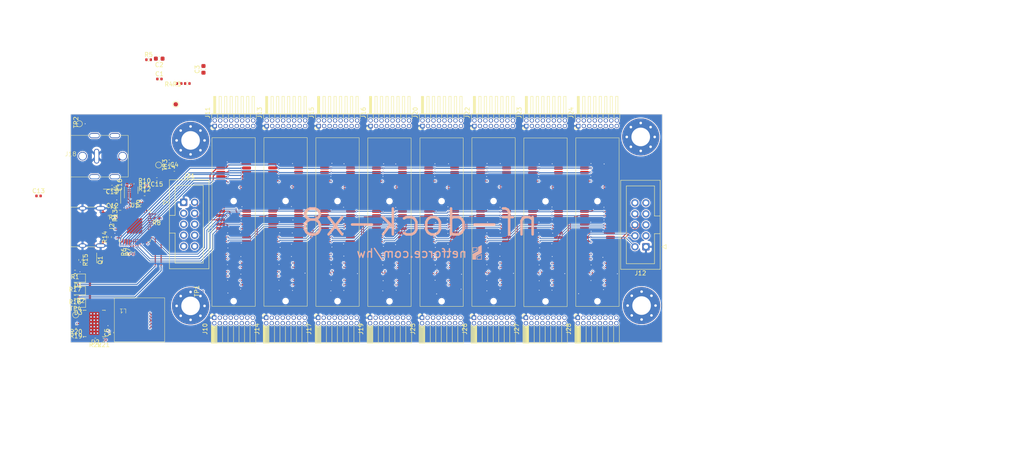
<source format=kicad_pcb>
(kicad_pcb (version 20221018) (generator pcbnew)
  (layers (0 "F.Cu" signal) (1 "In1.Cu" signal) (2 "In2.Cu" signal) (31 "B.Cu" signal) (34 "B.Paste" user) (35 "F.Paste" user) (36 "B.SilkS" user "B.Silkscreen") (37 "F.SilkS" user "F.Silkscreen") (38 "B.Mask" user) (39 "F.Mask" user) (44 "Edge.Cuts" user))
  (net 0 "")
  (net 2 "Net-(J1-+12V-PadA2)")
  (net 3 "PCIE_TCK")
  (net 4 "PCIE_TDI")
  (net 5 "PCIE_TDO")
  (net 6 "PCIE_TMS")
  (net 8 "PCIE_REFCLK+")
  (net 9 "PCIE_REFCLK-")
  (net 11 "PCIE1_T-")
  (net 12 "PCIE1_T+")
  (net 14 "PCIE0_T+")
  (net 15 "PCIE0_T-")
  (net 21 "PCIE1_R-")
  (net 22 "PCIE1_R+")
  (net 25 "PCIE_SMCLK")
  (net 26 "PCIE_SMDAT")
  (net 27 "PCIE0_R+")
  (net 28 "PCIE0_R-")
  (net 29 "GND")
  (net 30 "VCC3V3")
  (net 31 "USB_D-")
  (net 32 "USB_D+")
  (net 33 "Net-(D2-Pad1)")
  (net 34 "Net-(D3-Pad1)")
  (net 35 "Net-(D1-Pad1)")
  (net 36 "Net-(J2-CC1)")
  (net 38 "Net-(J2-CC2)")
  (net 40 "Net-(U4-DO)")
  (net 42 "Net-(J3-+12V-PadA2)")
  (net 57 "PCIE2_T+")
  (net 58 "PCIE2_T-")
  (net 59 "PCIE2_R+")
  (net 60 "PCIE2_R-")
  (net 62 "Net-(J4-+12V-PadA2)")
  (net 77 "PCIE3_R+")
  (net 78 "PCIE3_R-")
  (net 79 "PCIE3_T+")
  (net 80 "PCIE3_T-")
  (net 82 "Net-(J5-+12V-PadA2)")
  (net 97 "PCIE4_R+")
  (net 98 "PCIE4_R-")
  (net 99 "PCIE4_T+")
  (net 100 "PCIE4_T-")
  (net 102 "Net-(J6-+12V-PadA2)")
  (net 109 "PCIE5_R+")
  (net 110 "PCIE5_R-")
  (net 117 "PCIE5_T+")
  (net 118 "PCIE5_T-")
  (net 122 "Net-(J7-+12V-PadA2)")
  (net 129 "PCIE6_R+")
  (net 130 "PCIE6_R-")
  (net 137 "PCIE6_T+")
  (net 138 "PCIE6_T-")
  (net 142 "Net-(J8-+12V-PadA2)")
  (net 149 "PCIE7_R+")
  (net 150 "PCIE7_R-")
  (net 157 "PCIE7_T+")
  (net 158 "PCIE7_T-")
  (net 162 "Net-(J9-+12V-PadA2)")
  (net 169 "PCIE8_R+")
  (net 170 "PCIE8_R-")
  (net 177 "PCIE8_T+")
  (net 178 "PCIE8_T-")
  (net 181 "LED1")
  (net 182 "LED0")
  (net 184 "PCIE1U_R+")
  (net 187 "PCIE1U_R-")
  (net 200 "PCIE2D_T+")
  (net 211 "Net-(C13-Pad2)")
  (net 212 "Net-(U1-XCSI)")
  (net 213 "Net-(U1-XCSO)")
  (net 214 "Net-(U1-~{RESET})")
  (net 215 "Net-(U1-EEDATA)")
  (net 216 "Net-(U1-EECS)")
  (net 217 "Net-(U1-EECLK)")
  (net 231 "Net-(R3-Pad2)")
  (net 233 "Net-(U2-TRIP)")
  (net 234 "Net-(U2-MODE)")
  (net 236 "VIN")
  (net 237 "Net-(C5-Pad1)")
  (net 238 "VREG")
  (net 239 "Net-(U2-VFB)")
  (net 240 "Net-(U2-VBST)")
  (net 241 "PCIE1U_T+")
  (net 242 "PCIE1U_T-")
  (net 243 "PCIE1D_R+")
  (net 244 "PCIE1D_R-")
  (net 245 "PCIE2U_T+")
  (net 246 "PCIE2U_T-")
  (net 247 "PCIE2D_R+")
  (net 248 "PCIE2D_R-")
  (net 249 "PCIE3U_T-")
  (net 250 "PCIE3U_T+")
  (net 251 "PCIE4U_T-")
  (net 252 "PCIE4U_T+")
  (net 253 "PCIE3D_R-")
  (net 254 "PCIE3D_R+")
  (net 255 "PCIE4D_R-")
  (net 256 "PCIE4D_R+")
  (net 257 "PCIE5U_T-")
  (net 258 "PCIE5U_T+")
  (net 259 "PCIE6U_T-")
  (net 260 "PCIE6U_T+")
  (net 261 "PCIE5D_R-")
  (net 262 "PCIE5D_R+")
  (net 263 "PCIE6D_R-")
  (net 264 "PCIE6D_R+")
  (net 265 "PCIE7U_T-")
  (net 266 "PCIE7U_T+")
  (net 267 "PCIE8U_T-")
  (net 268 "PCIE8U_T+")
  (net 269 "PCIE7D_R-")
  (net 270 "PCIE7D_R+")
  (net 271 "PCIE8D_R-")
  (net 272 "PCIE8D_R+")
  (net 273 "VUSB")
  (net 274 "Net-(U1-REF)")
  (net 275 "PGOOD")
  (net 280 "PCIE2D_T-")
  (net 353 "PCIE1D_T-")
  (net 354 "PCIE1D_T+")
  (net 357 "PCIE3D_T-")
  (net 360 "PCIE4D_T+")
  (net 361 "PCIE4D_T-")
  (net 368 "PCIE7U_R+")
  (net 371 "PCIE8U_R+")
  (net 374 "PCIE5D_T+")
  (net 375 "PCIE5D_T-")
  (net 378 "PCIE6D_T+")
  (net 379 "PCIE6D_T-")
  (net 382 "PCIE7D_T+")
  (net 383 "PCIE7D_T-")
  (net 386 "PCIE8D_T+")
  (net 414 "PCIE2U_R+")
  (net 415 "PCIE2U_R-")
  (net 416 "PCIE3U_R+")
  (net 418 "PCIE3U_R-")
  (net 419 "PCIE4U_R+")
  (net 420 "PCIE4U_R-")
  (net 421 "PCIE3D_T+")
  (net 424 "PCIE5U_R+")
  (net 426 "PCIE5U_R-")
  (net 427 "PCIE6U_R+")
  (net 428 "PCIE6U_R-")
  (net 432 "PCIE7U_R-")
  (net 433 "PCIE8D_T-")
  (net 462 "PCIE8U_R-")
  (footprint "Resistor_SMD:R_0402_1005Metric" (layer "F.Cu") (at 14.503 -76.66)
    (fp_text reference "R5")
    (fp_text value "10K")
  )
  (footprint "Capacitor_SMD:C_0603_1608Metric" (layer "F.Cu") (at 16.953 -76.91 180)
    (fp_text reference "C2")
    (fp_text value "10uF")
  )
  (footprint "nf_dock:pcie-x4-slot" (layer "F.Cu") (at 70.15 -44.091 -90)
    (fp_text reference "J5" hide)
    (fp_text value "Bus_PCI_Express_x4" hide)
  )
  (footprint "Connector_PinHeader_1.27mm:PinHeader_2x08_P1.27mm_Horizontal" (layer "F.Cu") (at 41.78 -61.341 90)
    (fp_text reference "J13")
    (fp_text value "Conn_02x08_Counter_Clockwise")
  )
  (footprint "Resistor_SMD:R_0402_1005Metric" (layer "F.Cu") (at 5.5372 -35.6342 90)
    (fp_text reference "R14")
    (fp_text value "5.1K")
  )
  (footprint "Connector_PinSocket_1.27mm:PinSocket_2x08_P1.27mm_Horizontal" (layer "F.Cu") (at 77.68 -17 90)
    (fp_text reference "J25")
    (fp_text value "Conn_02x08_Counter_Clockwise")
  )
  (footprint "TestPoint:TestPoint_Pad_D1.0mm" (layer "F.Cu") (at -1.5 -61.85 90)
    (fp_text reference "TP2")
    (fp_text value "TestPoint")
  )
  (footprint "nf_dock:pcie-x4-slot" (layer "F.Cu") (at 94.2 -44.128 -90)
    (fp_text reference "J7" hide)
    (fp_text value "Bus_PCI_Express_x4" hide)
  )
  (footprint "Connector_USB:USB_C_Receptacle_XKB_U262-16XN-4BVC11" (layer "F.Cu") (at 0.313 -37.975 -90)
    (fp_text reference "J2")
    (fp_text value "USB_C_Receptacle_USB2.0_16P")
  )
  (footprint "Connector_PinHeader_1.27mm:PinHeader_2x08_P1.27mm_Horizontal" (layer "F.Cu") (at 77.78 -61.341 90)
    (fp_text reference "J20")
    (fp_text value "Conn_02x08_Counter_Clockwise")
  )
  (footprint "nf_dock:pcie-x4-slot" (layer "F.Cu") (at 46.15 -44.15 -90)
    (fp_text reference "J3" hide)
    (fp_text value "Bus_PCI_Express_x4" hide)
  )
  (footprint "Capacitor_SMD:C_0402_1005Metric" (layer "F.Cu") (at 16.4084 -49.022 180)
    (fp_text reference "C15")
    (fp_text value "100nF")
  )
  (footprint "Capacitor_SMD:C_0603_1608Metric" (layer "F.Cu") (at 27.178 -74.435 90)
    (fp_text reference "C3")
    (fp_text value "22uF")
  )
  (footprint "Connector_PinHeader_1.27mm:PinHeader_2x08_P1.27mm_Horizontal" (layer "F.Cu") (at 53.78 -61.341 90)
    (fp_text reference "J15")
    (fp_text value "Conn_02x08_Counter_Clockwise")
  )
  (footprint "LED_SMD:LED_0805_2012Metric" (layer "F.Cu") (at -1.7375 -20.35 180)
    (fp_text reference "D3")
    (fp_text value "LED_G_0603_LG_L29K-G2J1-24-Z")
  )
  (footprint "Resistor_SMD:R_0402_1005Metric" (layer "F.Cu") (at 21.563 -71.16 180)
    (fp_text reference "R4")
    (fp_text value "10K")
  )
  (footprint "Capacitor_SMD:C_0402_1005Metric" (layer "F.Cu") (at -10.924 -45.1612)
    (fp_text reference "C13")
    (fp_text value "100nF")
  )
  (footprint "TestPoint:TestPoint_Pad_D1.0mm" (layer "F.Cu") (at 20.7772 -66.3448 90)
    (fp_text reference "TP1")
    (fp_text value "TestPoint")
  )
  (footprint "Connector_PinHeader_1.27mm:PinHeader_2x08_P1.27mm_Horizontal" (layer "F.Cu") (at 65.78 -61.341 90)
    (fp_text reference "J16")
    (fp_text value "Conn_02x08_Counter_Clockwise")
  )
  (footprint "LED_SMD:LED_0805_2012Metric" (layer "F.Cu") (at -1.7621 -26.1456 180)
    (fp_text reference "D1")
    (fp_text value "LED_G_0603_LG_L29K-G2J1-24-Z")
  )
  (footprint "Connector_PinSocket_1.27mm:PinSocket_2x08_P1.27mm_Horizontal" (layer "F.Cu") (at 89.68 -17 90)
    (fp_text reference "J26")
    (fp_text value "Conn_02x08_Counter_Clockwise")
  )
  (footprint "Resistor_SMD:R_0402_1005Metric" (layer "F.Cu") (at 23.4446 -71.16 180)
    (fp_text reference "R3")
    (fp_text value "33K")
  )
  (footprint "Connector_PinSocket_1.27mm:PinSocket_2x08_P1.27mm_Horizontal" (layer "F.Cu") (at 113.68 -17 90)
    (fp_text reference "J28")
    (fp_text value "Conn_02x08_Counter_Clockwise")
  )
  (footprint "MountingHole:MountingHole_4.3mm_M4_Pad_Via" (layer "F.Cu") (at 128.2 -58.8)
    (fp_text reference "H4" hide)
    (fp_text value "MountingHole")
  )
  (footprint "Connector_PinSocket_1.27mm:PinSocket_2x08_P1.27mm_Horizontal" (layer "F.Cu") (at 65.68 -17 90)
    (fp_text reference "J19")
    (fp_text value "Conn_02x08_Counter_Clockwise")
  )
  (footprint "Package_DFN_QFN:QFN-48-1EP_7x7mm_P0.5mm_EP3.5x3.5mm" (layer "F.Cu") (at 11.282 -38.227)
    (fp_text reference "U1")
    (fp_text value "FT232H")
  )
  (footprint "nf_dock:pcie-x4-slot" (layer "F.Cu") (at 34.15 -44.128 -90)
    (fp_text reference "J1" hide)
    (fp_text value "Bus_PCI_Express_x4" hide)
  )
  (footprint "Resistor_SMD:R_0402_1005Metric" (layer "F.Cu") (at 13.589 -46.5328)
    (fp_text reference "R11")
    (fp_text value "10K")
  )
  (footprint "MountingHole:MountingHole_4.3mm_M4_Pad_Via" (layer "F.Cu") (at 24.2 -19.725)
    (fp_text reference "H4" hide)
    (fp_text value "MountingHole")
  )
  (footprint "TestPoint:TestPoint_Pad_D1.0mm" (layer "F.Cu") (at -2.35 -17.65)
    (fp_text reference "TP4")
    (fp_text value "TestPoint")
  )
  (footprint "MountingHole:MountingHole_4.3mm_M4_Pad_Via" (layer "F.Cu") (at 24.2 -58)
    (fp_text reference "H4" hide)
    (fp_text value "MountingHole")
  )
  (footprint "Connector_PinHeader_1.27mm:PinHeader_2x08_P1.27mm_Horizontal" (layer "F.Cu") (at 89.78 -61.341 90)
    (fp_text reference "J22")
    (fp_text value "Conn_02x08_Counter_Clockwise")
  )
  (footprint "Capacitor_SMD:C_0402_1005Metric" (layer "F.Cu") (at 17.003 -72.21)
    (fp_text reference "C1")
    (fp_text value "100nF")
  )
  (footprint "Connector_PinSocket_1.27mm:PinSocket_2x08_P1.27mm_Horizontal" (layer "F.Cu") (at 29.68 -17 90)
    (fp_text reference "J10")
    (fp_text value "Conn_02x08_Counter_Clockwise")
  )
  (footprint "Resistor_SMD:R_0402_1005Metric" (layer "F.Cu") (at -2.5 -27.6 180)
    (fp_text reference "R1")
    (fp_text value "330R")
  )
  (footprint "Resistor_SMD:R_0402_1005Metric" (layer "F.Cu") (at 2.19 -11.884 180)
    (fp_text reference "R22")
    (fp_text value "~")
  )
  (footprint "nf_dock:dc_conn" (layer "F.Cu") (at -3.502 -54.356)
    (fp_text reference "J18")
    (fp_text value "Barrel_Jack")
  )
  (footprint "Resistor_SMD:R_0402_1005Metric" (layer "F.Cu") (at 16.3576 -40.0812 180)
    (fp_text reference "R8")
    (fp_text value "1K")
  )
  (footprint "Connector_PinHeader_1.27mm:PinHeader_2x08_P1.27mm_Horizontal" (layer "F.Cu") (at 101.78 -61.341 90)
    (fp_text reference "J23")
    (fp_text value "Conn_02x08_Counter_Clockwise")
  )
  (footprint "Resistor_SMD:R_0402_1005Metric" (layer "F.Cu") (at 13.587 -45.593)
    (fp_text reference "R12")
    (fp_text value "10K")
  )
  (footprint "nf_dock:pcie-x4-slot" (layer "F.Cu") (at 106.2 -44.075 -90)
    (fp_text reference "J8" hide)
    (fp_text value "Bus_PCI_Express_x4" hide)
  )
  (footprint "Resistor_SMD:R_0402_1005Metric" (layer "F.Cu") (at -2.255 -14.932 180)
    (fp_text reference "R20")
    (fp_text value "100K")
  )
  (footprint "Resistor_SMD:R_0402_1005Metric" (layer "F.Cu") (at 5.588 -40.6146 -90)
    (fp_text reference "R13")
    (fp_text value "5.1K")
  )
  (footprint "Resistor_SMD:R_0402_1005Metric" (layer "F.Cu") (at -2.5 -21.8 180)
    (fp_text reference "R16")
    (fp_text value "330R")
  )
  (footprint "Resistor_SMD:R_0402_1005Metric" (layer "F.Cu") (at 9.9314 -32.1838 90)
    (fp_text reference "R6")
    (fp_text value "10K")
  )
  (footprint "Resistor_SMD:R_0402_1005Metric" (layer "F.Cu") (at 13.5656 -47.498)
    (fp_text reference "R10")
    (fp_text value "10K")
  )
  (footprint "Capacitor_SMD:C_0402_1005Metric" (layer "F.Cu") (at 6.0452 -47.2694 180)
    (fp_text reference "C11")
    (fp_text value "33pF")
  )
  (footprint "Capacitor_SMD:C_0402_1005Metric" (layer "F.Cu") (at 20.455 -51.225)
    (fp_text reference "C4")
    (fp_text value "100nF")
  )
  (footprint "Connector_PinSocket_1.27mm:PinSocket_2x08_P1.27mm_Horizontal" (layer "F.Cu") (at 53.68 -17 90)
    (fp_text reference "J17")
    (fp_text value "Conn_02x08_Counter_Clockwise")
  )
  (footprint "nf_dock:pcie-x4-slot" (layer "F.Cu") (at 82.2 -44.1 -90)
    (fp_text reference "J6" hide)
    (fp_text value "Bus_PCI_Express_x4" hide)
  )
  (footprint "Capacitor_SMD:C_0402_1005Metric" (layer "F.Cu") (at 19.275 -53.125 180)
    (fp_text reference "C14")
    (fp_text value "100nF")
  )
  (footprint "Resistor_SMD:R_0402_1005Metric" (layer "F.Cu") (at -2.255 -13.916 180)
    (fp_text reference "R19")
    (fp_text value "~")
  )
  (footprint "nf_dock:pcie-x4-slot" (layer "F.Cu") (at 118.2 -44.1 -90)
    (fp_text reference "J9" hide)
    (fp_text value "Bus_PCI_Express_x4" hide)
  )
  (footprint "nf_dock:pwr_inductor_10040" (layer "F.Cu") (at 12.4 -16.5 180)
    (fp_text reference "L1")
    (fp_text value "1.5uH")
  )
  (footprint "nf_dock:CONV_TPS53318DQPR" (layer "F.Cu") (at 1.95 -15.67 180)
    (fp_text reference "U2")
    (fp_text value "~")
  )
  (footprint "Resistor_SMD:R_0402_1005Metric" (layer "F.Cu") (at 4.095 -11.884 180)
    (fp_text reference "R21")
    (fp_text value "~")
  )
  (footprint "Resistor_SMD:R_0402_1005Metric" (layer "F.Cu") (at 11.1252 -43.3832 -90)
    (fp_text reference "R9")
    (fp_text value "2.2K")
  )
  (footprint "Resistor_SMD:R_0402_1005Metric" (layer "F.Cu") (at -1.25 -30.35 -90)
    (fp_text reference "R15")
    (fp_text value "10K")
  )
  (footprint "nf_dock:pcie-x4-slot" (layer "F.Cu") (at 58.15 -44.123 -90)
    (fp_text reference "J4" hide)
    (fp_text value "Bus_PCI_Express_x4" hide)
  )
  (footprint "Package_TO_SOT_SMD:SOT-23" (layer "F.Cu") (at 0.95 -30.3 -90)
    (fp_text reference "Q1")
    (fp_text value "Q_PMOS_DGS")
  )
  (footprint "Capacitor_SMD:C_0402_1005Metric" (layer "F.Cu") (at 6.1188 -42.8752)
    (fp_text reference "C12")
    (fp_text value "33pF")
  )
  (footprint "Connector_PinHeader_1.27mm:PinHeader_2x08_P1.27mm_Horizontal" (layer "F.Cu") (at 29.78 -61.341 90)
    (fp_text reference "J11")
    (fp_text value "Conn_02x08_Counter_Clockwise")
  )
  (footprint "Resistor_SMD:R_0402_1005Metric" (layer "F.Cu") (at 6.2484 -39.0398)
    (fp_text reference "R2")
    (fp_text value "12K")
  )
  (footprint "Resistor_SMD:R_0402_1005Metric" (layer "F.Cu") (at -2.5 -24.7 180)
    (fp_text reference "R17")
    (fp_text value "330R")
  )
  (footprint "Capacitor_SMD:C_0402_1005Metric" (layer "F.Cu") (at 10.774 -47.964 90)
    (fp_text reference "C16")
    (fp_text value "100nF")
  )
  (footprint "MountingHole:MountingHole_4.3mm_M4_Pad_Via" (layer "F.Cu") (at 128.4 -19.8)
    (fp_text reference "H4" hide)
    (fp_text value "MountingHole")
  )
  (footprint "LED_SMD:LED_0805_2012Metric" (layer "F.Cu") (at -1.7625 -23.25 180)
    (fp_text reference "D2")
    (fp_text value "LED_G_0603_LG_L29K-G2J1-24-Z")
  )
  (footprint "Crystal:Crystal_SMD_3225-4Pin_3.2x2.5mm" (layer "F.Cu") (at 6.0452 -45.085 180)
    (fp_text reference "Y1")
    (fp_text value "Crystal_GND24")
  )
  (footprint "Package_TO_SOT_SMD:SOT-23-6" (layer "F.Cu") (at 10.48 -46.4765 90)
    (fp_text reference "U4")
    (fp_text value "93LC46BT-I/OT")
  )
  (footprint "Connector_PinSocket_1.27mm:PinSocket_2x08_P1.27mm_Horizontal" (layer "F.Cu") (at 41.68 -17 90)
    (fp_text reference "J14")
    (fp_text value "Conn_02x08_Counter_Clockwise")
  )
  (footprint "Connector_PinHeader_1.27mm:PinHeader_2x08_P1.27mm_Horizontal" (layer "F.Cu") (at 113.78 -61.341 90)
    (fp_text reference "J24")
    (fp_text value "Conn_02x08_Counter_Clockwise")
  )
  (footprint "Resistor_SMD:R_0402_1005Metric" (layer "F.Cu") (at 10.9474 -32.2092 90)
    (fp_text reference "R7")
    (fp_text value "10K")
  )
  (footprint "TestPoint:TestPoint_Pad_D1.0mm" (layer "F.Cu") (at 16.8148 -52.324 -90)
    (fp_text reference "TP3")
    (fp_text value "TestPoint")
  )
  (footprint "Capacitor_SMD:C_0402_1005Metric" (layer "F.Cu") (at 6.05 -13.55 90)
    (fp_text reference "C5")
    (fp_text value "~")
  )
  (footprint "Connector_IDC:IDC-Header_2x05_P2.54mm_Vertical" (layer "F.Cu") (at 22.606 -43.688)
    (fp_text reference "J21")
    (fp_text value "Conn_02x05_Counter_Clockwise")
  )
  (footprint "Connector_PinSocket_1.27mm:PinSocket_2x08_P1.27mm_Horizontal" (layer "F.Cu") (at 101.68 -17 90)
    (fp_text reference "J27")
    (fp_text value "Conn_02x08_Counter_Clockwise")
  )
  (footprint "Connector_IDC:IDC-Header_2x05_P2.54mm_Vertical" (layer "F.Cu") (at 129.4 -33.4 180)
    (fp_text reference "J12")
    (fp_text value "Conn_02x05_Counter_Clockwise")
  )
  (gr_line (start 89.45 -33.2) (end 90.35 -33.2) (stroke (width 0.15)) (layer "B.SilkS"))
  (gr_line (start 91.4 -31.6) (end 91.4 -30.5) (stroke (width 0.15)) (layer "B.SilkS"))
  (gr_line (start 90.4 -31.1) (end 91.4 -31.6) (stroke (width 0.15)) (layer "B.SilkS"))
  (gr_line (start 90.4 -31.1) (end 90.4 -30.5) (stroke (width 0.15)) (layer "B.SilkS"))
  (gr_line (start 90.4 -30.5) (end 91.4 -30.5) (stroke (width 0.15)) (layer "B.SilkS"))
  (gr_poly (pts (xy 91.4 -32) (xy 90.1 -31.3) (xy 90.1 -30.5) (xy 89.4 -30.5) (xy 89.4 -31.7) (xy 90.7 -32.4) (xy 90.7 -33.3) (xy 91.4 -33.7)) (stroke (width 0.15)) (fill solid) (layer "B.SilkS"))
  (gr_line (start 90.4 -32.65) (end 89.4 -32.1) (stroke (width 0.15)) (layer "B.SilkS"))
  (gr_line (start 89.4 -32.1) (end 89.4 -33.2) (stroke (width 0.15)) (layer "B.SilkS"))
  (gr_line (start 90.4 -33.2) (end 90.4 -32.65) (stroke (width 0.15)) (layer "B.SilkS"))
  (gr_rect (start -3.4949 -64.0238) (end 133.1629 -11.2878) (stroke (width 0.1)) (fill none) (layer "Edge.Cuts"))
  (gr_text "netforce.com/hw" (at 88.2 -30.7) (layer "B.SilkS") (effects (font (size 2 2) (thickness 0.3)) (justify left bottom mirror)))
  (gr_text "nf-dock-x8" (at 105.05 -35.5) (layer "B.SilkS") (effects (font (size 6 6) (thickness 0.6)) (justify left bottom mirror)))
  (segment (start 37.338 -54.64) (end 37.338 -53.64) (width 0.25) (layer "F.Cu") (net 2))
  (segment (start 31.338 -54.64) (end 37.338 -54.64) (width 0.25) (layer "F.Cu") (net 2))
  (segment (start 31.338 -55.64) (end 31.338 -53.64) (width 0.25) (layer "F.Cu") (net 2))
  (segment (start 37.338 -51.64) (end 36.019 -51.64) (width 0.25) (layer "F.Cu") (net 3))
  (segment (start 36.019 -51.64) (end 35.941 -51.562) (width 0.25) (layer "F.Cu") (net 3))
  (segment (start 8.059278 -34.304278) (end 8.059278 -33.786381) (width 0.25) (layer "F.Cu") (net 3))
  (segment (start 8.532 -34.777) (end 8.059278 -34.304278) (width 0.25) (layer "F.Cu") (net 3))
  (via (at 35.941 -51.562) (size 0.45) (drill 0.2) (layers "F.Cu" "B.Cu") (net 3))
  (via (at 8.059278 -33.786381) (size 0.45) (drill 0.2) (layers "F.Cu" "B.Cu") (net 3))
  (segment (start 35.941 -51.562) (end 24.13 -51.562) (width 0.25) (layer "B.Cu") (net 3))
  (segment (start 24.13 -51.562) (end 8.059278 -35.491278) (width 0.25) (layer "B.Cu") (net 3))
  (segment (start 8.059278 -35.491278) (end 8.059278 -33.786381) (width 0.25) (layer "B.Cu") (net 3))
  (segment (start 9.032 -34.377001) (end 8.659029 -34.00403) (width 0.25) (layer "F.Cu") (net 4))
  (segment (start 37.338 -50.64) (end 36.0778 -50.64) (width 0.25) (layer "F.Cu") (net 4))
  (segment (start 9.032 -34.777) (end 9.032 -34.377001) (width 0.25) (layer "F.Cu") (net 4))
  (segment (start 8.659029 -34.00403) (end 8.659029 -33.769035) (width 0.25) (layer "F.Cu") (net 4))
  (segment (start 36.0778 -50.64) (end 35.941 -50.5032) (width 0.25) (layer "F.Cu") (net 4))
  (via (at 35.941 -50.5032) (size 0.45) (drill 0.2) (layers "F.Cu" "B.Cu") (net 4))
  (via (at 8.659029 -33.769035) (size 0.45) (drill 0.2) (layers "F.Cu" "B.Cu") (net 4))
  (segment (start 35.941 -50.5032) (end 23.8332 -50.5032) (width 0.25) (layer "B.Cu") (net 4))
  (segment (start 8.659029 -35.329029) (end 8.659029 -33.769035) (width 0.25) (layer "B.Cu") (net 4))
  (segment (start 23.8332 -50.5032) (end 8.659029 -35.329029) (width 0.25) (layer "B.Cu") (net 4))
  (segment (start 9.532 -34.777) (end 9.532 -34.088823) (width 0.25) (layer "F.Cu") (net 5))
  (segment (start 9.532 -34.088823) (end 9.257332 -33.814155) (width 0.25) (layer "F.Cu") (net 5))
  (segment (start 36.211992 -49.64) (end 35.941 -49.910992) (width 0.25) (layer "F.Cu") (net 5))
  (segment (start 37.338 -49.64) (end 36.211992 -49.64) (width 0.25) (layer "F.Cu") (net 5))
  (via (at 9.257332 -33.814155) (size 0.45) (drill 0.2) (layers "F.Cu" "B.Cu") (net 5))
  (via (at 35.941 -49.910992) (size 0.45) (drill 0.2) (layers "F.Cu" "B.Cu") (net 5))
  (segment (start 24.2236 -50.1316) (end 9.257332 -35.165332) (width 0.25) (layer "B.Cu") (net 5))
  (segment (start 35.941 -49.910992) (end 33.193715 -49.910992) (width 0.25) (layer "B.Cu") (net 5))
  (segment (start 32.973107 -50.1316) (end 24.2236 -50.1316) (width 0.25) (layer "B.Cu") (net 5))
  (segment (start 9.257332 -35.165332) (end 9.257332 -33.814155) (width 0.25) (layer "B.Cu") (net 5))
  (segment (start 33.193715 -49.910992) (end 32.973107 -50.1316) (width 0.25) (layer "B.Cu") (net 5))
  (segment (start 10.032 -34.777) (end 10.032 -34.07211) (width 0.25) (layer "F.Cu") (net 6))
  (segment (start 9.948997 -33.989107) (end 9.948997 -33.82703) (width 0.25) (layer "F.Cu") (net 6))
  (segment (start 10.032 -34.07211) (end 9.948997 -33.989107) (width 0.25) (layer "F.Cu") (net 6))
  (segment (start 9.948997 -33.82703) (end 9.85131 -33.729343) (width 0.25) (layer "F.Cu") (net 6))
  (segment (start 36.577 -48.64) (end 35.941 -49.276) (width 0.25) (layer "F.Cu") (net 6))
  (segment (start 37.338 -48.64) (end 36.577 -48.64) (width 0.25) (layer "F.Cu") (net 6))
  (via (at 35.941 -49.276) (size 0.45) (drill 0.2) (layers "F.Cu" "B.Cu") (net 6))
  (via (at 9.85131 -33.729343) (size 0.45) (drill 0.2) (layers "F.Cu" "B.Cu") (net 6))
  (segment (start 35.7966 -49.1316) (end 32.558893 -49.1316) (width 0.25) (layer "B.Cu") (net 6))
  (segment (start 35.941 -49.276) (end 35.7966 -49.1316) (width 0.25) (layer "B.Cu") (net 6))
  (segment (start 32.558893 -49.1316) (end 32.414493 -49.276) (width 0.25) (layer "B.Cu") (net 6))
  (segment (start 9.85131 -35.165525) (end 9.85131 -33.729343) (width 0.25) (layer "B.Cu") (net 6))
  (segment (start 32.414493 -49.276) (end 23.961785 -49.276) (width 0.25) (layer "B.Cu") (net 6))
  (segment (start 23.961785 -49.276) (end 9.85131 -35.165525) (width 0.25) (layer "B.Cu") (net 6))
  (segment (start 71.7 -41.45) (end 73.009 -41.45) (width 0.2) (layer "F.Cu") (net 8))
  (segment (start 12.532 -33.95) (end 12.7 -33.782) (width 0.2) (layer "F.Cu") (net 8))
  (segment (start 12.532 -34.777) (end 12.532 -33.95) (width 0.2) (layer "F.Cu") (net 8))
  (segment (start 95.75 -41.5) (end 97.072 -41.5) (width 0.2) (layer "F.Cu") (net 8))
  (segment (start 107.65 -41.55) (end 109.175 -41.55) (width 0.2) (layer "F.Cu") (net 8))
  (segment (start 37.338 -41.64) (end 35.83 -41.64) (width 0.2) (layer "F.Cu") (net 8))
  (segment (start 61.15 -41.623) (end 62.527 -41.623) (width 0.2) (layer "F.Cu") (net 8))
  (segment (start 62.527 -41.623) (end 62.55 -41.6) (width 0.2) (layer "F.Cu") (net 8))
  (segment (start 109.175 -41.55) (end 109.2 -41.575) (width 0.2) (layer "F.Cu") (net 8))
  (segment (start 49.15 -41.65) (end 50.55 -41.65) (width 0.2) (layer "F.Cu") (net 8))
  (segment (start 121.1 -41.5) (end 121.2 -41.6) (width 0.2) (layer "F.Cu") (net 8))
  (segment (start 119.7 -41.5) (end 121.1 -41.5) (width 0.2) (layer "F.Cu") (net 8))
  (segment (start 97.072 -41.5) (end 97.2 -41.628) (width 0.2) (layer "F.Cu") (net 8))
  (segment (start 35.83 -41.64) (end 35.814 -41.656) (width 0.2) (layer "F.Cu") (net 8))
  (segment (start 85.1 -41.5) (end 85.2 -41.6) (width 0.2) (layer "F.Cu") (net 8))
  (segment (start 73.009 -41.45) (end 73.15 -41.591) (width 0.2) (layer "F.Cu") (net 8))
  (segment (start 83.75 -41.5) (end 85.1 -41.5) (width 0.2) (layer "F.Cu") (net 8))
  (via (at 83.75 -41.5) (size 0.45) (drill 0.2) (layers "F.Cu" "B.Cu") (net 8))
  (via (at 35.814 -41.656) (size 0.45) (drill 0.2) (layers "F.Cu" "B.Cu") (net 8))
  (via (at 62.55 -41.6) (size 0.45) (drill 0.2) (layers "F.Cu" "B.Cu") (net 8))
  (via (at 119.7 -41.5) (size 0.45) (drill 0.2) (layers "F.Cu" "B.Cu") (net 8))
  (via (at 50.55 -41.65) (size 0.45) (drill 0.2) (layers "F.Cu" "B.Cu") (net 8))
  (via (at 95.75 -41.5) (size 0.45) (drill 0.2) (layers "F.Cu" "B.Cu") (net 8))
  (via (at 12.7 -33.782) (size 0.45) (drill 0.2) (layers "F.Cu" "B.Cu") (net 8))
  (via (at 107.65 -41.55) (size 0.45) (drill 0.2) (layers "F.Cu" "B.Cu") (net 8))
  (via (at 71.7 -41.45) (size 0.45) (drill 0.2) (layers "F.Cu" "B.Cu") (net 8))
  (segment (start 107.6 -41.5) (end 107.65 -41.55) (width 0.2) (layer "B.Cu") (net 8))
  (segment (start 62.55 -41.6) (end 67.75 -41.6) (width 0.2) (layer "B.Cu") (net 8))
  (segment (start 67.75 -41.6) (end 68.2 -41.15) (width 0.2) (layer "B.Cu") (net 8))
  (segment (start 15.334 -31.148) (end 18.4 -31.148) (width 0.2) (layer "B.Cu") (net 8))
  (segment (start 62.4 -41.45) (end 62.55 -41.6) (width 0.2) (layer "B.Cu") (net 8))
  (segment (start 107.65 -41.55) (end 119.65 -41.55) (width 0.2) (layer "B.Cu") (net 8))
  (segment (start 12.7 -33.782) (end 15.334 -31.148) (width 0.2) (layer "B.Cu") (net 8))
  (segment (start 50.55 -41.65) (end 55.8 -41.65) (width 0.2) (layer "B.Cu") (net 8))
  (segment (start 68.2 -41.15) (end 71.4 -41.15) (width 0.2) (layer "B.Cu") (net 8))
  (segment (start 83.45 -41.2) (end 83.75 -41.5) (width 0.2) (layer "B.Cu") (net 8))
  (segment (start 83.75 -41.5) (end 95.75 -41.5) (width 0.2) (layer "B.Cu") (net 8))
  (segment (start 95.75 -41.5) (end 107.6 -41.5) (width 0.2) (layer "B.Cu") (net 8))
  (segment (start 32.385 -41.656) (end 27.94 -37.211) (width 0.2) (layer "B.Cu") (net 8))
  (segment (start 27.94 -33.02) (end 26.068 -31.148) (width 0.2) (layer "B.Cu") (net 8))
  (segment (start 80.3 -41.45) (end 80.55 -41.2) (width 0.2) (layer "B.Cu") (net 8))
  (segment (start 80.55 -41.2) (end 83.45 -41.2) (width 0.2) (layer "B.Cu") (net 8))
  (segment (start 71.4 -41.15) (end 71.7 -41.45) (width 0.2) (layer "B.Cu") (net 8))
  (segment (start 55.8 -41.65) (end 56 -41.45) (width 0.2) (layer "B.Cu") (net 8))
  (segment (start 27.94 -37.211) (end 27.94 -33.02) (width 0.2) (layer "B.Cu") (net 8))
  (segment (start 50.544 -41.656) (end 50.55 -41.65) (width 0.2) (layer "B.Cu") (net 8))
  (segment (start 119.65 -41.55) (end 119.7 -41.5) (width 0.2) (layer "B.Cu") (net 8))
  (segment (start 26.068 -31.148) (end 18.4 -31.148) (width 0.2) (layer "B.Cu") (net 8))
  (segment (start 71.7 -41.45) (end 80.3 -41.45) (width 0.2) (layer "B.Cu") (net 8))
  (segment (start 35.814 -41.656) (end 50.544 -41.656) (width 0.2) (layer "B.Cu") (net 8))
  (segment (start 35.814 -41.656) (end 32.385 -41.656) (width 0.2) (layer "B.Cu") (net 8))
  (segment (start 56 -41.45) (end 62.4 -41.45) (width 0.2) (layer "B.Cu") (net 8))
  (segment (start 121.15 -40.55) (end 121.2 -40.6) (width 0.2) (layer "F.Cu") (net 9))
  (segment (start 109.175 -40.6) (end 109.2 -40.575) (width 0.2) (layer "F.Cu") (net 9))
  (segment (start 95.75 -40.6) (end 97.172 -40.6) (width 0.2) (layer "F.Cu") (net 9))
  (segment (start 119.75 -40.55) (end 121.15 -40.55) (width 0.2) (layer "F.Cu") (net 9))
  (segment (start 73.141 -40.6) (end 73.15 -40.591) (width 0.2) (layer "F.Cu") (net 9))
  (segment (start 71.75 -40.6) (end 73.141 -40.6) (width 0.2) (layer "F.Cu") (net 9))
  (segment (start 49.15 -40.65) (end 50.6 -40.65) (width 0.2) (layer "F.Cu") (net 9))
  (segment (start 85.15 -40.65) (end 85.2 -40.6) (width 0.2) (layer "F.Cu") (net 9))
  (segment (start 83.8 -40.65) (end 85.15 -40.65) (width 0.2) (layer "F.Cu") (net 9))
  (segment (start 34.723306 -41.578402) (end 34.723306 -42.101983) (width 0.2) (layer "F.Cu") (net 9))
  (segment (start 97.172 -40.6) (end 97.2 -40.628) (width 0.2) (layer "F.Cu") (net 9))
  (segment (start 35.814 -40.64) (end 35.661708 -40.64) (width 0.2) (layer "F.Cu") (net 9))
  (segment (start 14.732 -35.477) (end 15.45 -35.477) (width 0.2) (layer "F.Cu") (net 9))
  (segment (start 62.477 -40.623) (end 62.55 -40.55) (width 0.2) (layer "F.Cu") (net 9))
  (segment (start 107.7 -40.6) (end 109.175 -40.6) (width 0.2) (layer "F.Cu") (net 9))
  (segment (start 61.15 -40.623) (end 62.477 -40.623) (width 0.2) (layer "F.Cu") (net 9))
  (segment (start 15.45 -35.477) (end 15.494 -35.433) (width 0.2) (layer "F.Cu") (net 9))
  (segment (start 37.338 -40.64) (end 35.814 -40.64) (width 0.2) (layer "F.Cu") (net 9))
  (segment (start 35.661708 -40.64) (end 34.723306 -41.578402) (width 0.2) (layer "F.Cu") (net 9))
  (via (at 95.75 -40.6) (size 0.45) (drill 0.2) (layers "F.Cu" "B.Cu") (net 9))
  (via (at 62.55 -40.55) (size 0.45) (drill 0.2) (layers "F.Cu" "B.Cu") (net 9))
  (via (at 50.6 -40.65) (size 0.45) (drill 0.2) (layers "F.Cu" "B.Cu") (net 9))
  (via (at 34.723306 -42.101983) (size 0.45) (drill 0.2) (layers "F.Cu" "B.Cu") (net 9))
  (via (at 119.75 -40.55) (size 0.45) (drill 0.2) (layers "F.Cu" "B.Cu") (net 9))
  (via (at 35.814 -40.64) (size 0.45) (drill 0.2) (layers "F.Cu" "B.Cu") (net 9))
  (via (at 71.75 -40.6) (size 0.45) (drill 0.2) (layers "F.Cu" "B.Cu") (net 9))
  (via (at 15.494 -35.433) (size 0.45) (drill 0.2) (layers "F.Cu" "B.Cu") (net 9))
  (via (at 83.8 -40.65) (size 0.45) (drill 0.2) (layers "F.Cu" "B.Cu") (net 9))
  (via (at 107.7 -40.6) (size 0.45) (drill 0.2) (layers "F.Cu" "B.Cu") (net 9))
  (segment (start 35.814 -40.64) (end 50.59 -40.64) (width 0.2) (layer "B.Cu") (net 9))
  (segment (start 71.75 -40.6) (end 83.75 -40.6) (width 0.2) (layer "B.Cu") (net 9))
  (segment (start 107.7 -40.6) (end 119.7 -40.6) (width 0.2) (layer "B.Cu") (net 9))
  (segment (start 31.941983 -42.101983) (end 34.723306 -42.101983) (width 0.2) (layer "B.Cu") (net 9))
  (segment (start 95.7 -40.65) (end 95.75 -40.6) (width 0.2) (layer "B.Cu") (net 9))
  (segment (start 83.75 -40.6) (end 83.8 -40.65) (width 0.2) (layer "B.Cu") (net 9))
  (segment (start 50.59 -40.64) (end 50.6 -40.65) (width 0.2) (layer "B.Cu") (net 9))
  (segment (start 50.6 -40.65) (end 62.45 -40.65) (width 0.2) (layer "B.Cu") (net 9))
  (segment (start 71.7 -40.55) (end 71.75 -40.6) (width 0.2) (layer "B.Cu") (net 9))
  (segment (start 19.227 -31.7) (end 25.858 -31.7) (width 0.2) (layer "B.Cu") (net 9))
  (segment (start 27.432 -33.274) (end 27.432 -37.592) (width 0.2) (layer "B.Cu") (net 9))
  (segment (start 83.8 -40.65) (end 95.7 -40.65) (width 0.2) (layer "B.Cu") (net 9))
  (segment (start 95.75 -40.6) (end 107.7 -40.6) (width 0.2) (layer "B.Cu") (net 9))
  (segment (start 62.45 -40.65) (end 62.55 -40.55) (width 0.2) (layer "B.Cu") (net 9))
  (segment (start 25.858 -31.7) (end 27.432 -33.274) (width 0.2) (layer "B.Cu") (net 9))
  (segment (start 15.494 -35.433) (end 19.227 -31.7) (width 0.2) (layer "B.Cu") (net 9))
  (segment (start 119.7 -40.6) (end 119.75 -40.55) (width 0.2) (layer "B.Cu") (net 9))
  (segment (start 62.55 -40.55) (end 71.7 -40.55) (width 0.2) (layer "B.Cu") (net 9))
  (segment (start 27.432 -37.592) (end 31.941983 -42.101983) (width 0.2) (layer "B.Cu") (net 9))
  (segment (start 49.15 -37.65) (end 50.65 -37.65) (width 0.2) (layer "F.Cu") (net 11))
  (segment (start 31.338 -34.64) (end 32.735 -34.64) (width 0.2) (layer "F.Cu") (net 11))
  (segment (start 32.735 -34.64) (end 32.766 -34.671) (width 0.2) (layer "F.Cu") (net 11))
  (via (at 50.65 -37.65) (size 0.45) (drill 0.2) (layers "F.Cu" "B.Cu") (net 11))
  (via (at 32.766 -34.671) (size 0.45) (drill 0.2) (layers "F.Cu" "B.Cu") (net 11))
  (segment (start 33.048999 -34.953999) (end 37.964599 -34.953999) (width 0.2) (layer "B.Cu") (net 11))
  (segment (start 32.766 -34.671) (end 33.048999 -34.953999) (width 0.2) (layer "B.Cu") (net 11))
  (segment (start 50.2218 -38.0782) (end 50.65 -37.65) (width 0.2) (layer "B.Cu") (net 11))
  (segment (start 41.0888 -38.0782) (end 50.2218 -38.0782) (width 0.2) (layer "B.Cu") (net 11))
  (segment (start 37.964599 -34.953999) (end 41.0888 -38.0782) (width 0.2) (layer "B.Cu") (net 11))
  (segment (start 31.338 -35.64) (end 32.719 -35.64) (width 0.2) (layer "F.Cu") (net 12))
  (segment (start 32.719 -35.64) (end 32.766 -35.687) (width 0.2) (layer "F.Cu") (net 12))
  (segment (start 50.65 -38.65) (end 50.7 -38.7) (width 0.2) (layer "F.Cu") (net 12))
  (segment (start 49.15 -38.65) (end 50.65 -38.65) (width 0.2) (layer "F.Cu") (net 12))
  (via (at 50.7 -38.7) (size 0.45) (drill 0.2) (layers "F.Cu" "B.Cu") (net 12))
  (via (at 32.766 -35.687) (size 0.45) (drill 0.2) (layers "F.Cu" "B.Cu") (net 12))
  (segment (start 50.5282 -38.5282) (end 50.7 -38.7) (width 0.2) (layer "B.Cu") (net 12))
  (segment (start 37.778201 -35.404001) (end 40.9024 -38.5282) (width 0.2) (layer "B.Cu") (net 12))
  (segment (start 32.766 -35.687) (end 33.048999 -35.404001) (width 0.2) (layer "B.Cu") (net 12))
  (segment (start 33.048999 -35.404001) (end 37.778201 -35.404001) (width 0.2) (layer "B.Cu") (net 12))
  (segment (start 40.9024 -38.5282) (end 50.5282 -38.5282) (width 0.2) (layer "B.Cu") (net 12))
  (segment (start 11.532 -34.777) (end 11.532 -33.464947) (width 0.2) (layer "F.Cu") (net 14))
  (segment (start 35.834 -38.628) (end 35.814 -38.608) (width 0.2) (layer "F.Cu") (net 14))
  (segment (start 11.532 -33.464947) (end 11.468053 -33.401) (width 0.2) (layer "F.Cu") (net 14))
  (segment (start 35.846 -38.64) (end 35.814 -38.608) (width 0.2) (layer "F.Cu") (net 14))
  (segment (start 37.15 -38.628) (end 35.834 -38.628) (width 0.2) (layer "F.Cu") (net 14))
  (via (at 35.814 -38.608) (size 0.45) (drill 0.2) (layers "F.Cu" "B.Cu") (net 14))
  (via (at 11.468053 -33.401) (size 0.45) (drill 0.2) (layers "F.Cu" "B.Cu") (net 14))
  (segment (start 35.814 -38.608) (end 31.623 -38.608) (width 0.2) (layer "B.Cu") (net 14))
  (segment (start 29.337 -32.893) (end 26.543 -30.099) (width 0.2) (layer "B.Cu") (net 14))
  (segment (start 31.623 -38.608) (end 29.337 -36.322) (width 0.2) (layer "B.Cu") (net 14))
  (segment (start 26.543 -30.099) (end 14.8 -30.099) (width 0.2) (layer "B.Cu") (net 14))
  (segment (start 29.337 -36.322) (end 29.337 -32.893) (width 0.2) (layer "B.Cu") (net 14))
  (segment (start 11.468053 -33.401) (end 14.770053 -30.099) (width 0.2) (layer "B.Cu") (net 14))
  (segment (start 14.770053 -30.099) (end 14.8 -30.099) (width 0.2) (layer "B.Cu") (net 14))
  (segment (start 37.122 -37.6) (end 37.15 -37.628) (width 0.2) (layer "F.Cu") (net 15))
  (segment (start 35.8 -37.6) (end 37.122 -37.6) (width 0.2) (layer "F.Cu") (net 15))
  (via (at 35.8 -37.6) (size 0.45) (drill 0.2) (layers "F.Cu" "B.Cu") (net 15))
  (segment (start 39.595 -39.1498) (end 40.3702 -39.925) (width 0.2) (layer "F.Cu") (net 21))
  (segment (start 40.3702 -39.925) (end 41.374999 -39.925) (width 0.2) (layer "F.Cu") (net 21))
  (segment (start 41.374999 -39.925) (end 41.649999 -39.65) (width 0.2) (layer "F.Cu") (net 21))
  (segment (start 41.649999 -39.65) (end 43.15 -39.65) (width 0.2) (layer "F.Cu") (net 21))
  (segment (start 38.263 -32.915) (end 38.6942 -32.915) (width 0.2) (layer "F.Cu") (net 21))
  (segment (start 37.338 -32.64) (end 37.988 -32.64) (width 0.2) (layer "F.Cu") (net 21))
  (segment (start 37.988 -32.64) (end 38.263 -32.915) (width 0.2) (layer "F.Cu") (net 21))
  (segment (start 38.6942 -32.915) (end 39.595 -33.8158) (width 0.2) (layer "F.Cu") (net 21))
  (segment (start 39.595 -33.8158) (end 39.595 -39.1498) (width 0.2) (layer "F.Cu") (net 21))
  (segment (start 39.145 -39.3362) (end 40.1838 -40.375) (width 0.2) (layer "F.Cu") (net 22))
  (segment (start 38.5078 -33.365) (end 39.145 -34.0022) (width 0.2) (layer "F.Cu") (net 22))
  (segment (start 41.649999 -40.65) (end 43.15 -40.65) (width 0.2) (layer "F.Cu") (net 22))
  (segment (start 40.1838 -40.375) (end 41.374999 -40.375) (width 0.2) (layer "F.Cu") (net 22))
  (segment (start 37.988 -33.64) (end 38.263 -33.365) (width 0.2) (layer "F.Cu") (net 22))
  (segment (start 41.374999 -40.375) (end 41.649999 -40.65) (width 0.2) (layer "F.Cu") (net 22))
  (segment (start 37.338 -33.64) (end 37.988 -33.64) (width 0.2) (layer "F.Cu") (net 22))
  (segment (start 38.263 -33.365) (end 38.5078 -33.365) (width 0.2) (layer "F.Cu") (net 22))
  (segment (start 39.145 -34.0022) (end 39.145 -39.3362) (width 0.2) (layer "F.Cu") (net 22))
  (segment (start 32.324 -51.628) (end 33.02 -52.324) (width 0.25) (layer "F.Cu") (net 25))
  (segment (start 79.2 -51.6) (end 80.6 -51.6) (width 0.25) (layer "F.Cu") (net 25))
  (segment (start 80.6 -51.6) (end 80.65 -51.55) (width 0.25) (layer "F.Cu") (net 25))
  (segment (start 44.45 -51.65) (end 44.55 -51.55) (width 0.25) (layer "F.Cu") (net 25))
  (segment (start 103.225 -51.6) (end 103.2 -51.575) (width 0.25) (layer "F.Cu") (net 25))
  (segment (start 10.532 -34.777) (end 10.407001 -34.652001) (width 0.25) (layer "F.Cu") (net 25))
  (segment (start 10.407001 -34.652001) (end 10.407001 -33.799212) (width 0.25) (layer "F.Cu") (net 25))
  (segment (start 91.228 -51.6) (end 91.2 -51.628) (width 0.25) (layer "F.Cu") (net 25))
  (segment (start 116.7 -51.6) (end 115.2 -51.6) (width 0.25) (layer "F.Cu") (net 25))
  (segment (start 104.75 -51.6) (end 103.225 -51.6) (width 0.25) (layer "F.Cu") (net 25))
  (segment (start 30.338 -51.64) (end 28.702 -50.004) (width 0.25) (layer "F.Cu") (net 25))
  (segment (start 28.702 -50.004) (end 28.702 -48.768) (width 0.25) (layer "F.Cu") (net 25))
  (segment (start 67.159 -51.6) (end 67.15 -51.591) (width 0.25) (layer "F.Cu") (net 25))
  (segment (start 92.7 -51.6) (end 91.228 -51.6) (width 0.25) (layer "F.Cu") (net 25))
  (segment (start 10.407001 -33.799212) (end 10.377138 -33.769349) (width 0.25) (layer "F.Cu") (net 25))
  (segment (start 10.377138 -33.769349) (end 10.377138 -33.139538) (width 0.25) (layer "F.Cu") (net 25))
  (segment (start 56.65 -51.6) (end 55.173 -51.6) (width 0.25) (layer "F.Cu") (net 25))
  (segment (start 43.15 -51.65) (end 44.45 -51.65) (width 0.25) (layer "F.Cu") (net 25))
  (segment (start 31.338 -51.64) (end 30.338 -51.64) (width 0.25) (layer "F.Cu") (net 25))
  (segment (start 55.173 -51.6) (end 55.15 -51.623) (width 0.25) (layer "F.Cu") (net 25))
  (segment (start 10.377138 -33.139538) (end 9.9314 -32.6938) (width 0.25) (layer "F.Cu") (net 25))
  (segment (start 31.29 -51.628) (end 32.324 -51.628) (width 0.25) (layer "F.Cu") (net 25))
  (segment (start 68.75 -51.6) (end 67.159 -51.6) (width 0.25) (layer "F.Cu") (net 25))
  (via (at 56.65 -51.6) (size 0.45) (drill 0.2) (layers "F.Cu" "B.Cu") (net 25))
  (via (at 92.7 -51.6) (size 0.45) (drill 0.2) (layers "F.Cu" "B.Cu") (net 25))
  (via (at 80.65 -51.55) (size 0.45) (drill 0.2) (layers "F.Cu" "B.Cu") (net 25))
  (via (at 33.02 -52.324) (size 0.45) (drill 0.2) (layers "F.Cu" "B.Cu") (net 25))
  (via (at 104.75 -51.6) (size 0.45) (drill 0.2) (layers "F.Cu" "B.Cu") (net 25))
  (via (at 10.377138 -33.769349) (size 0.45) (drill 0.2) (layers "F.Cu" "B.Cu") (net 25))
  (via (at 68.75 -51.6) (size 0.45) (drill 0.2) (layers "F.Cu" "B.Cu") (net 25))
  (via (at 44.55 -51.55) (size 0.45) (drill 0.2) (layers "F.Cu" "B.Cu") (net 25))
  (via (at 116.7 -51.6) (size 0.45) (drill 0.2) (layers "F.Cu" "B.Cu") (net 25))
  (via (at 28.702 -48.768) (size 0.45) (drill 0.2) (layers "F.Cu" "B.Cu") (net 25))
  (segment (start 92.7 -51.6) (end 104.75 -51.6) (width 0.25) (layer "B.Cu") (net 25))
  (segment (start 56.65 -51.6) (end 68.75 -51.6) (width 0.25) (layer "B.Cu") (net 25))
  (segment (start 44.55 -51.55) (end 56.6 -51.55) (width 0.25) (layer "B.Cu") (net 25))
  (segment (start 104.75 -51.6) (end 116.7 -51.6) (width 0.25) (layer "B.Cu") (net 25))
  (segment (start 10.377138 -34.277138) (end 24.868 -48.768) (width 0.25) (layer "B.Cu") (net 25))
  (segment (start 43.776 -52.324) (end 44.55 -51.55) (width 0.25) (layer "B.Cu") (net 25))
  (segment (start 80.6 -51.6) (end 80.65 -51.55) (width 0.25) (layer "B.Cu") (net 25))
  (segment (start 56.6 -51.55) (end 56.65 -51.6) (width 0.25) (layer "B.Cu") (net 25))
  (segment (start 33.02 -52.324) (end 42.1 -52.324) (width 0.25) (layer "B.Cu") (net 25))
  (segment (start 92.65 -51.55) (end 92.7 -51.6) (width 0.25) (layer "B.Cu") (net 25))
  (segment (start 80.65 -51.55) (end 92.65 -51.55) (width 0.25) (layer "B.Cu") (net 25))
  (segment (start 42.1 -52.324) (end 43.776 -52.324) (width 0.25) (layer "B.Cu") (net 25))
  (segment (start 24.868 -48.768) (end 28.702 -48.768) (width 0.25) (layer "B.Cu") (net 25))
  (segment (start 68.75 -51.6) (end 80.6 -51.6) (width 0.25) (layer "B.Cu") (net 25))
  (segment (start 42.1 -52.324) (end 42.2656 -52.324) (width 0.25) (layer "B.Cu") (net 25))
  (segment (start 10.377138 -33.769349) (end 10.377138 -34.277138) (width 0.25) (layer "B.Cu") (net 25))
  (segment (start 80.6 -50.65) (end 79.25 -50.65) (width 0.25) (layer "F.Cu") (net 26))
  (segment (start 11.032 -34.777) (end 11.032 -33.937328) (width 0.25) (layer "F.Cu") (net 26))
  (segment (start 116.6 -50.65) (end 115.25 -50.65) (width 0.25) (layer "F.Cu") (net 26))
  (segment (start 31.29 -50.628) (end 32.6956 -50.628) (width 0.25) (layer "F.Cu") (net 26))
  (segment (start 56.7 -50.6) (end 55.173 -50.6) (width 0.25) (layer "F.Cu") (net 26))
  (segment (start 91.272 -50.7) (end 91.2 -50.628) (width 0.25) (layer "F.Cu") (net 26))
  (segment (start 10.968053 -32.739853) (end 10.9474 -32.7192) (width 0.25) (layer "F.Cu") (net 26))
  (segment (start 67.159 -50.6) (end 67.15 -50.591) (width 0.25) (layer "F.Cu") (net 26))
  (segment (start 31.338 -50.64) (end 30.338 -50.64) (width 0.25) (layer "F.Cu") (net 26))
  (segment (start 30.338 -50.64) (end 29.464 -49.766) (width 0.25) (layer "F.Cu") (net 26))
  (segment (start 79.25 -50.65) (end 79.2 -50.6) (width 0.25) (layer "F.Cu") (net 26))
  (segment (start 104.65 -50.5) (end 103.275 -50.5) (width 0.25) (layer "F.Cu") (net 26))
  (segment (start 92.75 -50.7) (end 91.272 -50.7) (width 0.25) (layer "F.Cu") (net 26))
  (segment (start 68.65 -50.6) (end 67.159 -50.6) (width 0.25) (layer "F.Cu") (net 26))
  (segment (start 10.968053 -33.873381) (end 10.968053 -32.739853) (width 0.25) (layer "F.Cu") (net 26))
  (segment (start 32.6956 -50.628) (end 33.0708 -51.0032) (width 0.25) (layer "F.Cu") (net 26))
  (segment (start 43.15 -50.65) (end 44.45 -50.65) (width 0.25) (layer "F.Cu") (net 26))
  (segment (start 115.25 -50.65) (end 115.2 -50.6) (width 0.25) (layer "F.Cu") (net 26))
  (segment (start 103.275 -50.5) (end 103.2 -50.575) (width 0.25) (layer "F.Cu") (net 26))
  (segment (start 11.032 -33.937328) (end 10.968053 -33.873381) (width 0.25) (layer "F.Cu") (net 26))
  (segment (start 55.173 -50.6) (end 55.15 -50.623) (width 0.25) (layer "F.Cu") (net 26))
  (segment (start 44.45 -50.65) (end 44.55 -50.55) (width 0.25) (layer "F.Cu") (net 26))
  (segment (start 29.464 -49.766) (end 29.464 -48.768) (width 0.25) (layer "F.Cu") (net 26))
  (via (at 80.6 -50.65) (size 0.45) (drill 0.2) (layers "F.Cu" "B.Cu") (net 26))
  (via (at 29.464 -48.768) (size 0.45) (drill 0.2) (layers "F.Cu" "B.Cu") (net 26))
  (via (at 104.65 -50.5) (size 0.45) (drill 0.2) (layers "F.Cu" "B.Cu") (net 26))
  (via (at 92.75 -50.7) (size 0.45) (drill 0.2) (layers "F.Cu" "B.Cu") (net 26))
  (via (at 116.6 -50.65) (size 0.45) (drill 0.2) (layers "F.Cu" "B.Cu") (net 26))
  (via (at 56.7 -50.6) (size 0.45) (drill 0.2) (layers "F.Cu" "B.Cu") (net 26))
  (via (at 10.968053 -33.873381) (size 0.45) (drill 0.2) (layers "F.Cu" "B.Cu") (net 26))
  (via (at 68.65 -50.6) (size 0.45) (drill 0.2) (layers "F.Cu" "B.Cu") (net 26))
  (via (at 44.55 -50.55) (size 0.45) (drill 0.2) (layers "F.Cu" "B.Cu") (net 26))
  (via (at 33.0708 -51.0032) (size 0.45) (drill 0.2) (layers "F.Cu" "B.Cu") (net 26))
  (segment (start 17.259 -40.5) (end 17.15 -40.5) (width 0.25) (layer "B.Cu") (net 26))
  (segment (start 24.892 -48.133) (end 17.259 -40.5) (width 0.25) (layer "B.Cu") (net 26))
  (segment (start 10.968053 -34.318053) (end 10.968053 -33.873381) (width 0.25) (layer "B.Cu") (net 26))
  (segment (start 80.6 -50.65) (end 92.7 -50.65) (width 0.25) (layer "B.Cu") (net 26))
  (segment (start 56.65 -50.55) (end 56.7 -50.6) (width 0.25) (layer "B.Cu") (net 26))
  (segment (start 44.55 -50.55) (end 56.65 -50.55) (width 0.25) (layer "B.Cu") (net 26))
  (segment (start 116.45 -50.5) (end 116.6 -50.65) (width 0.25) (layer "B.Cu") (net 26))
  (segment (start 28.829 -48.133) (end 24.892 -48.133) (width 0.25) (layer "B.Cu") (net 26))
  (segment (start 80.55 -50.6) (end 80.6 -50.65) (width 0.25) (layer "B.Cu") (net 26))
  (segment (start 56.7 -50.6) (end 68.65 -50.6) (width 0.25) (layer "B.Cu") (net 26))
  (segment (start 68.65 -50.6) (end 80.55 -50.6) (width 0.25) (layer "B.Cu") (net 26))
  (segment (start 104.65 -50.5) (end 116.45 -50.5) (width 0.25) (layer "B.Cu") (net 26))
  (segment (start 44.0968 -51.0032) (end 44.55 -50.55) (width 0.25) (layer "B.Cu") (net 26))
  (segment (start 92.7 -50.65) (end 92.75 -50.7) (width 0.25) (layer "B.Cu") (net 26))
  (segment (start 17.15 -40.5) (end 10.968053 -34.318053) (width 0.25) (layer "B.Cu") (net 26))
  (segment (start 29.464 -48.768) (end 28.829 -48.133) (width 0.25) (layer "B.Cu") (net 26))
  (segment (start 33.0708 -51.0032) (end 44.0968 -51.0032) (width 0.25) (layer "B.Cu") (net 26))
  (segment (start 92.75 -50.7) (end 104.45 -50.7) (width 0.25) (layer "B.Cu") (net 26))
  (segment (start 104.45 -50.7) (end 104.65 -50.5) (width 0.25) (layer "B.Cu") (net 26))
  (segment (start 31.338 -40.64) (end 32.766 -40.64) (width 0.2) (layer "F.Cu") (net 27))
  (segment (start 31.15 -40.628) (end 28.206 -40.628) (width 0.2) (layer "F.Cu") (net 27))
  (segment (start 28.206 -40.628) (end 25.146 -43.688) (width 0.2) (layer "F.Cu") (net 27))
  (segment (start 12.032 -33.437056) (end 12.068056 -33.401) (width 0.2) (layer "F.Cu") (net 27))
  (segment (start 12.032 -34.777) (end 12.032 -33.437056) (width 0.2) (layer "F.Cu") (net 27))
  (via (at 32.766 -40.64) (size 0.45) (drill 0.2) (layers "F.Cu" "B.Cu") (net 27))
  (via (at 12.068056 -33.401) (size 0.45) (drill 0.2) (layers "F.Cu" "B.Cu") (net 27))
  (segment (start 32.766 -40.64) (end 28.702 -36.576) (width 0.2) (layer "B.Cu") (net 27))
  (segment (start 28.702 -33.0708) (end 26.2382 -30.607) (width 0.2) (layer "B.Cu") (net 27))
  (segment (start 26.2382 -30.607) (end 15.45 -30.607) (width 0.2) (layer "B.Cu") (net 27))
  (segment (start 28.702 -36.576) (end 28.702 -33.0708) (width 0.2) (layer "B.Cu") (net 27))
  (segment (start 12.068056 -33.401) (end 14.862056 -30.607) (width 0.2) (layer "B.Cu") (net 27))
  (segment (start 14.862056 -30.607) (end 15.45 -30.607) (width 0.2) (layer "B.Cu") (net 27))
  (segment (start 31.15 -39.628) (end 26.666 -39.628) (width 0.2) (layer "F.Cu") (net 28))
  (segment (start 26.666 -39.628) (end 25.146 -41.148) (width 0.2) (layer "F.Cu") (net 28))
  (segment (start 49.15 -36.65) (end 47.75 -36.65) (width 0.25) (layer "F.Cu") (net 29))
  (segment (start 67.15 -29.591) (end 68.209 -29.591) (width 0.25) (layer "F.Cu") (net 29))
  (segment (start 37.29 -27.628) (end 36.3656 -27.628) (width 0.25) (layer "F.Cu") (net 29))
  (segment (start 1.6646 -11.884) (end 1.6586 -11.878) (width 0.25) (layer "F.Cu") (net 29))
  (segment (start 83.95 -31.6) (end 83.6 -31.25) (width 0.25) (layer "F.Cu") (net 29))
  (segment (start 71.641 -52.591) (end 71.6 -52.55) (width 0.25) (layer "F.Cu") (net 29))
  (segment (start 31.29 -25.628) (end 32.74 -25.628) (width 0.25) (layer "F.Cu") (net 29))
  (segment (start 116.35 -29.6) (end 116.75 -29.2) (width 0.25) (layer "F.Cu") (net 29))
  (segment (start 7.707001 -39.601999) (end 6.448201 -39.601999) (width 0.25) (layer "F.Cu") (net 29))
  (segment (start 68.691 -36.591) (end 68.75 -36.65) (width 0.25) (layer "F.Cu") (net 29))
  (segment (start 6.5988 -42.8752) (end 6.5988 -43.6886) (width 0.25) (layer "F.Cu") (net 29))
  (segment (start -1.5 -61.85) (end -0.15 -61.85) (width 0.3) (layer "F.Cu") (net 29))
  (segment (start 68.659 -25.591) (end 68.7 -25.55) (width 0.25) (layer "F.Cu") (net 29))
  (segment (start 91.2 -32.628) (end 92.428 -32.628) (width 0.25) (layer "F.Cu") (net 29))
  (segment (start 73.15 -26.591) (end 74.141 -26.591) (width 0.25) (layer "F.Cu") (net 29))
  (segment (start 56.023 -28.623) (end 56.7 -29.3) (width 0.25) (layer "F.Cu") (net 29))
  (segment (start 116.15 -38.6) (end 116.65 -39.1) (width 0.25) (layer "F.Cu") (net 29))
  (segment (start 119.7 -23.6) (end 119.6 -23.5) (width 0.25) (layer "F.Cu") (net 29))
  (segment (start 92.678 -52.628) (end 92.7 -52.65) (width 0.25) (layer "F.Cu") (net 29))
  (segment (start 121.2 -27.6) (end 122.35 -27.6) (width 0.25) (layer "F.Cu") (net 29))
  (segment (start 80.1 -32.6) (end 80.75 -33.25) (width 0.25) (layer "F.Cu") (net 29))
  (segment (start 115.2 -28.6) (end 116.15 -28.6) (width 0.25) (layer "F.Cu") (net 29))
  (segment (start 55.15 -28.623) (end 56.023 -28.623) (width 0.25) (layer "F.Cu") (net 29))
  (segment (start 108.325 -30.575) (end 107.75 -31.15) (width 0.25) (layer "F.Cu") (net 29))
  (segment (start 32.4412 -38.628) (end 33.02 -38.0492) (width 0.25) (layer "F.Cu") (net 29))
  (segment (start 10.48 -44.511) (end 10.541 -44.45) (width 0.25) (layer "F.Cu") (net 29))
  (segment (start 62.327 -27.623) (end 62.75 -27.2) (width 0.25) (layer "F.Cu") (net 29))
  (segment (start 103.975 -22.575) (end 104.75 -23.35) (width 0.25) (layer "F.Cu") (net 29))
  (segment (start 92.028 -28.628) (end 92.65 -29.25) (width 0.25) (layer "F.Cu") (net 29))
  (segment (start 83.7 -42.6) (end 83.65 -42.65) (width 0.25) (layer "F.Cu") (net 29))
  (segment (start 31.29 -49.628) (end 32.7624 -49.628) (width 0.25) (layer "F.Cu") (net 29))
  (segment (start 56.727 -25.623) (end 56.75 -25.6) (width 0.25) (layer "F.Cu") (net 29))
  (segment (start 55.15 -49.623) (end 56.573 -49.623) (width 0.25) (layer "F.Cu") (net 29))
  (segment (start 31.29 -36.628) (end 32.7648 -36.628) (width 0.25) (layer "F.Cu") (net 29))
  (segment (start 31.29 -41.628) (end 33.048 -41.628) (width 0.25) (layer "F.Cu") (net 29))
  (segment (start 44.3 -32.65) (end 44.9 -33.25) (width 0.25) (layer "F.Cu") (net 29))
  (segment (start 6.448201 -39.601999) (end 6.2992 -39.751) (width 0.25) (layer "F.Cu") (net 29))
  (segment (start 104.725 -25.575) (end 104.75 -25.55) (width 0.25) (layer "F.Cu") (net 29))
  (segment (start 31.29 -29.628) (end 32.348 -29.628) (width 0.25) (layer "F.Cu") (net 29))
  (segment (start 92.472 -33.628) (end 92.95 -33.15) (width 0.25) (layer "F.Cu") (net 29))
  (segment (start 55.15 -32.623) (end 56.123 -32.623) (width 0.25) (layer "F.Cu") (net 29))
  (segment (start 91.2 -52.628) (end 92.678 -52.628) (width 0.25) (layer "F.Cu") (net 29))
  (segment (start 49.15 -23.65) (end 48.1 -23.65) (width 0.25) (layer "F.Cu") (net 29))
  (segment (start 31.29 -33.628) (end 32.3104 -33.628) (width 0.25) (layer "F.Cu") (net 29))
  (segment (start 61.15 -30.623) (end 60.227 -30.623) (width 0.25) (layer "F.Cu") (net 29))
  (segment (start 115.2 -22.6) (end 113.9 -22.6) (width 0.25) (layer "F.Cu") (net 29))
  (segment (start 37.29 -26.628) (end 36.2624 -26.628) (width 0.25) (layer "F.Cu") (net 29))
  (segment (start 79.2 -52.6) (end 80.65 -52.6) (width 0.25) (layer "F.Cu") (net 29))
  (segment (start 80.15 -28.6) (end 80.75 -29.2) (width 0.25) (layer "F.Cu") (net 29))
  (segment (start 67.15 -49.591) (end 68.591 -49.591) (width 0.25) (layer "F.Cu") (net 29))
  (segment (start 59.623 -42.623) (end 59.55 -42.55) (width 0.25) (layer "F.Cu") (net 29))
  (segment (start 67.15 -41.591) (end 68.691 -41.591) (width 0.25) (layer "F.Cu") (net 29))
  (segment (start 80.65 -25.6) (end 80.7 -25.65) (width 0.25) (layer "F.Cu") (net 29))
  (segment (start 98.178 -26.628) (end 98.8 -27.25) (width 0.25) (layer "F.Cu") (net 29))
  (segment (start 109.2 -36.575) (end 107.875 -36.575) (width 0.25) (layer "F.Cu") (net 29))
  (segment (start 44.3 -29.65) (end 44.65 -29.3) (width 0.25) (layer "F.Cu") (net 29))
  (segment (start 32.7648 -36.628) (end 32.766 -36.6268) (width 0.25) (layer "F.Cu") (net 29))
  (segment (start 33.048 -41.628) (end 33.6296 -41.0464) (width 0.25) (layer "F.Cu") (net 29))
  (segment (start 79.2 -29.6) (end 80.35 -29.6) (width 0.25) (layer "F.Cu") (net 29))
  (segment (start 122.35 -27.6) (end 122.8 -27.15) (width 0.25) (layer "F.Cu") (net 29))
  (segment (start 56.573 -49.623) (end 56.6 -49.65) (width 0.25) (layer "F.Cu") (net 29))
  (segment (start 98.422 -27.628) (end 98.8 -27.25) (width 0.25) (layer "F.Cu") (net 29))
  (segment (start -2.765 -13.916) (end -2.765 -13.8846) (width 0.25) (layer "F.Cu") (net 29))
  (segment (start -2.6465 -23.1276) (end -2.6257 -23.1484) (width 0.25) (layer "F.Cu") (net 29))
  (segment (start 79.2 -33.6) (end 80.4 -33.6) (width 0.25) (layer "F.Cu") (net 29))
  (segment (start 47.55 -42.65) (end 47.5 -42.7) (width 0.25) (layer "F.Cu") (net 29))
  (segment (start 92.622 -36.628) (end 92.65 -36.6) (width 0.25) (layer "F.Cu") (net 29))
  (segment (start 74.359 -27.591) (end 74.75 -27.2) (width 0.25) (layer "F.Cu") (net 29))
  (segment (start 3.983 -34.22) (end 3.418 -33.655) (width 0.25) (layer "F.Cu") (net 29))
  (segment (start 37.29 -52.628) (end 36.0688 -52.628) (width 0.25) (layer "F.Cu") (net 29))
  (segment (start 85.2 -31.6) (end 83.95 -31.6) (width 0.25) (layer "F.Cu") (net 29))
  (segment (start 73.15 -34.591) (end 72.241 -34.591) (width 0.25) (layer "F.Cu") (net 29))
  (segment (start 109.2 -30.575) (end 108.325 -30.575) (width 0.25) (layer "F.Cu") (net 29))
  (segment (start 7.132 -36.977) (end 6.7056 -36.5506) (width 0.25) (layer "F.Cu") (net 29))
  (segment (start 7.832 -35.977) (end 7.2284 -35.977) (width 0.25) (layer "F.Cu") (net 29))
  (segment (start 121.2 -36.6) (end 119.85 -36.6) (width 0.25) (layer "F.Cu") (net 29))
  (segment (start 109.2 -39.575) (end 107.825 -39.575) (width 0.25) (layer "F.Cu") (net 29))
  (segment (start 36.112 -42.628) (end 36.068 -42.672) (width 0.25) (layer "F.Cu") (net 29))
  (segment (start 55.15 -33.623) (end 56.577 -33.623) (width 0.25) (layer "F.Cu") (net 29))
  (segment (start 115.2 -29.6) (end 116.35 -29.6) (width 0.25) (layer "F.Cu") (net 29))
  (segment (start 107.775 -52.575) (end 107.75 -52.6) (width 0.25) (layer "F.Cu") (net 29))
  (segment (start 119.85 -36.6) (end 119.5 -36.95) (width 0.25) (layer "F.Cu") (net 29))
  (segment (start 91.2 -29.628) (end 92.272 -29.628) (width 0.25) (layer "F.Cu") (net 29))
  (segment (start 5.7384 -39.0398) (end 5.7404 -39.0398) (width 0.25) (layer "F.Cu") (net 29))
  (segment (start 56.123 -32.623) (end 56.85 -33.35) (width 0.25) (layer "F.Cu") (net 29))
  (segment (start 55.15 -36.623) (end 56.577 -36.623) (width 0.25) (layer "F.Cu") (net 29))
  (segment (start 80.35 -29.6) (end 80.75 -29.2) (width 0.25) (layer "F.Cu") (net 29))
  (segment (start 85.2 -27.6) (end 86.25 -27.6) (width 0.25) (layer "F.Cu") (net 29))
  (segment (start 7.832 -39.477) (end 7.707001 -39.601999) (width 0.25) (layer "F.Cu") (net 29))
  (segment (start 121.2 -39.6) (end 119.7 -39.6) (width 0.25) (layer "F.Cu") (net 29))
  (segment (start 115.2 -49.6) (end 116.6 -49.6) (width 0.25) (layer "F.Cu") (net 29))
  (segment (start 49.15 -30.65) (end 48 -30.65) (width 0.25) (layer "F.Cu") (net 29))
  (segment (start 3.983 -41.025) (end 5.4884 -41.025) (width 0.25) (layer "F.Cu") (net 29))
  (segment (start 79.2 -36.6) (end 80.7 -36.6) (width 0.25) (layer "F.Cu") (net 29))
  (segment (start 97.2 -26.628) (end 98.178 -26.628) (width 0.25) (layer "F.Cu") (net 29))
  (segment (start -0.525 -12.5392) (end -0.5766 -12.4876) (width 0.25) (layer "F.Cu") (net 29))
  (segment (start 36.3656 -27.628) (end 35.814 -27.0764) (width 0.25) (layer "F.Cu") (net 29))
  (segment (start 107.875 -36.575) (end 107.85 -36.55) (width 0.25) (layer "F.Cu") (net 29))
  (segment (start 5.038 -34.625) (end 5.5372 -35.1242) (width 0.25) (layer "F.Cu") (net 29))
  (segment (start 91.2 -49.628) (end 92.578 -49.628) (width 0.25) (layer "F.Cu") (net 29))
  (segment (start 104.725 -52.575) (end 104.75 -52.55) (width 0.25) (layer "F.Cu") (net 29))
  (segment (start 85.2 -36.6) (end 83.75 -36.6) (width 0.25) (layer "F.Cu") (net 29))
  (segment (start 97.2 -23.628) (end 95.778 -23.628) (width 0.25) (layer "F.Cu") (net 29))
  (segment (start 121.2 -42.6) (end 119.75 -42.6) (width 0.25) (layer "F.Cu") (net 29))
  (segment (start 73.15 -30.591) (end 72.109 -30.591) (width 0.25) (layer "F.Cu") (net 29))
  (segment (start 11.532 -41.677) (end 11.532 -42.266) (width 0.25) (layer "F.Cu") (net 29))
  (segment (start 85.2 -34.6) (end 84.25 -34.6) (width 0.25) (layer "F.Cu") (net 29))
  (segment (start 71.709 -36.591) (end 71.55 -36.75) (width 0.25) (layer "F.Cu") (net 29))
  (segment (start 5.0976 -15.17) (end 5.113 -15.1546) (width 0.25) (layer "F.Cu") (net 29))
  (segment (start 56.577 -33.623) (end 56.85 -33.35) (width 0.25) (layer "F.Cu") (net 29))
  (segment (start 56.377 -29.623) (end 56.7 -29.3) (width 0.25) (layer "F.Cu") (net 29))
  (segment (start 32.3232 -32.628) (end 32.8168 -33.1216) (width 0.25) (layer "F.Cu") (net 29))
  (segment (start 60.123 -34.623) (end 59.55 -34.05) (width 0.25) (layer "F.Cu") (net 29))
  (segment (start 44 -28.65) (end 44.65 -29.3) (width 0.25) (layer "F.Cu") (net 29))
  (segment (start 109.2 -23.575) (end 107.925 -23.575) (width 0.25) (layer "F.Cu") (net 29))
  (segment (start 14.732 -40.977) (end 15.6464 -40.977) (width 0.25) (layer "F.Cu") (net 29))
  (segment (start 113.9 -22.6) (end 113.85 -22.55) (width 0.25) (layer "F.Cu") (net 29))
  (segment (start 119.75 -42.6) (end 119.7 -42.55) (width 0.25) (layer "F.Cu") (net 29))
  (segment (start 83.6 -39.6) (end 83.55 -39.65) (width 0.25) (layer "F.Cu") (net 29))
  (segment (start 43.15 -49.65) (end 44.5 -49.65) (width 0.25) (layer "F.Cu") (net 29))
  (segment (start 43.15 -28.65) (end 44 -28.65) (width 0.25) (layer "F.Cu") (net 29))
  (segment (start 84.25 -30.6) (end 83.6 -31.25) (width 0.25) (layer "F.Cu") (net 29))
  (segment (start 80.4 -38.6) (end 80.8 -39) (width 0.25) (layer "F.Cu") (net 29))
  (segment (start 86.25 -27.6) (end 86.8 -27.05) (width 0.25) (layer "F.Cu") (net 29))
  (segment (start 49.15 -31.65) (end 48 -31.65) (width 0.25) (layer "F.Cu") (net 29))
  (segment (start -2.6996 -26.1456) (end -2.6511 -26.1456) (width 0.25) (layer "F.Cu") (net 29))
  (segment (start 97.2 -36.628) (end 95.772 -36.628) (width 0.25) (layer "F.Cu") (net 29))
  (segment (start 121.2 -26.6) (end 122.25 -26.6) (width 0.25) (layer "F.Cu") (net 29))
  (segment (start 56.577 -36.623) (end 56.7 -36.5) (width 0.25) (layer "F.Cu") (net 29))
  (segment (start 85.2 -42.6) (end 83.7 -42.6) (width 0.25) (layer "F.Cu") (net 29))
  (segment (start 59.923 -23.623) (end 59.6 -23.3) (width 0.25) (layer "F.Cu") (net 29))
  (segment (start 11.532 -42.266) (end 11.684 -42.418) (width 0.25) (layer "F.Cu") (net 29))
  (segment (start 74.141 -26.591) (end 74.75 -27.2) (width 0.25) (layer "F.Cu") (net 29))
  (segment (start 71.559 -39.591) (end 71.55 -39.6) (width 0.25) (layer "F.Cu") (net 29))
  (segment (start 80.95 -22.6) (end 81.05 -22.5) (width 0.25) (layer "F.Cu") (net 29))
  (segment (start 43.15 -29.65) (end 44.3 -29.65) (width 0.25) (layer "F.Cu") (net 29))
  (segment (start 49.15 -42.65) (end 47.55 -42.65) (width 0.25) (layer "F.Cu") (net 29))
  (segment (start 85.2 -30.6) (end 84.25 -30.6) (width 0.25) (layer "F.Cu") (net 29))
  (segment (start 37.29 -34.628) (end 36.3552 -34.628) (width 0.25) (layer "F.Cu") (net 29))
  (segment (start 115.2 -25.6) (end 116.7 -25.6) (width 0.25) (layer "F.Cu") (net 29))
  (segment (start 80.875 -41.6) (end 80.95 -41.675) (width 0.25) (layer "F.Cu") (net 29))
  (segment (start 62.173 -26.623) (end 62.75 -27.2) (width 0.25) (layer "F.Cu") (net 29))
  (segment (start 91.2 -28.628) (end 92.028 -28.628) (width 0.25) (layer "F.Cu") (net 29))
  (segment (start 44.2 -38.65) (end 44.75 -39.2) (width 0.25) (layer "F.Cu") (net 29))
  (segment (start 61.15 -39.623) (end 59.577 -39.623) (width 0.25) (layer "F.Cu") (net 29))
  (segment (start 104.525 -36.575) (end 104.6 -36.65) (width 0.25) (layer "F.Cu") (net 29))
  (segment (start 13.532 -34.777) (end 13.532 -34.233) (width 0.25) (layer "F.Cu") (net 29))
  (segment (start 7.832 -36.977) (end 7.132 -36.977) (width 0.25) (layer "F.Cu") (net 29))
  (segment (start 96.378 -34.628) (end 95.7 -33.95) (width 0.25) (layer "F.Cu") (net 29))
  (segment (start 59.523 -36.623) (end 59.45 -36.55) (width 0.25) (layer "F.Cu") (net 29))
  (segment (start 49.15 -39.65) (end 47.9 -39.65) (width 0.25) (layer "F.Cu") (net 29))
  (segment (start 103.2 -36.575) (end 104.525 -36.575) (width 0.25) (layer "F.Cu") (net 29))
  (segment (start 73.15 -31.591) (end 71.791 -31.591) (width 0.25) (layer "F.Cu") (net 29))
  (segment (start 59.577 -39.623) (end 59.55 -39.65) (width 0.25) (layer "F.Cu") (net 29))
  (segment (start 116.6 -49.6) (end 116.65 -49.65) (width 0.25) (layer "F.Cu") (net 29))
  (segment (start 79.2 -38.6) (end 80.4 -38.6) (width 0.25) (layer "F.Cu") (net 29))
  (segment (start 56.273 -38.623) (end 56.7 -39.05) (width 0.25) (layer "F.Cu") (net 29))
  (segment (start 5.5652 -46.555) (end 4.9452 -45.935) (width 0.25) (layer "F.Cu") (net 29))
  (segment (start 109.2 -34.575) (end 108.125 -34.575) (width 0.25) (layer "F.Cu") (net 29))
  (segment (start 50 -26.65) (end 50.65 -27.3) (width 0.25) (layer "F.Cu") (net 29))
  (segment (start 6.7056 -36.5506) (end 6.7056 -36.4998) (width 0.25) (layer "F.Cu") (net 29))
  (segment (start 37.29 -31.628) (end 36.3016 -31.628) (width 0.25) (layer "F.Cu") (net 29))
  (segment (start 91.2 -36.628) (end 92.622 -36.628) (width 0.25) (layer "F.Cu") (net 29))
  (segment (start 72.241 -34.591) (end 71.55 -33.9) (width 0.25) (layer "F.Cu") (net 29))
  (segment (start 95.822 -39.628) (end 95.75 -39.7) (width 0.25) (layer "F.Cu") (net 29))
  (segment (start 107.825 -39.575) (end 107.75 -39.65) (width 0.25) (layer "F.Cu") (net 29))
  (segment (start 37.29 -42.628) (end 36.112 -42.628) (width 0.25) (layer "F.Cu") (net 29))
  (segment (start 31.29 -32.628) (end 32.3232 -32.628) (width 0.25) (layer "F.Cu") (net 29))
  (segment (start 16.369892 -40.977) (end 16.411146 -41.018254) (width 0.25) (layer "F.Cu") (net 29))
  (segment (start 92.328 -38.628) (end 92.8 -39.1) (width 0.25) (layer "F.Cu") (net 29))
  (segment (start 67.15 -36.591) (end 68.691 -36.591) (width 0.25) (layer "F.Cu") (net 29))
  (segment (start 43.15 -32.65) (end 44.3 -32.65) (width 0.25) (layer "F.Cu") (net 29))
  (segment (start 109.2 -26.575) (end 110.025 -26.575) (width 0.25) (layer "F.Cu") (net 29))
  (segment (start 97.2 -30.628) (end 96.222 -30.628) (width 0.25) (layer "F.Cu") (net 29))
  (segment (start 49.15 -52.65) (end 47.75 -52.65) (width 0.25) (layer "F.Cu") (net 29))
  (segment (start 86.35 -26.6) (end 86.8 -27.05) (width 0.25) (layer "F.Cu") (net 29))
  (segment (start 31.29 -38.628) (end 32.4412 -38.628) (width 0.25) (layer "F.Cu") (net 29))
  (segment (start 61.15 -31.623) (end 59.973 -31.623) (width 0.25) (layer "F.Cu") (net 29))
  (segment (start 43.15 -41.65) (end 44 -41.65) (width 0.25) (layer "F.Cu") (net 29))
  (segment (start 3.983 -34.625) (end 3.983 -34.22) (width 0.25) (layer "F.Cu") (net 29))
  (segment (start 92.272 -29.628) (end 92.65 -29.25) (width 0.25) (layer "F.Cu") (net 29))
  (segment (start 103.2 -25.575) (end 104.725 -25.575) (width 0.25) (layer "F.Cu") (net 29))
  (segment (start 68.191 -38.591) (end 68.75 -39.15) (width 0.25) (layer "F.Cu") (net 29))
  (segment (start 43.15 -38.65) (end 44.2 -38.65) (width 0.25) (layer "F.Cu") (net 29))
  (segment (start 67.15 -33.591) (end 68.659 -33.591) (width 0.25) (layer "F.Cu") (net 29))
  (segment (start 32.348 -29.628) (end 32.7152 -29.2608) (width 0.25) (layer "F.Cu") (net 29))
  (segment (start 73.15 -23.591) (end 71.941 -23.591) (width 0.25) (layer "F.Cu") (net 29))
  (segment (start 6.7284 -36.477) (end 6.7056 -36.4998) (width 0.25) (layer "F.Cu") (net 29))
  (segment (start 3.983 -41.73) (end 3.418 -42.295) (width 0.25) (layer "F.Cu") (net 29))
  (segment (start 109.2 -42.575) (end 107.725 -42.575) (width 0.25) (layer "F.Cu") (net 29))
  (segment (start 48.15 -34.65) (end 47.5 -34) (width 0.25) (layer "F.Cu") (net 29))
  (segment (start 103.2 -29.575) (end 104.375 -29.575) (width 0.25) (layer "F.Cu") (net 29))
  (segment (start 48 -31.65) (end 47.5 -31.15) (width 0.25) (layer "F.Cu") (net 29))
  (segment (start 92.453 -41.628) (end 92.8 -41.975) (width 0.25) (layer "F.Cu") (net 29))
  (segment (start 68.691 -41.591) (end 68.7 -41.6) (width 0.25) (layer "F.Cu") (net 29))
  (segment (start 56.348 -41.623) (end 56.65 -41.925) (width 0.25) (layer "F.Cu") (net 29))
  (segment (start 96.078 -31.628) (end 95.65 -31.2) (width 0.25) (layer "F.Cu") (net 29))
  (segment (start 56.023 -22.623) (end 56.6 -23.2) (width 0.25) (layer "F.Cu") (net 29))
  (segment (start 3.983 -34.625) (end 5.038 -34.625) (width 0.25) (layer "F.Cu") (net 29))
  (segment (start 43.15 -52.65) (end 44.55 -52.65) (width 0.25) (layer "F.Cu") (net 29))
  (segment (start 95.772 -52.628) (end 95.75 -52.65) (width 0.25) (layer "F.Cu") (net 29))
  (segment (start 55.15 -29.623) (end 56.377 -29.623) (width 0.25) (layer "F.Cu") (net 29))
  (segment (start 32.2572 -52.628) (end 32.6644 -53.0352) (width 0.25) (layer "F.Cu") (net 29))
  (segment (start 103.2 -52.575) (end 104.725 -52.575) (width 0.25) (layer "F.Cu") (net 29))
  (segment (start 120.1 -31.6) (end 119.45 -30.95) (width 0.25) (layer "F.Cu") (net 29))
  (segment (start 108.125 -34.575) (end 107.65 -34.1) (width 0.25) (layer "F.Cu") (net 29))
  (segment (start 49.15 -34.65) (end 48.15 -34.65) (width 0.25) (layer "F.Cu") (net 29))
  (segment (start 32.7624 -49.628) (end 32.766 -49.6316) (width 0.25) (layer "F.Cu") (net 29))
  (segment (start 92.428 -32.628) (end 92.95 -33.15) (width 0.25) (layer "F.Cu") (net 29))
  (segment (start 91.2 -22.628) (end 92.078 -22.628) (width 0.25) (layer "F.Cu") (net 29))
  (segment (start 104.575 -49.575) (end 104.6 -49.6) (width 0.25) (layer "F.Cu") (net 29))
  (segment (start 104.375 -29.575) (end 104.75 -29.2) (width 0.25) (layer "F.Cu") (net 29))
  (segment (start 97.2 -39.628) (end 95.822 -39.628) (width 0.25) (layer "F.Cu") (net 29))
  (segment (start 73.15 -27.591) (end 74.359 -27.591) (width 0.25) (layer "F.Cu") (net 29))
  (segment (start -2.6465 -23.123) (end -2.6465 -23.1276) (width 0.25) (layer "F.Cu") (net 29))
  (segment (start 116.65 -52.6) (end 116.7 -52.65) (width 0.25) (layer "F.Cu") (net 29))
  (segment (start 35.7692 -23.628) (end 35.7632 -23.622) (width 0.25) (layer "F.Cu") (net 29))
  (segment (start 103.2 -32.575) (end 104.275 -32.575) (width 0.25) (layer "F.Cu") (net 29))
  (segment (start 116.834433 -41.6) (end 117.259433 -42.025) (width 0.25) (layer "F.Cu") (net 29))
  (segment (start 68.659 -33.591) (end 68.75 -33.5) (width 0.25) (layer "F.Cu") (net 29))
  (segment (start 1.68 -11.884) (end 1.6646 -11.884) (width 0.25) (layer "F.Cu") (net 29))
  (segment (start 73.15 -36.591) (end 71.709 -36.591) (width 0.25) (layer "F.Cu") (net 29))
  (segment (start 48 -30.65) (end 47.5 -31.15) (width 0.25) (layer "F.Cu") (net 29))
  (segment (start 103.2 -38.575) (end 104.175 -38.575) (width 0.25) (layer "F.Cu") (net 29))
  (segment (start 13.032 -34.339) (end 13.335 -34.036) (width 0.25) (layer "F.Cu") (net 29))
  (segment (start 9.032 -41.677) (end 9.032 -42.149) (width 0.25) (layer "F.Cu") (net 29))
  (segment (start 37.29 -36.628) (end 35.762 -36.628) (width 0.25) (layer "F.Cu") (net 29))
  (segment (start 91.2 -33.628) (end 92.472 -33.628) (width 0.25) (layer "F.Cu") (net 29))
  (segment (start 55.15 -22.623) (end 56.023 -22.623) (width 0.25) (layer "F.Cu") (net 29))
  (segment (start 49.15 -27.65) (end 50.3 -27.65) (width 0.25) (layer "F.Cu") (net 29))
  (segment (start 73.15 -42.591) (end 71.691 -42.591) (width 0.25) (layer "F.Cu") (net 29))
  (segment (start 61.15 -26.623) (end 62.173 -26.623) (width 0.25) (layer "F.Cu") (net 29))
  (segment (start 80.55 -49.6) (end 80.6 -49.65) (width 0.25) (layer "F.Cu") (net 29))
  (segment (start 9.032 -42.149) (end 8.763 -42.418) (width 0.25) (layer "F.Cu") (net 29))
  (segment (start 31.29 -22.628) (end 32.7372 -22.628) (width 0.25) (layer "F.Cu") (net 29))
  (segment (start 91.2 -38.628) (end 92.328 -38.628) (width 0.25) (layer "F.Cu") (net 29))
  (segment (start 55.15 -41.623) (end 56.348 -41.623) (width 0.25) (layer "F.Cu") (net 29))
  (segment (start 109.2 -52.575) (end 107.775 -52.575) (width 0.25) (layer "F.Cu") (net 29))
  (segment (start 67.991 -22.591) (end 68.6 -23.2) (width 0.25) (layer "F.Cu") (net 29))
  (segment (start 15.6464 -40.977) (end 16.369892 -40.977) (width 0.25) (layer "F.Cu") (net 29))
  (segment (start 31.29 -52.628) (end 32.2572 -52.628) (width 0.25) (layer "F.Cu") (net 29))
  (segment (start 83.75 -36.6) (end 83.65 -36.5) (width 0.25) (layer "F.Cu") (net 29))
  (segment (start 61.15 -23.623) (end 59.923 -23.623) (width 0.25) (layer "F.Cu") (net 29))
  (segment (start 67.15 -32.591) (end 67.841 -32.591) (width 0.25) (layer "F.Cu") (net 29))
  (segment (start 92.578 -49.628) (end 92.6 -49.65) (width 0.25) (layer "F.Cu") (net 29))
  (segment (start 79.2 -22.6) (end 80.95 -22.6) (width 0.25) (layer "F.Cu") (net 29))
  (segment (start 121.2 -23.6) (end 119.7 -23.6) (width 0.25) (layer "F.Cu") (net 29))
  (segment (start 119.8 -30.6) (end 119.45 -30.95) (width 0.25) (layer "F.Cu") (net 29))
  (segment (start 61.15 -27.623) (end 62.327 -27.623) (width 0.25) (layer "F.Cu") (net 29))
  (segment (start 37.29 -30.628) (end 36.3264 -30.628) (width 0.25) (layer "F.Cu") (net 29))
  (segment (start 35.9704 -39.628) (end 35.9156 -39.5732) (width 0.25) (layer "F.Cu") (net 29))
  (segment (start 115.2 -38.6) (end 116.15 -38.6) (width 0.25) (layer "F.Cu") (net 29))
  (segment (start 67.15 -25.591) (end 68.659 -25.591) (width 0.25) (layer "F.Cu") (net 29))
  (segment (start 116.35 -36.6) (end 116.75 -37) (width 0.25) (layer "F.Cu") (net 29))
  (segment (start 79.2 -41.6) (end 80.875 -41.6) (width 0.25) (layer "F.Cu") (net 29))
  (segment (start 104.125 -28.575) (end 104.75 -29.2) (width 0.25) (layer "F.Cu") (net 29))
  (segment (start 95.772 -36.628) (end 95.75 -36.65) (width 0.25) (layer "F.Cu") (net 29))
  (segment (start -2.765 -14.932) (end -2.765 -13.8846) (width 0.25) (layer "F.Cu") (net 29))
  (segment (start 10.48 -45.339) (end 10.48 -44.511) (width 0.25) (layer "F.Cu") (net 29))
  (segment (start 103.2 -28.575) (end 104.125 -28.575) (width 0.25) (layer "F.Cu") (net 29))
  (segment (start 13.032 -34.777) (end 13.032 -34.339) (width 0.25) (layer "F.Cu") (net 29))
  (segment (start 44.5 -49.65) (end 44.55 -49.6) (width 0.25) (layer "F.Cu") (net 29))
  (segment (start 50.3 -27.65) (end 50.65 -27.3) (width 0.25) (layer "F.Cu") (net 29))
  (segment (start 32.0824 -28.628) (end 32.7152 -29.2608) (width 0.25) (layer "F.Cu") (net 29))
  (segment (start 60.227 -30.623) (end 59.6 -31.25) (width 0.25) (layer "F.Cu") (net 29))
  (segment (start 85.2 -52.6) (end 83.8 -52.6) (width 0.25) (layer "F.Cu") (net 29))
  (segment (start 55.15 -52.623) (end 56.773 -52.623) (width 0.25) (layer "F.Cu") (net 29))
  (segment (start 115.2 -52.6) (end 116.65 -52.6) (width 0.25) (layer "F.Cu") (net 29))
  (segment (start 36.3552 -34.628) (end 35.9156 -34.1884) (width 0.25) (layer "F.Cu") (net 29))
  (segment (start 71.691 -42.591) (end 71.6 -42.5) (width 0.25) (layer "F.Cu") (net 29))
  (segment (start 96.222 -30.628) (end 95.65 -31.2) (width 0.25) (layer "F.Cu") (net 29))
  (segment (start 107.925 -23.575) (end 107.7 -23.35) (width 0.25) (layer "F.Cu") (net 29))
  (segment (start 103.2 -33.575) (end 104.425 -33.575) (width 0.25) (layer "F.Cu") (net 29))
  (segment (start 67.841 -32.591) (end 68.75 -33.5) (width 0.25) (layer "F.Cu") (net 29))
  (segment (start 104.175 -38.575) (end 104.7 -39.1) (width 0.25) (layer "F.Cu") (net 29))
  (segment (start 48.1 -23.65) (end 47.75 -23.3) (width 0.25) (layer "F.Cu") (net 29))
  (segment (start 91.2 -25.628) (end 92.622 -25.628) (width 0.25) (layer "F.Cu") (net 29))
  (segment (start 59.673 -52.623) (end 59.65 -52.6) (width 0.25) (layer "F.Cu") (net 29))
  (segment (start 109.2 -31.575) (end 108.175 -31.575) (width 0.25) (layer "F.Cu") (net 29))
  (segment (start 7.2284 -35.977) (end 6.7056 -36.4998) (width 0.25) (layer "F.Cu") (net 29))
  (segment (start 103.2 -49.575) (end 104.575 -49.575) (width 0.25) (layer "F.Cu") (net 29))
  (segment (start 68.591 -49.591) (end 68.65 -49.65) (width 0.25) (layer "F.Cu") (net 29))
  (segment (start 67.15 -52.591) (end 68.791 -52.591) (width 0.25) (layer "F.Cu") (net 29))
  (segment (start -0.525 -13.17) (end -0.525 -12.5392) (width 0.25) (layer "F.Cu") (net 29))
  (segment (start 84.25 -34.6) (end 83.65 -34) (width 0.25) (layer "F.Cu") (net 29))
  (segment (start 119.8 -52.6) (end 119.75 -52.55) (width 0.25) (layer "F.Cu") (net 29))
  (segment (start 61.15 -42.623) (end 59.623 -42.623) (width 0.25) (layer "F.Cu") (net 29))
  (segment (start 115.2 -36.6) (end 116.35 -36.6) (width 0.25) (layer "F.Cu") (net 29))
  (segment (start 121.2 -31.6) (end 120.1 -31.6) (width 0.25) (layer "F.Cu") (net 29))
  (segment (start 47.75 -36.65) (end 47.7 -36.6) (width 0.25) (layer "F.Cu") (net 29))
  (segment (start 32.3104 -33.628) (end 32.8168 -33.1216) (width 0.25) (layer "F.Cu") (net 29))
  (segment (start 73.15 -39.591) (end 71.559 -39.591) (width 0.25) (layer "F.Cu") (net 29))
  (segment (start 97.2 -27.628) (end 98.422 -27.628) (width 0.25) (layer "F.Cu") (net 29))
  (segment (start 36.3016 -31.628) (end 35.814 -31.1404) (width 0.25) (layer "F.Cu") (net 29))
  (segment (start 44 -41.65) (end 44.7 -42.35) (width 0.25) (layer "F.Cu") (net 29))
  (segment (start 79.2 -49.6) (end 80.55 -49.6) (width 0.25) (layer "F.Cu") (net 29))
  (segment (start 97.2 -42.628) (end 95.778 -42.628) (width 0.25) (layer "F.Cu") (net 29))
  (segment (start 6.5988 -43.6886) (end 7.1452 -44.235) (width 0.25) (layer "F.Cu") (net 29))
  (segment (start 97.2 -31.628) (end 96.078 -31.628) (width 0.25) (layer "F.Cu") (net 29))
  (segment (start -2.675 -20.35) (end -2.7 -20.35) (width 0.25) (layer "F.Cu") (net 29))
  (segment (start 116.15 -28.6) (end 116.75 -29.2) (width 0.25) (layer "F.Cu") (net 29))
  (segment (start 121.2 -52.6) (end 119.8 -52.6) (width 0.25) (layer "F.Cu") (net 29))
  (segment (start 80.7 -36.6) (end 80.75 -36.55) (width 0.25) (layer "F.Cu") (net 29))
  (segment (start 31.29 -28.628) (end 32.0824 -28.628) (width 0.25) (layer "F.Cu") (net 29))
  (segment (start 43.15 -22.65) (end 44 -22.65) (width 0.25) (layer "F.Cu") (net 29))
  (segment (start 36.0688 -52.628) (end 35.814 -52.8828) (width 0.25) (layer "F.Cu") (net 29))
  (segment (start 8.532 -41.677) (end 8.532 -42.187) (width 0.25) (layer "F.Cu") (net 29))
  (segment (start 104.275 -32.575) (end 104.85 -33.15) (width 0.25) (layer "F.Cu") (net 29))
  (segment (start 71.791 -31.591) (end 71.45 -31.25) (width 0.25) (layer "F.Cu") (net 29))
  (segment (start -1.25 -29.84) (end -1.25 -29.85) (width 0.25) (layer "F.Cu") (net 29))
  (segment (start 37.29 -39.628) (end 35.9704 -39.628) (width 0.25) (layer "F.Cu") (net 29))
  (segment (start 55.15 -25.623) (end 56.727 -25.623) (width 0.25) (layer "F.Cu") (net 29))
  (segment (start 68.791 -52.591) (end 68.8 -52.6) (width 0.25) (layer "F.Cu") (net 29))
  (segment (start 36.2624 -26.628) (end 35.814 -27.0764) (width 0.25) (layer "F.Cu") (net 29))
  (segment (start 59.973 -31.623) (end 59.6 -31.25) (width 0.25) (layer "F.Cu") (net 29))
  (segment (start 103.2 -41.575) (end 104.2 -41.575) (width 0.25) (layer "F.Cu") (net 29))
  (segment (start 109.2 -27.575) (end 110.275 -27.575) (width 0.25) (layer "F.Cu") (net 29))
  (segment (start 104.425 -33.575) (end 104.85 -33.15) (width 0.25) (layer "F.Cu") (net 29))
  (segment (start 91.2 -41.628) (end 92.453 -41.628) (width 0.25) (layer "F.Cu") (net 29))
  (segment (start 95.778 -42.628) (end 95.7 -42.55) (width 0.25) (layer "F.Cu") (net 29))
  (segment (start 49.15 -26.65) (end 50 -26.65) (width 0.25) (layer "F.Cu") (net 29))
  (segment (start 67.15 -38.591) (end 68.191 -38.591) (width 0.25) (layer "F.Cu") (net 29))
  (segment (start 15.1464 -40.477) (end 15.6464 -40.977) (width 0.25) (layer "F.Cu") (net 29))
  (segment (start 67.15 -22.591) (end 67.991 -22.591) (width 0.25) (layer "F.Cu") (net 29))
  (segment (start 43.15 -33.65) (end 44.5 -33.65) (width 0.25) (layer "F.Cu") (net 29))
  (segment (start 97.2 -34.628) (end 96.378 -34.628) (width 0.25) (layer "F.Cu") (net 29))
  (segment (start 85.2 -23.6) (end 86.7 -23.6) (width 0.25) (layer "F.Cu") (net 29))
  (segment (start 92.078 -22.628) (end 92.65 -23.2) (width 0.25) (layer "F.Cu") (net 29))
  (segment (start 37.29 -23.628) (end 35.7692 -23.628) (width 0.25) (layer "F.Cu") (net 29))
  (segment (start 36.3264 -30.628) (end 35.814 -31.1404) (width 0.25) (layer "F.Cu") (net 29))
  (segment (start 71.941 -23.591) (end 71.7 -23.35) (width 0.25) (layer "F.Cu") (net 29))
  (segment (start 55.15 -38.623) (end 56.273 -38.623) (width 0.25) (layer "F.Cu") (net 29))
  (segment (start 79.2 -32.6) (end 80.1 -32.6) (width 0.25) (layer "F.Cu") (net 29))
  (segment (start 68.209 -29.591) (end 68.6 -29.2) (width 0.25) (layer "F.Cu") (net 29))
  (segment (start 79.2 -25.6) (end 80.65 -25.6) (width 0.25) (layer "F.Cu") (net 29))
  (segment (start 35.762 -36.628) (end 35.7124 -36.6776) (width 0.25) (layer "F.Cu") (net 29))
  (segment (start 67.991 -28.591) (end 68.6 -29.2) (width 0.25) (layer "F.Cu") (net 29))
  (segment (start 61.15 -36.623) (end 59.523 -36.623) (width 0.25) (layer "F.Cu") (net 29))
  (segment (start 85.2 -26.6) (end 86.35 -26.6) (width 0.25) (layer "F.Cu") (net 29))
  (segment (start 32.7372 -22.628) (end 32.8168 -22.7076) (width 0.25) (layer "F.Cu") (net 29))
  (segment (start 61.15 -52.623) (end 59.673 -52.623) (width 0.25) (layer "F.Cu") (net 29))
  (segment (start 13.532 -34.233) (end 13.335 -34.036) (width 0.25) (layer "F.Cu") (net 29))
  (segment (start 44.55 -52.65) (end 44.6 -52.6) (width 0.25) (layer "F.Cu") (net 29))
  (segment (start 47.9 -39.65) (end 47.85 -39.6) (width 0.25) (layer "F.Cu") (net 29))
  (segment (start 8.532 -42.187) (end 8.763 -42.418) (width 0.25) (layer "F.Cu") (net 29))
  (segment (start 92.622 -25.628) (end 92.65 -25.6) (width 0.25) (layer "F.Cu") (net 29))
  (segment (start 43.15 -25.65) (end 44.6 -25.65) (width 0.25) (layer "F.Cu") (net 29))
  (segment (start 108.175 -31.575) (end 107.75 -31.15) (width 0.25) (layer "F.Cu") (net 29))
  (segment (start 73.15 -52.591) (end 71.641 -52.591) (width 0.25) (layer "F.Cu") (net 29))
  (segment (start 104.2 -41.575) (end 104.6 -41.975) (width 0.25) (layer "F.Cu") (net 29))
  (segment (start 121.2 -30.6) (end 119.8 -30.6) (width 0.25) (layer "F.Cu") (net 29))
  (segment (start 44.5 -33.65) (end 44.9 -33.25) (width 0.25) (layer "F.Cu") (net 29))
  (segment (start 14.732 -40.477) (end 15.1464 -40.477) (width 0.25) (layer "F.Cu") (net 29))
  (segment (start 107.725 -42.575) (end 107.7 -42.6) (width 0.25) (layer "F.Cu") (net 29))
  (segment (start 115.2 -41.6) (end 116.834433 -41.6) (width 0.25) (layer "F.Cu") (net 29))
  (segment (start 43.15 -36.65) (end 44.8 -36.65) (width 0.25) (layer "F.Cu") (net 29))
  (segment (start 122.25 -26.6) (end 122.8 -27.15) (width 0.25) (layer "F.Cu") (net 29))
  (segment (start 97.2 -52.628) (end 95.772 -52.628) (width 0.25) (layer "F.Cu") (net 29))
  (segment (start 4.425 -15.17) (end 5.0976 -15.17) (width 0.25) (layer "F.Cu") (net 29))
  (segment (start 72.109 -30.591) (end 71.45 -31.25) (width 0.25) (layer "F.Cu") (net 29))
  (segment (start 79.2 -28.6) (end 80.15 -28.6) (width 0.25) (layer "F.Cu") (net 29))
  (segment (start 32.74 -25.628) (end 32.766 -25.654) (width 0.25) (layer "F.Cu") (net 29))
  (segment (start 44 -22.65) (end 44.7 -23.35) (width 0.25) (layer "F.Cu") (net 29))
  (segment (start 95.778 -23.628) (end 95.7 -23.55) (width 0.25) (layer "F.Cu") (net 29))
  (segment (start 56.773 -52.623) (end 56.85 -52.7) (width 0.25) (layer "F.Cu") (net 29))
  (segment (start 5.5652 -47.2694) (end 5.5652 -46.555) (width 0.25) (layer "F.Cu") (net 29))
  (segment (start 103.2 -22.575) (end 103.975 -22.575) (width 0.25) (layer "F.Cu") (net 29))
  (segment (start 85.2 -39.6) (end 83.6 -39.6) (width 0.25) (layer "F.Cu") (net 29))
  (segment (start 7.832 -36.477) (end 6.7284 -36.477) (width 0.25) (layer "F.Cu") (net 29))
  (segment (start 80.4 -33.6) (end 80.75 -33.25) (width 0.25) (layer "F.Cu") (net 29))
  (segment (start 61.15 -34.623) (end 60.123 -34.623) (width 0.25) (layer "F.Cu") (net 29))
  (segment (start 5.4884 -41.025) (end 5.588 -41.1246) (width 0.25) (layer "F.Cu") (net 29))
  (segment (start 110.025 -26.575) (end 110.65 -27.2) (width 0.25) (layer "F.Cu") (net 29))
  (segment (start 67.15 -28.591) (end 67.991 -28.591) (width 0.25) (layer "F.Cu") (net 29))
  (segment (start 3.983 -41.325) (end 3.983 -41.73) (width 0.25) (layer "F.Cu") (net 29))
  (segment (start 110.275 -27.575) (end 110.65 -27.2) (width 0.25) (layer "F.Cu") (net 29))
  (via (at 44.65 -29.3) (size 0.45) (drill 0.2) (layers "F.Cu" "B.Cu") (net 29))
  (via (at -0.5766 -12.4876) (size 0.45) (drill 0.2) (layers "F.Cu" "B.Cu") (net 29))
  (via (at 92.7 -52.65) (size 0.45) (drill 0.2) (layers "F.Cu" "B.Cu") (net 29))
  (via (at 36.068 -42.672) (size 0.45) (drill 0.2) (layers "F.Cu" "B.Cu") (net 29))
  (via (at 33.6296 -41.0464) (size 0.45) (drill 0.2) (layers "F.Cu" "B.Cu") (net 29))
  (via (at 59.6 -31.25) (size 0.45) (drill 0.2) (layers "F.Cu" "B.Cu") (net 29))
  (via (at 59.65 -52.6) (size 0.45) (drill 0.2) (layers "F.Cu" "B.Cu") (net 29))
  (via (at 116.7 -52.65) (size 0.45) (drill 0.2) (layers "F.Cu" "B.Cu") (net 29))
  (via (at 47.7 -36.6) (size 0.45) (drill 0.2) (layers "F.Cu" "B.Cu") (net 29))
  (via (at 35.7632 -23.622) (size 0.45) (drill 0.2) (layers "F.Cu" "B.Cu") (net 29))
  (via (at 104.75 -23.35) (size 0.45) (drill 0.2) (layers "F.Cu" "B.Cu") (net 29))
  (via (at 107.7 -23.35) (size 0.45) (drill 0.2) (layers "F.Cu" "B.Cu") (net 29))
  (via (at 95.75 -36.65) (size 0.45) (drill 0.2) (layers "F.Cu" "B.Cu") (net 29))
  (via (at 44.6 -25.65) (size 0.45) (drill 0.2) (layers "F.Cu" "B.Cu") (net 29))
  (via (at 92.95 -33.15) (size 0.45) (drill 0.2) (layers "F.Cu" "B.Cu") (net 29))
  (via (at 47.5 -42.7) (size 0.45) (drill 0.2) (layers "F.Cu" "B.Cu") (net 29))
  (via (at 119.75 -52.55) (size 0.45) (drill 0.2) (layers "F.Cu" "B.Cu") (net 29))
  (via (at 92.8 -41.975) (size 0.45) (drill 0.2) (layers "F.Cu" "B.Cu") (net 29))
  (via (at 56.6 -23.2) (size 0.45) (drill 0.2) (layers "F.Cu" "B.Cu") (net 29))
  (via (at 107.75 -52.6) (size 0.45) (drill 0.2) (layers "F.Cu" "B.Cu") (net 29))
  (via (at 47.75 -52.65) (size 0.45) (drill 0.2) (layers "F.Cu" "B.Cu") (net 29))
  (via (at 86.8 -27.05) (size 0.45) (drill 0.2) (layers "F.Cu" "B.Cu") (net 29))
  (via (at 35.814 -27.0764) (size 0.45) (drill 0.2) (layers "F.Cu" "B.Cu") (net 29))
  (via (at 92.8 -39.1) (size 0.45) (drill 0.2) (layers "F.Cu" "B.Cu") (net 29))
  (via (at -2.765 -13.8846) (size 0.45) (drill 0.2) (layers "F.Cu" "B.Cu") (net 29))
  (via (at 71.55 -36.75) (size 0.45) (drill 0.2) (layers "F.Cu" "B.Cu") (net 29))
  (via (at 95.75 -39.7) (size 0.45) (drill 0.2) (layers "F.Cu" "B.Cu") (net 29))
  (via (at 16.411146 -41.018254) (size 0.45) (drill 0.2) (layers "F.Cu" "B.Cu") (net 29))
  (via (at 44.7 -42.35) (size 0.45) (drill 0.2) (layers "F.Cu" "B.Cu") (net 29))
  (via (at 119.5 -36.95) (size 0.45) (drill 0.2) (layers "F.Cu" "B.Cu") (net 29))
  (via (at 56.6 -49.65) (size 0.45) (drill 0.2) (layers "F.Cu" "B.Cu") (net 29))
  (via (at 5.113 -15.1546) (size 0.45) (drill 0.2) (layers "F.Cu" "B.Cu") (net 29))
  (via (at 56.7 -29.3) (size 0.45) (drill 0.2) (layers "F.Cu" "B.Cu") (net 29))
  (via (at 104.6 -41.975) (size 0.45) (drill 0.2) (layers "F.Cu" "B.Cu") (net 29))
  (via (at 56.7 -39.05) (size 0.45) (drill 0.2) (layers "F.Cu" "B.Cu") (net 29))
  (via (at 80.95 -41.675) (size 0.45) (drill 0.2) (layers "F.Cu" "B.Cu") (net 29))
  (via (at 110.65 -27.2) (size 0.45) (drill 0.2) (layers "F.Cu" "B.Cu") (net 29))
  (via (at 119.7 -42.55) (size 0.45) (drill 0.2) (layers "F.Cu" "B.Cu") (net 29))
  (via (at 83.65 -36.5) (size 0.45) (drill 0.2) (layers "F.Cu" "B.Cu") (net 29))
  (via (at 10.541 -44.45) (size 0.45) (drill 0.2) (layers "F.Cu" "B.Cu") (net 29))
  (via (at 92.65 -25.6) (size 0.45) (drill 0.2) (layers "F.Cu" "B.Cu") (net 29))
  (via (at 80.75 -36.55) (size 0.45) (drill 0.2) (layers "F.Cu" "B.Cu") (net 29))
  (via (at 68.75 -36.65) (size 0.45) (drill 0.2) (layers "F.Cu" "B.Cu") (net 29))
  (via (at 35.9156 -39.5732) (size 0.45) (drill 0.2) (layers "F.Cu" "B.Cu") (net 29))
  (via (at 59.55 -34.05) (size 0.45) (drill 0.2) (layers "F.Cu" "B.Cu") (net 29))
  (via (at 119.6 -23.5) (size 0.45) (drill 0.2) (layers "F.Cu" "B.Cu") (net 29))
  (via (at 104.7 -39.1) (size 0.45) (drill 0.2) (layers "F.Cu" "B.Cu") (net 29))
  (via (at 47.5 -31.15) (size 0.45) (drill 0.2) (layers "F.Cu" "B.Cu") (net 29))
  (via (at 44.7 -23.35) (size 0.45) (drill 0.2) (layers "F.Cu" "B.Cu") (net 29))
  (via (at 32.7152 -29.2608) (size 0.45) (drill 0.2) (layers "F.Cu" "B.Cu") (net 29))
  (via (at 56.85 -52.7) (size 0.45) (drill 0.2) (layers "F.Cu" "B.Cu") (net 29))
  (via (at 6.2992 -39.751) (size 0.45) (drill 0.2) (layers "F.Cu" "B.Cu") (net 29))
  (via (at 56.7 -36.5) (size 0.45) (drill 0.2) (layers "F.Cu" "B.Cu") (net 29))
  (via (at 71.6 -42.5) (size 0.45) (drill 0.2) (layers "F.Cu" "B.Cu") (net 29))
  (via (at 107.75 -31.15) (size 0.45) (drill 0.2) (layers "F.Cu" "B.Cu") (net 29))
  (via (at 71.6 -52.55) (size 0.45) (drill 0.2) (layers "F.Cu" "B.Cu") (net 29))
  (via (at -0.15 -61.85) (size 0.45) (drill 0.2) (layers "F.Cu" "B.Cu") (net 29))
  (via (at 59.55 -42.55) (size 0.45) (drill 0.2) (layers "F.Cu" "B.Cu") (net 29))
  (via (at 68.75 -33.5) (size 0.45) (drill 0.2) (layers "F.Cu" "B.Cu") (net 29))
  (via (at 59.45 -36.55) (size 0.45) (drill 0.2) (layers "F.Cu" "B.Cu") (net 29))
  (via (at 56.85 -33.35) (size 0.45) (drill 0.2) (layers "F.Cu" "B.Cu") (net 29))
  (via (at 107.75 -39.65) (size 0.45) (drill 0.2) (layers "F.Cu" "B.Cu") (net 29))
  (via (at 104.6 -49.6) (size 0.45) (drill 0.2) (layers "F.Cu" "B.Cu") (net 29))
  (via (at 104.85 -33.15) (size 0.45) (drill 0.2) (layers "F.Cu" "B.Cu") (net 29))
  (via (at 74.75 -27.2) (size 0.45) (drill 0.2) (layers "F.Cu" "B.Cu") (net 29))
  (via (at 32.766 -49.6316) (size 0.45) (drill 0.2) (layers "F.Cu" "B.Cu") (net 29))
  (via (at 116.65 -39.1) (size 0.45) (drill 0.2) (layers "F.Cu" "B.Cu") (net 29))
  (via (at 107.7 -42.6) (size 0.45) (drill 0.2) (layers "F.Cu" "B.Cu") (net 29))
  (via (at 80.8 -39) (size 0.45) (drill 0.2) (layers "F.Cu" "B.Cu") (net 29))
  (via (at 44.8 -36.65) (size 0.45) (drill 0.2) (layers "F.Cu" "B.Cu") (net 29))
  (via (at 44.75 -39.2) (size 0.45) (drill 0.2) (layers "F.Cu" "B.Cu") (net 29))
  (via (at 68.6 -23.2) (size 0.45) (drill 0.2) (layers "F.Cu" "B.Cu") (net 29))
  (via (at 1.6586 -11.878) (size 0.45) (drill 0.2) (layers "F.Cu" "B.Cu") (net 29))
  (via (at 95.75 -52.65) (size 0.45) (drill 0.2) (layers "F.Cu" "B.Cu") (net 29))
  (via (at 116.65 -49.65) (size 0.45) (drill 0.2) (layers "F.Cu" "B.Cu") (net 29))
  (via (at 107.65 -34.1) (size 0.45) (drill 0.2) (layers "F.Cu" "B.Cu") (net 29))
  (via (at 107.85 -36.55) (size 0.45) (drill 0.2) (layers "F.Cu" "B.Cu") (net 29))
  (via (at -2.7 -20.35) (size 0.45) (drill 0.2) (layers "F.Cu" "B.Cu") (net 29))
  (via (at 35.7124 -36.6776) (size 0.45) (drill 0.2) (layers "F.Cu" "B.Cu") (net 29))
  (via (at 92.65 -29.25) (size 0.45) (drill 0.2) (layers "F.Cu" "B.Cu") (net 29))
  (via (at 33.02 -38.0492) (size 0.45) (drill 0.2) (layers "F.Cu" "B.Cu") (net 29))
  (via (at 92.6 -49.65) (size 0.45) (drill 0.2) (layers "F.Cu" "B.Cu") (net 29))
  (via (at 119.7 -39.6) (size 0.45) (drill 0.2) (layers "F.Cu" "B.Cu") (net 29))
  (via (at 80.75 -33.25) (size 0.45) (drill 0.2) (layers "F.Cu" "B.Cu") (net 29))
  (via (at 95.7 -42.55) (size 0.45) (drill 0.2) (layers "F.Cu" "B.Cu") (net 29))
  (via (at 35.814 -31.1404) (size 0.45) (drill 0.2) (layers "F.Cu" "B.Cu") (net 29))
  (via (at 116.75 -37) (size 0.45) (drill 0.2) (layers "F.Cu" "B.Cu") (net 29))
  (via (at 59.55 -39.65) (size 0.45) (drill 0.2) (layers "F.Cu" "B.Cu") (net 29))
  (via (at 92.65 -36.6) (size 0.45) (drill 0.2) (layers "F.Cu" "B.Cu") (net 29))
  (via (at 32.8168 -22.7076) (size 0.45) (drill 0.2) (layers "F.Cu" "B.Cu") (net 29))
  (via (at -2.6257 -23.1484) (size 0.45) (drill 0.2) (layers "F.Cu" "B.Cu") (net 29))
  (via (at 104.75 -25.55) (size 0.45) (drill 0.2) (layers "F.Cu" "B.Cu") (net 29))
  (via (at 32.766 -25.654) (size 0.45) (drill 0.2) (layers "F.Cu" "B.Cu") (net 29))
  (via (at 47.75 -23.3) (size 0.45) (drill 0.2) (layers "F.Cu" "B.Cu") (net 29))
  (via (at 7.1452 -44.235) (size 0.45) (drill 0.2) (layers "F.Cu" "B.Cu") (net 29))
  (via (at 47.85 -39.6) (size 0.45) (drill 0.2) (layers "F.Cu" "B.Cu") (net 29))
  (via (at 68.7 -41.6) (size 0.45) (drill 0.2) (layers "F.Cu" "B.Cu") (net 29))
  (via (at 59.6 -23.3) (size 0.45) (drill 0.2) (layers "F.Cu" "B.Cu") (net 29))
  (via (at 81.05 -22.5) (size 0.45) (drill 0.2) (layers "F.Cu" "B.Cu") (net 29))
  (via (at 86.7 -23.6) (size 0.45) (drill 0.2) (layers "F.Cu" "B.Cu") (net 29))
  (via (at 68.65 -49.65) (size 0.45) (drill 0.2) (layers "F.Cu" "B.Cu") (net 29))
  (via (at 119.45 -30.95) (size 0.45) (drill 0.2) (layers "F.Cu" "B.Cu") (net 29))
  (via (at 83.6 -31.25) (size 0.45) (drill 0.2) (layers "F.Cu" "B.Cu") (net 29))
  (via (at 32.8168 -33.1216) (size 0.45) (drill 0.2) (layers "F.Cu" "B.Cu") (net 29))
  (via (at 44.9 -33.25) (size 0.45) (drill 0.2) (layers "F.Cu" "B.Cu") (net 29))
  (via (at 104.75 -29.2) (size 0.45) (drill 0.2) (layers "F.Cu" "B.Cu") (net 29))
  (via (at 11.684 -42.418) (size 0.45) (drill 0.2) (layers "F.Cu" "B.Cu") (net 29))
  (via (at 71.7 -23.35) (size 0.45) (drill 0.2) (layers "F.Cu" "B.Cu") (net 29))
  (via (at 80.7 -25.65) (size 0.45) (drill 0.2) (layers "F.Cu" "B.Cu") (net 29))
  (via (at 56.75 -25.6) (size 0.45) (drill 0.2) (layers "F.Cu" "B.Cu") (net 29))
  (via (at 83.65 -34) (size 0.45) (drill 0.2) (layers "F.Cu" "B.Cu") (net 29))
  (via (at 83.65 -42.65) (size 0.45) (drill 0.2) (layers "F.Cu" "B.Cu") (net 29))
  (via (at 80.6 -49.65) (size 0.45) (drill 0.2) (layers "F.Cu" "B.Cu") (net 29))
  (via (at 50.65 -27.3) (size 0.45) (drill 0.2) (layers "F.Cu" "B.Cu") (net 29))
  (via (at 44.55 -49.6) (size 0.45) (drill 0.2) (layers "F.Cu" "B.Cu") (net 29))
  (via (at 104.6 -36.65) (size 0.45) (drill 0.2) (layers "F.Cu" "B.Cu") (net 29))
  (via (at 113.85 -22.55) (size 0.45) (drill 0.2) (layers "F.Cu" "B.Cu") (net 29))
  (via (at 8.763 -42.418) (size 0.45) (drill 0.2) (layers "F.Cu" "B.Cu") (net 29))
  (via (at 68.75 -39.15) (size 0.45) (drill 0.2) (layers "F.Cu" "B.Cu") (net 29))
  (via (at 13.335 -34.036) (size 0.45) (drill 0.2) (layers "F.Cu" "B.Cu") (net 29))
  (via (at 68.8 -52.6) (size 0.45) (drill 0.2) (layers "F.Cu" "B.Cu") (net 29))
  (via (at 32.6644 -53.0352) (size 0.45) (drill 0.2) (layers "F.Cu" "B.Cu") (net 29))
  (via (at -1.25 -29.85) (size 0.45) (drill 0.2) (layers "F.Cu" "B.Cu") (net 29))
  (via (at 71.45 -31.25) (size 0.45) (drill 0.2) (layers "F.Cu" "B.Cu") (net 29))
  (via (at 83.55 -39.65) (size 0.45) (drill 0.2) (layers "F.Cu" "B.Cu") (net 29))
  (via (at 68.7 -25.55) (size 0.45) (drill 0.2) (layers "F.Cu" "B.Cu") (net 29))
  (via (at 117.259433 -42.025) (size 0.45) (drill 0.2) (layers "F.Cu" "B.Cu") (net 29))
  (via (at 56.65 -41.925) (size 0.45) (drill 0.2) (layers "F.Cu" "B.Cu") (net 29))
  (via (at 6.7056 -36.4998) (size 0.45) (drill 0.2) (layers "F.Cu" "B.Cu") (net 29))
  (via (at 122.8 -27.15) (size 0.45) (drill 0.2) (layers "F.Cu" "B.Cu") (net 29))
  (via (at 104.75 -52.55) (size 0.45) (drill 0.2) (layers "F.Cu" "B.Cu") (net 29))
  (via (at 95.7 -33.95) (size 0.45) (drill 0.2) (layers "F.Cu" "B.Cu") (net 29))
  (via (at 68.6 -29.2) (size 0.45) (drill 0.2) (layers "F.Cu" "B.Cu") (net 29))
  (via (at 5.7404 -39.0398) (size 0.45) (drill 0.2) (layers "F.Cu" "B.Cu") (net 29))
  (via (at 83.8 -52.6) (size 0.45) (drill 0.2) (layers "F.Cu" "B.Cu") (net 29))
  (via (at 35.9156 -34.1884) (size 0.45) (drill 0.2) (layers "F.Cu" "B.Cu") (net 29))
  (via (at 92.65 -23.2) (size 0.45) (drill 0.2) (layers "F.Cu" "B.Cu") (net 29))
  (via (at 80.75 -29.2) (size 0.45) (drill 0.2) (layers "F.Cu" "B.Cu") (net 29))
  (via (at 95.65 -31.2) (size 0.45) (drill 0.2) (layers "F.Cu" "B.Cu") (net 29))
  (via (at -2.6511 -26.1456) (size 0.45) (drill 0.2) (layers "F.Cu" "B.Cu") (net 29))
  (via (at 116.7 -25.6) (size 0.45) (drill 0.2) (layers "F.Cu" "B.Cu") (net 29))
  (via (at 44.6 -52.6) (size 0.45) (drill 0.2) (layers "F.Cu" "B.Cu") (net 29))
  (via (at 71.55 -33.9) (size 0.45) (drill 0.2) (layers "F.Cu" "B.Cu") (net 29))
  (via (at 35.814 -52.8828) (size 0.45) (drill 0.2) (layers "F.Cu" "B.Cu") (net 29))
  (via (at 62.75 -27.2) (size 0.45) (drill 0.2) (layers "F.Cu" "B.Cu") (net 29))
  (via (at 116.75 -29.2) (size 0.45) (drill 0.2) (layers "F.Cu" "B.Cu") (net 29))
  (via (at 4.9452 -45.935) (size 0.45) (drill 0.2) (layers "F.Cu" "B.Cu") (net 29))
  (via (at 71.55 -39.6) (size 0.45) (drill 0.2) (layers "F.Cu" "B.Cu") (net 29))
  (via (at 32.766 -36.6268) (size 0.45) (drill 0.2) (layers "F.Cu" "B.Cu") (net 29))
  (via (at 98.8 -27.25) (size 0.45) (drill 0.2) (layers "F.Cu" "B.Cu") (net 29))
  (via (at 95.7 -23.55) (size 0.45) (drill 0.2) (layers "F.Cu" "B.Cu") (net 29))
  (via (at 80.65 -52.6) (size 0.45) (drill 0.2) (layers "F.Cu" "B.Cu") (net 29))
  (via (at 47.5 -34) (size 0.45) (drill 0.2) (layers "F.Cu" "B.Cu") (net 29))
  (segment (start 108.075 -47.575) (end 107.65 -47.15) (width 0.25) (layer "F.Cu") (net 30))
  (segment (start 103.2 -48.575) (end 104.575 -48.575) (width 0.25) (layer "F.Cu") (net 30))
  (segment (start 16.962 -16.3014) (end 15.872 -16.3014) (width 0.25) (layer "F.Cu") (net 30))
  (segment (start 17.2688 -40.0812) (end 17.4 -39.95) (width 0.25) (layer "F.Cu") (net 30))
  (segment (start 13.032 -43.737) (end 12.8524 -43.9166) (width 0.25) (layer "F.Cu") (net 30))
  (segment (start 32.4996 -48.628) (end 32.8168 -48.3108) (width 0.25) (layer "F.Cu") (net 30))
  (segment (start 55.15 -48.623) (end 56.577 -48.623) (width 0.25) (layer "F.Cu") (net 30))
  (segment (start 37.29 -46.628) (end 36.1252 -46.628) (width 0.25) (layer "F.Cu") (net 30))
  (segment (start 16.5324 -16.3014) (end 14.8036 -18.0302) (width 0.25) (layer "F.Cu") (net 30))
  (segment (start 4.605 -11.884) (end 4.6244 -11.884) (width 0.25) (layer "F.Cu") (net 30))
  (segment (start 16.962 -16.3014) (end 16.4784 -16.3014) (width 0.25) (layer "F.Cu") (net 30))
  (segment (start 9.53 -47.614) (end 9.53 -47.6962) (width 0.25) (layer "F.Cu") (net 30))
  (segment (start 61.15 -47.623) (end 60.073 -47.623) (width 0.25) (layer "F.Cu") (net 30))
  (segment (start 97.2 -46.628) (end 96.222 -46.628) (width 0.25) (layer "F.Cu") (net 30))
  (segment (start 14.032 -34.4058) (end 14.3256 -34.1122) (width 0.25) (layer "F.Cu") (net 30))
  (segment (start 16.4784 -16.3014) (end 14.8036 -14.6266) (width 0.25) (layer "F.Cu") (net 30))
  (segment (start 73.15 -47.591) (end 71.991 -47.591) (width 0.25) (layer "F.Cu") (net 30))
  (segment (start 73.15 -46.591) (end 72.209 -46.591) (width 0.25) (layer "F.Cu") (net 30))
  (segment (start 43.15 -48.65) (end 44.45 -48.65) (width 0.25) (layer "F.Cu") (net 30))
  (segment (start 15.056 -16.3014) (end 14.8036 -16.049) (width 0.25) (layer "F.Cu") (net 30))
  (segment (start 121.2 -46.6) (end 120.15 -46.6) (width 0.25) (layer "F.Cu") (net 30))
  (segment (start 44.45 -48.65) (end 44.6 -48.5) (width 0.25) (layer "F.Cu") (net 30))
  (segment (start 95.978 -47.628) (end 95.6 -47.25) (width 0.25) (layer "F.Cu") (net 30))
  (segment (start 61.15 -46.623) (end 60.027 -46.623) (width 0.25) (layer "F.Cu") (net 30))
  (segment (start 56.577 -48.623) (end 56.65 -48.55) (width 0.25) (layer "F.Cu") (net 30))
  (segment (start 14.032 -34.777) (end 14.032 -34.4058) (width 0.25) (layer "F.Cu") (net 30))
  (segment (start 97.2 -47.628) (end 95.978 -47.628) (width 0.25) (layer "F.Cu") (net 30))
  (segment (start 96.222 -46.628) (end 95.6 -47.25) (width 0.25) (layer "F.Cu") (net 30))
  (segment (start 85.2 -47.6) (end 84.1 -47.6) (width 0.25) (layer "F.Cu") (net 30))
  (segment (start 120.15 -46.6) (end 119.55 -47.2) (width 0.25) (layer "F.Cu") (net 30))
  (segment (start 84.1 -47.6) (end 83.6 -47.1) (width 0.25) (layer "F.Cu") (net 30))
  (segment (start 13.032 -41.677) (end 13.032 -43.737) (width 0.25) (layer "F.Cu") (net 30))
  (segment (start 68.459 -48.591) (end 68.5 -48.55) (width 0.25) (layer "F.Cu") (net 30))
  (segment (start 7.832 -37.477) (end 6.7684 -37.477) (width 0.25) (layer "F.Cu") (net 30))
  (segment (start 7.832 -39.977) (end 7.2416 -39.977) (width 0.25) (layer "F.Cu") (net 30))
  (segment (start 115.2 -48.6) (end 116.6 -48.6) (width 0.25) (layer "F.Cu") (net 30))
  (segment (start 16.962 -16.3014) (end 15.2116 -16.3014) (width 0.25) (layer "F.Cu") (net 30))
  (segment (start 7.2416 -39.977) (end 6.9596 -40.259) (width 0.25) (layer "F.Cu") (net 30))
  (segment (start 108.225 -46.575) (end 107.65 -47.15) (width 0.25) (layer "F.Cu") (net 30))
  (segment (start 37.29 -47.628) (end 36.0964 -47.628) (width 0.25) (layer "F.Cu") (net 30))
  (segment (start 16.8676 -40.0812) (end 17.2688 -40.0812) (width 0.25) (layer "F.Cu") (net 30))
  (segment (start 67.15 -48.591) (end 68.459 -48.591) (width 0.25) (layer "F.Cu") (net 30))
  (segment (start 60.027 -46.623) (end 59.55 -47.1) (width 0.25) (layer "F.Cu") (net 30))
  (segment (start 60.073 -47.623) (end 59.55 -47.1) (width 0.25) (layer "F.Cu") (net 30))
  (segment (start 14.0756 -45.6144) (end 14.097 -45.593) (width 0.25) (layer "F.Cu") (net 30))
  (segment (start 15.2116 -16.3014) (end 14.8036 -16.7094) (width 0.25) (layer "F.Cu") (net 30))
  (segment (start 109.2 -46.575) (end 108.225 -46.575) (width 0.25) (layer "F.Cu") (net 30))
  (segment (start 16.962 -16.3014) (end 15.056 -16.3014) (width 0.25) (layer "F.Cu") (net 30))
  (segment (start 49.15 -47.65) (end 48.05 -47.65) (width 0.25) (layer "F.Cu") (net 30))
  (segment (start 15.7672 -16.3014) (end 14.8036 -15.3378) (width 0.25) (layer "F.Cu") (net 30))
  (segment (start 12.532 -41.677) (end 12.532 -43.5962) (width 0.25) (layer "F.Cu") (net 30))
  (segment (start 109.2 -47.575) (end 108.075 -47.575) (width 0.25) (layer "F.Cu") (net 30))
  (segment (start 7.832 -35.477) (end 7.1052 -35.477) (width 0.25) (layer "F.Cu") (net 30))
  (segment (start 36.1252 -46.628) (end 35.6108 -47.1424) (width 0.25) (layer "F.Cu") (net 30))
  (segment (start 79.2 -48.6) (end 80.75 -48.6) (width 0.25) (layer "F.Cu") (net 30))
  (segment (start 6.7684 -37.477) (end 6.7564 -37.465) (width 0.25) (layer "F.Cu") (net 30))
  (segment (start 36.0964 -47.628) (end 35.6108 -47.1424) (width 0.25) (layer "F.Cu") (net 30))
  (segment (start 7.1052 -35.477) (end 7.0612 -35.433) (width 0.25) (layer "F.Cu") (net 30))
  (segment (start 85.2 -46.6) (end 84.1 -46.6) (width 0.25) (layer "F.Cu") (net 30))
  (segment (start 15.872 -16.3014) (end 14.8036 -17.3698) (width 0.25) (layer "F.Cu") (net 30))
  (segment (start 84.1 -46.6) (end 83.6 -47.1) (width 0.25) (layer "F.Cu") (net 30))
  (segment (start 9.532 -42.4618) (end 9.4488 -42.545) (width 0.25) (layer "F.Cu") (net 30))
  (segment (start 104.575 -48.575) (end 104.6 -48.6) (width 0.25) (layer "F.Cu") (net 30))
  (segment (start 72.209 -46.591) (end 71.6 -47.2) (width 0.25) (layer "F.Cu") (net 30))
  (segment (start 16.962 -16.3014) (end 16.5324 -16.3014) (width 0.25) (layer "F.Cu") (net 30))
  (segment (start 27.1024 -23.1664) (end 27.077 -23.141) (width 0.25) (layer "F.Cu") (net 30))
  (segment (start 119.95 -47.6) (end 119.55 -47.2) (width 0.25) (layer "F.Cu") (net 30))
  (segment (start 9.53 -47.6962) (end 9.4996 -47.7266) (width 0.25) (layer "F.Cu") (net 30))
  (segment (start 92.672 -48.628) (end 92.7 -48.6) (width 0.25) (layer "F.Cu") (net 30))
  (segment (start 31.29 -48.628) (end 32.4996 -48.628) (width 0.25) (layer "F.Cu") (net 30))
  (segment (start 4.6244 -11.884) (end 4.6304 -11.878) (width 0.25) (layer "F.Cu") (net 30))
  (segment (start 49.15 -46.65) (end 48.25 -46.65) (width 0.25) (layer "F.Cu") (net 30))
  (segment (start 9.532 -41.677) (end 9.532 -42.4618) (width 0.25) (layer "F.Cu") (net 30))
  (segment (start 16.962 -16.3014) (end 15.7672 -16.3014) (width 0.25) (layer "F.Cu") (net 30))
  (segment (start 48.05 -47.65) (end 47.65 -47.25) (width 0.25) (layer "F.Cu") (net 30))
  (segment (start 71.991 -47.591) (end 71.6 -47.2) (width 0.25) (layer "F.Cu") (net 30))
  (segment (start 91.2 -48.628) (end 92.672 -48.628) (width 0.25) (layer "F.Cu") (net 30))
  (segment (start 121.2 -47.6) (end 119.95 -47.6) (width 0.25) (layer "F.Cu") (net 30))
  (segment (start 14.0756 -47.498) (end 14.0756 -45.6144) (width 0.25) (layer "F.Cu") (net 30))
  (segment (start 12.532 -43.5962) (end 12.8524 -43.9166) (width 0.25) (layer "F.Cu") (net 30))
  (segment (start 48.25 -46.65) (end 47.65 -47.25) (width 0.25) (layer "F.Cu") (net 30))
  (via (at 17.4 -39.95) (size 0.45) (drill 0.2) (layers "F.Cu" "B.Cu") (net 30))
  (via (at 14.8036 -14.6266) (size 0.45) (drill 0.2) (layers "F.Cu" "B.Cu") (net 30))
  (via (at 35.6108 -47.1424) (size 0.45) (drill 0.2) (layers "F.Cu" "B.Cu") (net 30))
  (via (at 68.5 -48.55) (size 0.45) (drill 0.2) (layers "F.Cu" "B.Cu") (net 30))
  (via (at 12.8524 -43.9166) (size 0.45) (drill 0.2) (layers "F.Cu" "B.Cu") (net 30))
  (via (at 14.8036 -16.7094) (size 0.45) (drill 0.2) (layers "F.Cu" "B.Cu") (net 30))
  (via (at 4.6304 -11.878) (size 0.45) (drill 0.2) (layers "F.Cu" "B.Cu") (net 30))
  (via (at 14.8036 -15.3378) (size 0.45) (drill 0.2) (layers "F.Cu" "B.Cu") (net 30))
  (via (at 71.6 -47.2) (size 0.45) (drill 0.2) (layers "F.Cu" "B.Cu") (net 30))
  (via (at 104.6 -48.6) (size 0.45) (drill 0.2) (layers "F.Cu" "B.Cu") (net 30))
  (via (at 27.077 -23.141) (size 0.45) (drill 0.2) (layers "F.Cu" "B.Cu") (net 30))
  (via (at 14.8036 -16.049) (size 0.45) (drill 0.2) (layers "F.Cu" "B.Cu") (net 30))
  (via (at 6.9596 -40.259) (size 0.45) (drill 0.2) (layers "F.Cu" "B.Cu") (net 30))
  (via (at 59.55 -47.1) (size 0.45) (drill 0.2) (layers "F.Cu" "B.Cu") (net 30))
  (via (at 80.75 -48.6) (size 0.45) (drill 0.2) (layers "F.Cu" "B.Cu") (net 30))
  (via (at 107.65 -47.15) (size 0.45) (drill 0.2) (layers "F.Cu" "B.Cu") (net 30))
  (via (at 83.6 -47.1) (size 0.45) (drill 0.2) (layers "F.Cu" "B.Cu") (net 30))
  (via (at 119.55 -47.2) (size 0.45) (drill 0.2) (layers "F.Cu" "B.Cu") (net 30))
  (via (at 14.3256 -34.1122) (size 0.45) (drill 0.2) (layers "F.Cu" "B.Cu") (net 30))
  (via (at 6.7564 -37.465) (size 0.45) (drill 0.2) (layers "F.Cu" "B.Cu") (net 30))
  (via (at 14.0756 -47.498) (size 0.45) (drill 0.2) (layers "F.Cu" "B.Cu") (net 30))
  (via (at 14.8036 -18.0302) (size 0.45) (drill 0.2) (layers "F.Cu" "B.Cu") (net 30))
  (via (at 9.4488 -42.545) (size 0.45) (drill 0.2) (layers "F.Cu" "B.Cu") (net 30))
  (via (at 9.9314 -31.6738) (size 0.45) (drill 0.2) (layers "F.Cu" "B.Cu") (net 30))
  (via (at 44.6 -48.5) (size 0.45) (drill 0.2) (layers "F.Cu" "B.Cu") (net 30))
  (via (at 10.9474 -31.6992) (size 0.45) (drill 0.2) (layers "F.Cu" "B.Cu") (net 30))
  (via (at 95.6 -47.25) (size 0.45) (drill 0.2) (layers "F.Cu" "B.Cu") (net 30))
  (via (at 47.65 -47.25) (size 0.45) (drill 0.2) (layers "F.Cu" "B.Cu") (net 30))
  (via (at 56.65 -48.55) (size 0.45) (drill 0.2) (layers "F.Cu" "B.Cu") (net 30))
  (via (at 92.7 -48.6) (size 0.45) (drill 0.2) (layers "F.Cu" "B.Cu") (net 30))
  (via (at 14.8036 -17.3698) (size 0.45) (drill 0.2) (layers "F.Cu" "B.Cu") (net 30))
  (via (at 7.0612 -35.433) (size 0.45) (drill 0.2) (layers "F.Cu" "B.Cu") (net 30))
  (via (at 9.4996 -47.7266) (size 0.45) (drill 0.2) (layers "F.Cu" "B.Cu") (net 30))
  (via (at 116.6 -48.6) (size 0.45) (drill 0.2) (layers "F.Cu" "B.Cu") (net 30))
  (via (at 32.8168 -48.3108) (size 0.45) (drill 0.2) (layers "F.Cu" "B.Cu") (net 30))
  (segment (start 3.208 -37.875) (end 3.208 -38.575) (width 0.2) (layer "F.Cu") (net 31))
  (segment (start 3.358 -37.725) (end 3.208 -37.875) (width 0.2) (layer "F.Cu") (net 31))
  (segment (start 7.26 -38.477) (end 7.21 -38.427) (width 0.2) (layer "F.Cu") (net 31))
  (segment (start 3.208 -38.575) (end 3.358 -38.725) (width 0.2) (layer "F.Cu") (net 31))
  (segment (start 4.608 -38.725) (end 3.983 -38.725) (width 0.2) (layer "F.Cu") (net 31))
  (segment (start 7.21 -38.427) (end 4.906 -38.427) (width 0.2) (layer "F.Cu") (net 31))
  (segment (start 7.832 -38.477) (end 7.26 -38.477) (width 0.2) (layer "F.Cu") (net 31))
  (segment (start 3.358 -38.725) (end 3.983 -38.725) (width 0.2) (layer "F.Cu") (net 31))
  (segment (start 4.906 -38.427) (end 4.608 -38.725) (width 0.2) (layer "F.Cu") (net 31))
  (segment (start 3.983 -37.725) (end 3.358 -37.725) (width 0.2) (layer "F.Cu") (net 31))
  (segment (start 5.0275 -37.6445) (end 4.608 -37.225) (width 0.2) (layer "F.Cu") (net 32))
  (segment (start 5.0275 -37.8055) (end 5.0275 -37.6445) (width 0.2) (layer "F.Cu") (net 32))
  (segment (start 7.26 -37.977) (end 7.21 -38.027) (width 0.2) (layer "F.Cu") (net 32))
  (segment (start 5.41 -38.027) (end 5.0275 -37.6445) (width 0.2) (layer "F.Cu") (net 32))
  (segment (start 7.832 -37.977) (end 7.26 -37.977) (width 0.2) (layer "F.Cu") (net 32))
  (segment (start 7.21 -38.027) (end 5.41 -38.027) (width 0.2) (layer "F.Cu") (net 32))
  (segment (start 3.983 -38.225) (end 4.608 -38.225) (width 0.2) (layer "F.Cu") (net 32))
  (segment (start 4.608 -37.225) (end 3.983 -37.225) (width 0.2) (layer "F.Cu") (net 32))
  (segment (start 4.608 -38.225) (end 5.0275 -37.8055) (width 0.2) (layer "F.Cu") (net 32))
  (segment (start -1.330334 -23.25) (end -0.825 -23.25) (width 0.25) (layer "F.Cu") (net 33))
  (segment (start -2.255334 -24.175) (end -1.330334 -23.25) (width 0.25) (layer "F.Cu") (net 33))
  (segment (start -3.01 -24.7) (end -2.485 -24.175) (width 0.25) (layer "F.Cu") (net 33))
  (segment (start -2.485 -24.175) (end -2.255334 -24.175) (width 0.25) (layer "F.Cu") (net 33))
  (segment (start -1.705 -21.255) (end -0.8 -20.35) (width 0.25) (layer "F.Cu") (net 34))
  (segment (start -3.01 -21.8) (end -2.822858 -21.8) (width 0.25) (layer "F.Cu") (net 34))
  (segment (start -2.277858 -21.255) (end -1.705 -21.255) (width 0.25) (layer "F.Cu") (net 34))
  (segment (start -2.822858 -21.8) (end -2.277858 -21.255) (width 0.25) (layer "F.Cu") (net 34))
  (segment (start -2.254934 -27.0706) (end -1.329934 -26.1456) (width 0.25) (layer "F.Cu") (net 35))
  (segment (start -2.4806 -27.0706) (end -2.254934 -27.0706) (width 0.25) (layer "F.Cu") (net 35))
  (segment (start -3.01 -27.6) (end -2.4806 -27.0706) (width 0.25) (layer "F.Cu") (net 35))
  (segment (start -1.329934 -26.1456) (end -0.8246 -26.1456) (width 0.25) (layer "F.Cu") (net 35))
  (segment (start -0.8246 -26.1456) (end -0.7461 -26.1456) (width 0.25) (layer "F.Cu") (net 35))
  (segment (start 3.983 -39.225) (end 4.7084 -39.225) (width 0.25) (layer "F.Cu") (net 36))
  (segment (start 4.7084 -39.225) (end 5.588 -40.1046) (width 0.25) (layer "F.Cu") (net 36))
  (segment (start 3.983 -36.225) (end 5.4564 -36.225) (width 0.25) (layer "F.Cu") (net 38))
  (segment (start 5.4564 -36.225) (end 5.5372 -36.1442) (width 0.25) (layer "F.Cu") (net 38))
  (segment (start 9.53 -46.001499) (end 9.53 -45.339) (width 0.25) (layer "F.Cu") (net 40))
  (segment (start 12.4435 -46.2265) (end 9.755001 -46.2265) (width 0.25) (layer "F.Cu") (net 40))
  (segment (start 10.313301 -43.8932) (end 11.1252 -43.8932) (width 0.25) (layer "F.Cu") (net 40))
  (segment (start 9.755001 -46.2265) (end 9.53 -46.001499) (width 0.25) (layer "F.Cu") (net 40))
  (segment (start 13.077 -45.593) (end 12.4435 -46.2265) (width 0.25) (layer "F.Cu") (net 40))
  (segment (start 9.53 -45.339) (end 9.53 -44.676501) (width 0.25) (layer "F.Cu") (net 40))
  (segment (start 9.53 -44.676501) (end 10.313301 -43.8932) (width 0.25) (layer "F.Cu") (net 40))
  (segment (start 43.15 -54.65) (end 49.15 -54.65) (width 0.25) (layer "F.Cu") (net 42))
  (segment (start 43.15 -55.65) (end 43.15 -53.65) (width 0.25) (layer "F.Cu") (net 42))
  (segment (start 49.15 -54.65) (end 49.15 -53.65) (width 0.25) (layer "F.Cu") (net 42))
  (segment (start 44.55 -35.65) (end 44.65 -35.55) (width 0.2) (layer "F.Cu") (net 57))
  (segment (start 59.655517 -38.454098) (end 59.71912 -38.454098) (width 0.2) (layer "F.Cu") (net 57))
  (segment (start 59.71912 -38.454098) (end 59.888022 -38.623) (width 0.2) (layer "F.Cu") (net 57))
  (segment (start 59.888022 -38.623) (end 61.15 -38.623) (width 0.2) (layer "F.Cu") (net 57))
  (segment (start 43.15 -35.65) (end 44.55 -35.65) (width 0.2) (layer "F.Cu") (net 57))
  (via (at 59.655517 -38.454098) (size 0.45) (drill 0.2) (layers "F.Cu" "B.Cu") (net 57))
  (via (at 44.65 -35.55) (size 0.45) (drill 0.2) (layers "F.Cu" "B.Cu") (net 57))
  (segment (start 50.931801 -35.350001) (end 53.910899 -38.329099) (width 0.2) (layer "B.Cu") (net 57))
  (segment (start 44.65 -35.55) (end 44.849999 -35.350001) (width 0.2) (layer "B.Cu") (net 57))
  (segment (start 53.910899 -38.329099) (end 59.530518 -38.329099) (width 0.2) (layer "B.Cu") (net 57))
  (segment (start 59.530518 -38.329099) (end 59.655517 -38.454098) (width 0.2) (layer "B.Cu") (net 57))
  (segment (start 44.849999 -35.350001) (end 50.931801 -35.350001) (width 0.2) (layer "B.Cu") (net 57))
  (segment (start 43.15 -34.65) (end 44.6 -34.65) (width 0.2) (layer "F.Cu") (net 58))
  (segment (start 44.6 -34.65) (end 44.65 -34.7) (width 0.2) (layer "F.Cu") (net 58))
  (segment (start 59.655517 -37.754098) (end 60.06962 -38.168201) (width 0.2) (layer "F.Cu") (net 58))
  (segment (start 60.7 -38.073) (end 61.15 -37.623) (width 0.2) (layer "F.Cu") (net 58))
  (segment (start 60.06962 -38.168201) (end 60.16482 -38.073) (width 0.2) (layer "F.Cu") (net 58))
  (segment (start 60.16482 -38.073) (end 60.7 -38.073) (width 0.2) (layer "F.Cu") (net 58))
  (via (at 44.65 -34.7) (size 0.45) (drill 0.2) (layers "F.Cu" "B.Cu") (net 58))
  (via (at 59.655517 -37.754098) (size 0.45) (drill 0.2) (layers "F.Cu" "B.Cu") (net 58))
  (segment (start 44.849999 -34.899999) (end 51.118199 -34.899999) (width 0.2) (layer "B.Cu") (net 58))
  (segment (start 59.530518 -37.879097) (end 59.655517 -37.754098) (width 0.2) (layer "B.Cu") (net 58))
  (segment (start 54.097297 -37.879097) (end 59.530518 -37.879097) (width 0.2) (layer "B.Cu") (net 58))
  (segment (start 44.65 -34.7) (end 44.849999 -34.899999) (width 0.2) (layer "B.Cu") (net 58))
  (segment (start 51.118199 -34.899999) (end 54.097297 -37.879097) (width 0.2) (layer "B.Cu") (net 58))
  (segment (start 49.8 -33.65) (end 50.075 -33.375) (width 0.2) (layer "F.Cu") (net 59))
  (segment (start 52.025 -34.8432) (end 52.025 -39.4932) (width 0.2) (layer "F.Cu") (net 59))
  (segment (start 52.8798 -40.348) (end 53.374999 -40.348) (width 0.2) (layer "F.Cu") (net 59))
  (segment (start 53.649999 -40.623) (end 55.15 -40.623) (width 0.2) (layer "F.Cu") (net 59))
  (segment (start 49.15 -33.65) (end 49.8 -33.65) (width 0.2) (layer "F.Cu") (net 59))
  (segment (start 50.075 -33.375) (end 50.5568 -33.375) (width 0.2) (layer "F.Cu") (net 59))
  (segment (start 52.025 -39.4932) (end 52.8798 -40.348) (width 0.2) (layer "F.Cu") (net 59))
  (segment (start 53.374999 -40.348) (end 53.649999 -40.623) (width 0.2) (layer "F.Cu") (net 59))
  (segment (start 50.5568 -33.375) (end 52.025 -34.8432) (width 0.2) (layer "F.Cu") (net 59))
  (segment (start 53.649999 -39.623) (end 55.15 -39.623) (width 0.2) (layer "F.Cu") (net 60))
  (segment (start 52.475 -34.6568) (end 52.475 -39.3068) (width 0.2) (layer "F.Cu") (net 60))
  (segment (start 49.15 -32.65) (end 49.8 -32.65) (width 0.2) (layer "F.Cu") (net 60))
  (segment (start 53.374999 -39.898) (end 53.649999 -39.623) (width 0.2) (layer "F.Cu") (net 60))
  (segment (start 49.8 -32.65) (end 50.075 -32.925) (width 0.2) (layer "F.Cu") (net 60))
  (segment (start 50.7432 -32.925) (end 52.475 -34.6568) (width 0.2) (layer "F.Cu") (net 60))
  (segment (start 53.0662 -39.898) (end 53.374999 -39.898) (width 0.2) (layer "F.Cu") (net 60))
  (segment (start 52.475 -39.3068) (end 53.0662 -39.898) (width 0.2) (layer "F.Cu") (net 60))
  (segment (start 50.075 -32.925) (end 50.7432 -32.925) (width 0.2) (layer "F.Cu") (net 60))
  (segment (start 55.15 -54.623) (end 61.15 -54.623) (width 0.25) (layer "F.Cu") (net 62))
  (segment (start 61.15 -54.623) (end 61.15 -53.623) (width 0.25) (layer "F.Cu") (net 62))
  (segment (start 55.15 -55.623) (end 55.15 -53.623) (width 0.25) (layer "F.Cu") (net 62))
  (segment (start 65.291 -40.316) (end 66.225 -40.316) (width 0.2) (layer "F.Cu") (net 77))
  (segment (start 63.725 -39.6432) (end 64.3568 -40.275) (width 0.2) (layer "F.Cu") (net 77))
  (segment (start 64.3568 -40.275) (end 65.25 -40.275) (width 0.2) (layer "F.Cu") (net 77))
  (segment (start 63.725 -34.0932) (end 63.725 -39.6432) (width 0.2) (layer "F.Cu") (net 77))
  (segment (start 65.25 -40.275) (end 65.291 -40.316) (width 0.2) (layer "F.Cu") (net 77))
  (segment (start 62.075 -33.348) (end 62.9798 -33.348) (width 0.2) (layer "F.Cu") (net 77))
  (segment (start 62.9798 -33.348) (end 63.725 -34.0932) (width 0.2) (layer "F.Cu") (net 77))
  (segment (start 61.8 -33.623) (end 62.075 -33.348) (width 0.2) (layer "F.Cu") (net 77))
  (segment (start 61.15 -33.623) (end 61.8 -33.623) (width 0.2) (layer "F.Cu") (net 77))
  (segment (start 66.5 -40.591) (end 67.15 -40.591) (width 0.2) (layer "F.Cu") (net 77))
  (segment (start 66.225 -40.316) (end 66.5 -40.591) (width 0.2) (layer "F.Cu") (net 77))
  (segment (start 61.15 -32.623) (end 61.8 -32.623) (width 0.2) (layer "F.Cu") (net 78))
  (segment (start 66.225 -39.866) (end 66.5 -39.591) (width 0.2) (layer "F.Cu") (net 78))
  (segment (start 64.175 -33.9068) (end 64.175 -39.4568) (width 0.2) (layer "F.Cu") (net 78))
  (segment (start 65.422206 -39.825) (end 65.463206 -39.866) (width 0.2) (layer "F.Cu") (net 78))
  (segment (start 64.5432 -39.825) (end 65.422206 -39.825) (width 0.2) (layer "F.Cu") (net 78))
  (segment (start 66.5 -39.591) (end 67.15 -39.591) (width 0.2) (layer "F.Cu") (net 78))
  (segment (start 64.175 -39.4568) (end 64.5432 -39.825) (width 0.2) (layer "F.Cu") (net 78))
  (segment (start 65.463206 -39.866) (end 66.225 -39.866) (width 0.2) (layer "F.Cu") (net 78))
  (segment (start 61.8 -32.623) (end 62.075 -32.898) (width 0.2) (layer "F.Cu") (net 78))
  (segment (start 62.075 -32.898) (end 63.1662 -32.898) (width 0.2) (layer "F.Cu") (net 78))
  (segment (start 63.1662 -32.898) (end 64.175 -33.9068) (width 0.2) (layer "F.Cu") (net 78))
  (segment (start 72.058999 -38.041001) (end 72.064821 -38.041001) (width 0.2) (layer "F.Cu") (net 79))
  (segment (start 56.727 -35.623) (end 56.75 -35.6) (width 0.2) (layer "F.Cu") (net 79))
  (segment (start 72.16482 -38.141) (end 72.7 -38.141) (width 0.2) (layer "F.Cu") (net 79))
  (segment (start 55.15 -35.623) (end 56.727 -35.623) (width 0.2) (layer "F.Cu") (net 79))
  (segment (start 72.064821 -38.041001) (end 72.16482 -38.141) (width 0.2) (layer "F.Cu") (net 79))
  (segment (start 72.7 -38.141) (end 73.15 -38.591) (width 0.2) (layer "F.Cu") (net 79))
  (segment (start 71.55 -38.55) (end 72.058999 -38.041001) (width 0.2) (layer "F.Cu") (net 79))
  (via (at 56.75 -35.6) (size 0.45) (drill 0.2) (layers "F.Cu" "B.Cu") (net 79))
  (via (at 71.55 -38.55) (size 0.45) (drill 0.2) (layers "F.Cu" "B.Cu") (net 79))
  (segment (start 64.956801 -38.425001) (end 71.425001 -38.425001) (width 0.2) (layer "B.Cu") (net 79))
  (segment (start 71.425001 -38.425001) (end 71.55 -38.55) (width 0.2) (layer "B.Cu") (net 79))
  (segment (start 61.881801 -35.350001) (end 64.956801 -38.425001) (width 0.2) (layer "B.Cu") (net 79))
  (segment (start 56.999999 -35.350001) (end 61.881801 -35.350001) (width 0.2) (layer "B.Cu") (net 79))
  (segment (start 56.75 -35.6) (end 56.999999 -35.350001) (width 0.2) (layer "B.Cu") (net 79))
  (segment (start 71.613603 -37.85) (end 71.872603 -37.591) (width 0.2) (layer "F.Cu") (net 80))
  (segment (start 71.872603 -37.591) (end 73.15 -37.591) (width 0.2) (layer "F.Cu") (net 80))
  (segment (start 56.677 -34.623) (end 56.7 -34.6) (width 0.2) (layer "F.Cu") (net 80))
  (segment (start 71.55 -37.85) (end 71.613603 -37.85) (width 0.2) (layer "F.Cu") (net 80))
  (segment (start 55.15 -34.623) (end 56.677 -34.623) (width 0.2) (layer "F.Cu") (net 80))
  (via (at 71.55 -37.85) (size 0.45) (drill 0.2) (layers "F.Cu" "B.Cu") (net 80))
  (via (at 56.7 -34.6) (size 0.45) (drill 0.2) (layers "F.Cu" "B.Cu") (net 80))
  (segment (start 56.7 -34.6) (end 56.999999 -34.899999) (width 0.2) (layer "B.Cu") (net 80))
  (segment (start 65.143199 -37.974999) (end 71.425001 -37.974999) (width 0.2) (layer "B.Cu") (net 80))
  (segment (start 71.425001 -37.974999) (end 71.55 -37.85) (width 0.2) (layer "B.Cu") (net 80))
  (segment (start 62.068199 -34.899999) (end 65.143199 -37.974999) (width 0.2) (layer "B.Cu") (net 80))
  (segment (start 56.999999 -34.899999) (end 62.068199 -34.899999) (width 0.2) (layer "B.Cu") (net 80))
  (segment (start 73.15 -54.591) (end 73.15 -53.591) (width 0.25) (layer "F.Cu") (net 82))
  (segment (start 67.15 -54.591) (end 73.15 -54.591) (width 0.25) (layer "F.Cu") (net 82))
  (segment (start 67.15 -55.591) (end 67.15 -53.591) (width 0.25) (layer "F.Cu") (net 82))
  (segment (start 78.275 -40.325) (end 78.55 -40.6) (width 0.2) (layer "F.Cu") (net 97))
  (segment (start 73.8 -33.591) (end 74.075 -33.316) (width 0.2) (layer "F.Cu") (net 97))
  (segment (start 74.8978 -33.316) (end 76.025 -34.4432) (width 0.2) (layer "F.Cu") (net 97))
  (segment (start 73.15 -33.591) (end 73.8 -33.591) (width 0.2) (layer "F.Cu") (net 97))
  (segment (start 77.2568 -40.325) (end 78.275 -40.325) (width 0.2) (layer "F.Cu") (net 97))
  (segment (start 76.025 -34.4432) (end 76.025 -39.0932) (width 0.2) (layer "F.Cu") (net 97))
  (segment (start 78.55 -40.6) (end 79.2 -40.6) (width 0.2) (layer "F.Cu") (net 97))
  (segment (start 76.025 -39.0932) (end 77.2568 -40.325) (width 0.2) (layer "F.Cu") (net 97))
  (segment (start 74.075 -33.316) (end 74.8978 -33.316) (width 0.2) (layer "F.Cu") (net 97))
  (segment (start 78.55 -39.6) (end 79.2 -39.6) (width 0.2) (layer "F.Cu") (net 98))
  (segment (start 77.4432 -39.875) (end 78.275 -39.875) (width 0.2) (layer "F.Cu") (net 98))
  (segment (start 78.275 -39.875) (end 78.55 -39.6) (width 0.2) (layer "F.Cu") (net 98))
  (segment (start 75.0842 -32.866) (end 76.475 -34.2568) (width 0.2) (layer "F.Cu") (net 98))
  (segment (start 76.475 -38.9068) (end 77.4432 -39.875) (width 0.2) (layer "F.Cu") (net 98))
  (segment (start 74.075 -32.866) (end 75.0842 -32.866) (width 0.2) (layer "F.Cu") (net 98))
  (segment (start 73.8 -32.591) (end 74.075 -32.866) (width 0.2) (layer "F.Cu") (net 98))
  (segment (start 76.475 -34.2568) (end 76.475 -38.9068) (width 0.2) (layer "F.Cu") (net 98))
  (segment (start 73.15 -32.591) (end 73.8 -32.591) (width 0.2) (layer "F.Cu") (net 98))
  (segment (start 67.15 -35.591) (end 68.709 -35.591) (width 0.2) (layer "F.Cu") (net 99))
  (segment (start 83.6 -38.4) (end 83.663603 -38.4) (width 0.2) (layer "F.Cu") (net 99))
  (segment (start 83.863603 -38.6) (end 85.2 -38.6) (width 0.2) (layer "F.Cu") (net 99))
  (segment (start 68.709 -35.591) (end 68.75 -35.55) (width 0.2) (layer "F.Cu") (net 99))
  (segment (start 83.663603 -38.4) (end 83.863603 -38.6) (width 0.2) (layer "F.Cu") (net 99))
  (via (at 83.6 -38.4) (size 0.45) (drill 0.2) (layers "F.Cu" "B.Cu") (net 99))
  (via (at 68.75 -35.55) (size 0.45) (drill 0.2) (layers "F.Cu" "B.Cu") (net 99))
  (segment (start 69.024999 -35.275001) (end 71.156801 -35.275001) (width 0.2) (layer "B.Cu") (net 99))
  (segment (start 74.156801 -38.275001) (end 83.475001 -38.275001) (width 0.2) (layer "B.Cu") (net 99))
  (segment (start 83.475001 -38.275001) (end 83.6 -38.4) (width 0.2) (layer "B.Cu") (net 99))
  (segment (start 68.75 -35.55) (end 69.024999 -35.275001) (width 0.2) (layer "B.Cu") (net 99))
  (segment (start 71.156801 -35.275001) (end 74.156801 -38.275001) (width 0.2) (layer "B.Cu") (net 99))
  (segment (start 68.709 -34.591) (end 68.75 -34.55) (width 0.2) (layer "F.Cu") (net 100))
  (segment (start 84.114821 -38.149999) (end 84.21482 -38.05) (width 0.2) (layer "F.Cu") (net 100))
  (segment (start 67.15 -34.591) (end 68.709 -34.591) (width 0.2) (layer "F.Cu") (net 100))
  (segment (start 83.6 -37.7) (end 84.049999 -38.149999) (width 0.2) (layer "F.Cu") (net 100))
  (segment (start 84.75 -38.05) (end 85.2 -37.6) (width 0.2) (layer "F.Cu") (net 100))
  (segment (start 84.049999 -38.149999) (end 84.114821 -38.149999) (width 0.2) (layer "F.Cu") (net 100))
  (segment (start 84.21482 -38.05) (end 84.75 -38.05) (width 0.2) (layer "F.Cu") (net 100))
  (via (at 83.6 -37.7) (size 0.45) (drill 0.2) (layers "F.Cu" "B.Cu") (net 100))
  (via (at 68.75 -34.55) (size 0.45) (drill 0.2) (layers "F.Cu" "B.Cu") (net 100))
  (segment (start 74.343199 -37.824999) (end 83.475001 -37.824999) (width 0.2) (layer "B.Cu") (net 100))
  (segment (start 83.475001 -37.824999) (end 83.6 -37.7) (width 0.2) (layer "B.Cu") (net 100))
  (segment (start 71.343199 -34.824999) (end 74.343199 -37.824999) (width 0.2) (layer "B.Cu") (net 100))
  (segment (start 69.024999 -34.824999) (end 71.343199 -34.824999) (width 0.2) (layer "B.Cu") (net 100))
  (segment (start 68.75 -34.55) (end 69.024999 -34.824999) (width 0.2) (layer "B.Cu") (net 100))
  (segment (start 79.2 -55.6) (end 79.2 -53.6) (width 0.25) (layer "F.Cu") (net 102))
  (segment (start 79.2 -54.6) (end 85.2 -54.6) (width 0.25) (layer "F.Cu") (net 102))
  (segment (start 85.2 -54.6) (end 85.2 -53.6) (width 0.25) (layer "F.Cu") (net 102))
  (segment (start 86.5068 -33.325) (end 87.575 -34.3932) (width 0.2) (layer "F.Cu") (net 109))
  (segment (start 86.125 -33.325) (end 86.5068 -33.325) (width 0.2) (layer "F.Cu") (net 109))
  (segment (start 85.2 -33.6) (end 85.85 -33.6) (width 0.2) (layer "F.Cu") (net 109))
  (segment (start 87.575 -34.3932) (end 87.575 -39.2432) (width 0.2) (layer "F.Cu") (net 109))
  (segment (start 85.85 -33.6) (end 86.125 -33.325) (width 0.2) (layer "F.Cu") (net 109))
  (segment (start 87.575 -39.2432) (end 88.6848 -40.353) (width 0.2) (layer "F.Cu") (net 109))
  (segment (start 89.424999 -40.353) (end 89.699999 -40.628) (width 0.2) (layer "F.Cu") (net 109))
  (segment (start 89.699999 -40.628) (end 91.2 -40.628) (width 0.2) (layer "F.Cu") (net 109))
  (segment (start 88.6848 -40.353) (end 89.424999 -40.353) (width 0.2) (layer "F.Cu") (net 109))
  (segment (start 88.025 -39.0568) (end 88.8712 -39.903) (width 0.2) (layer "F.Cu") (net 110))
  (segment (start 88.025 -34.2068) (end 88.025 -39.0568) (width 0.2) (layer "F.Cu") (net 110))
  (segment (start 86.125 -32.875) (end 86.6932 -32.875) (width 0.2) (layer "F.Cu") (net 110))
  (segment (start 85.85 -32.6) (end 86.125 -32.875) (width 0.2) (layer "F.Cu") (net 110))
  (segment (start 88.8712 -39.903) (end 89.424999 -39.903) (width 0.2) (layer "F.Cu") (net 110))
  (segment (start 89.699999 -39.628) (end 91.2 -39.628) (width 0.2) (layer "F.Cu") (net 110))
  (segment (start 86.6932 -32.875) (end 88.025 -34.2068) (width 0.2) (layer "F.Cu") (net 110))
  (segment (start 85.2 -32.6) (end 85.85 -32.6) (width 0.2) (layer "F.Cu") (net 110))
  (segment (start 89.424999 -39.903) (end 89.699999 -39.628) (width 0.2) (layer "F.Cu") (net 110))
  (segment (start 96.21482 -38.178) (end 96.75 -38.178) (width 0.2) (layer "F.Cu") (net 117))
  (segment (start 96.75 -38.178) (end 97.2 -38.628) (width 0.2) (layer "F.Cu") (net 117))
  (segment (start 79.2 -35.6) (end 80.65 -35.6) (width 0.2) (layer "F.Cu") (net 117))
  (segment (start 96.11841 -38.08159) (end 96.21482 -38.178) (width 0.2) (layer "F.Cu") (net 117))
  (segment (start 95.7 -38.5) (end 96.11841 -38.08159) (width 0.2) (layer "F.Cu") (net 117))
  (via (at 95.7 -38.5) (size 0.45) (drill 0.2) (layers "F.Cu" "B.Cu") (net 117))
  (via (at 80.65 -35.6) (size 0.45) (drill 0.2) (layers "F.Cu" "B.Cu") (net 117))
  (segment (start 80.65 -35.6) (end 80.974999 -35.275001) (width 0.2) (layer "B.Cu") (net 117))
  (segment (start 83.856801 -35.275001) (end 86.9568 -38.375) (width 0.2) (layer "B.Cu") (net 117))
  (segment (start 80.974999 -35.275001) (end 83.856801 -35.275001) (width 0.2) (layer "B.Cu") (net 117))
  (segment (start 86.9568 -38.375) (end 95.575001 -38.375001) (width 0.2) (layer "B.Cu") (net 117))
  (segment (start 95.575001 -38.375001) (end 95.7 -38.5) (width 0.2) (layer "B.Cu") (net 117))
  (segment (start 95.763603 -37.8) (end 95.935603 -37.628) (width 0.2) (layer "F.Cu") (net 118))
  (segment (start 79.2 -34.6) (end 80.65 -34.6) (width 0.2) (layer "F.Cu") (net 118))
  (segment (start 95.935603 -37.628) (end 97.2 -37.628) (width 0.2) (layer "F.Cu") (net 118))
  (segment (start 95.7 -37.8) (end 95.763603 -37.8) (width 0.2) (layer "F.Cu") (net 118))
  (segment (start 80.65 -34.6) (end 80.7 -34.55) (width 0.2) (layer "F.Cu") (net 118))
  (via (at 80.7 -34.55) (size 0.45) (drill 0.2) (layers "F.Cu" "B.Cu") (net 118))
  (via (at 95.7 -37.8) (size 0.45) (drill 0.2) (layers "F.Cu" "B.Cu") (net 118))
  (segment (start 87.1432 -37.925) (end 95.575001 -37.924999) (width 0.2) (layer "B.Cu") (net 118))
  (segment (start 95.575001 -37.924999) (end 95.7 -37.8) (width 0.2) (layer "B.Cu") (net 118))
  (segment (start 80.974999 -34.824999) (end 84.043199 -34.824999) (width 0.2) (layer "B.Cu") (net 118))
  (segment (start 80.7 -34.55) (end 80.974999 -34.824999) (width 0.2) (layer "B.Cu") (net 118))
  (segment (start 84.043199 -34.824999) (end 87.1432 -37.925) (width 0.2) (layer "B.Cu") (net 118))
  (segment (start 91.572 -54.628) (end 97.2 -54.628) (width 0.25) (layer "F.Cu") (net 122))
  (segment (start 91.2 -55.628) (end 91.2 -55) (width 0.25) (layer "F.Cu") (net 122))
  (segment (start 97.2 -54.628) (end 97.2 -53.628) (width 0.25) (layer "F.Cu") (net 122))
  (segment (start 91.2 -55) (end 91.2 -53.628) (width 0.25) (layer "F.Cu") (net 122))
  (segment (start 91.2 -55) (end 91.572 -54.628) (width 0.25) (layer "F.Cu") (net 122))
  (segment (start 98.4348 -33.353) (end 99.225 -34.1432) (width 0.2) (layer "F.Cu") (net 129))
  (segment (start 97.2 -33.628) (end 97.85 -33.628) (width 0.2) (layer "F.Cu") (net 129))
  (segment (start 101.699999 -40.575) (end 103.2 -40.575) (width 0.2) (layer "F.Cu") (net 129))
  (segment (start 97.85 -33.628) (end 98.125 -33.353) (width 0.2) (layer "F.Cu") (net 129))
  (segment (start 101.424999 -40.3) (end 101.699999 -40.575) (width 0.2) (layer "F.Cu") (net 129))
  (segment (start 98.125 -33.353) (end 98.4348 -33.353) (width 0.2) (layer "F.Cu") (net 129))
  (segment (start 100.7818 -40.3) (end 101.424999 -40.3) (width 0.2) (layer "F.Cu") (net 129))
  (segment (start 99.225 -38.7432) (end 100.7818 -40.3) (width 0.2) (layer "F.Cu") (net 129))
  (segment (start 99.225 -34.1432) (end 99.225 -38.7432) (width 0.2) (layer "F.Cu") (net 129))
  (segment (start 97.85 -32.628) (end 98.125 -32.903) (width 0.2) (layer "F.Cu") (net 130))
  (segment (start 98.125 -32.903) (end 98.6212 -32.903) (width 0.2) (layer "F.Cu") (net 130))
  (segment (start 99.675 -33.9568) (end 99.675 -38.5568) (width 0.2) (layer "F.Cu") (net 130))
  (segment (start 101.424999 -39.85) (end 101.699999 -39.575) (width 0.2) (layer "F.Cu") (net 130))
  (segment (start 97.2 -32.628) (end 97.85 -32.628) (width 0.2) (layer "F.Cu") (net 130))
  (segment (start 99.675 -38.5568) (end 100.9682 -39.85) (width 0.2) (layer "F.Cu") (net 130))
  (segment (start 101.699999 -39.575) (end 103.2 -39.575) (width 0.2) (layer "F.Cu") (net 130))
  (segment (start 100.9682 -39.85) (end 101.424999 -39.85) (width 0.2) (layer "F.Cu") (net 130))
  (segment (start 98.6212 -32.903) (end 99.675 -33.9568) (width 0.2) (layer "F.Cu") (net 130))
  (segment (start 108.11991 -38.03009) (end 108.21482 -38.125) (width 0.2) (layer "F.Cu") (net 137))
  (segment (start 91.2 -35.628) (end 92.572 -35.628) (width 0.2) (layer "F.Cu") (net 137))
  (segment (start 108.21482 -38.125) (end 108.75 -38.125) (width 0.2) (layer "F.Cu") (net 137))
  (segment (start 108.75 -38.125) (end 109.2 -38.575) (width 0.2) (layer "F.Cu") (net 137))
  (segment (start 92.572 -35.628) (end 92.6 -35.6) (width 0.2) (layer "F.Cu") (net 137))
  (segment (start 107.65 -38.5) (end 108.11991 -38.03009) (width 0.2) (layer "F.Cu") (net 137))
  (via (at 107.65 -38.5) (size 0.45) (drill 0.2) (layers "F.Cu" "B.Cu") (net 137))
  (via (at 92.6 -35.6) (size 0.45) (drill 0.2) (layers "F.Cu" "B.Cu") (net 137))
  (segment (start 107.525001 -38.375001) (end 107.65 -38.5) (width 0.2) (layer "B.Cu") (net 137))
  (segment (start 100.2568 -38.375) (end 107.525001 -38.375001) (width 0.2) (layer "B.Cu") (net 137))
  (segment (start 92.924999 -35.275001) (end 97.156801 -35.275001) (width 0.2) (layer "B.Cu") (net 137))
  (segment (start 92.6 -35.6) (end 92.924999 -35.275001) (width 0.2) (layer "B.Cu") (net 137))
  (segment (start 97.156801 -35.275001) (end 100.2568 -38.375) (width 0.2) (layer "B.Cu") (net 137))
  (segment (start 107.65 -37.8) (end 107.713603 -37.8) (width 0.2) (layer "F.Cu") (net 138))
  (segment (start 92.572 -34.628) (end 92.65 -34.55) (width 0.2) (layer "F.Cu") (net 138))
  (segment (start 91.2 -34.628) (end 92.572 -34.628) (width 0.2) (layer "F.Cu") (net 138))
  (segment (start 107.938603 -37.575) (end 109.2 -37.575) (width 0.2) (layer "F.Cu") (net 138))
  (segment (start 107.713603 -37.8) (end 107.938603 -37.575) (width 0.2) (layer "F.Cu") (net 138))
  (via (at 107.65 -37.8) (size 0.45) (drill 0.2) (layers "F.Cu" "B.Cu") (net 138))
  (via (at 92.65 -34.55) (size 0.45) (drill 0.2) (layers "F.Cu" "B.Cu") (net 138))
  (segment (start 92.924999 -34.824999) (end 97.343199 -34.824999) (width 0.2) (layer "B.Cu") (net 138))
  (segment (start 97.343199 -34.824999) (end 100.4432 -37.925) (width 0.2) (layer "B.Cu") (net 138))
  (segment (start 107.525001 -37.924999) (end 107.65 -37.8) (width 0.2) (layer "B.Cu") (net 138))
  (segment (start 92.65 -34.55) (end 92.924999 -34.824999) (width 0.2) (layer "B.Cu") (net 138))
  (segment (start 100.4432 -37.925) (end 107.525001 -37.924999) (width 0.2) (layer "B.Cu") (net 138))
  (segment (start 109.2 -54.575) (end 109.2 -53.575) (width 0.25) (layer "F.Cu") (net 142))
  (segment (start 103.2 -55.575) (end 103.2 -53.575) (width 0.25) (layer "F.Cu") (net 142))
  (segment (start 103.2 -54.575) (end 109.2 -54.575) (width 0.25) (layer "F.Cu") (net 142))
  (segment (start 110.125 -33.3) (end 110.5818 -33.3) (width 0.2) (layer "F.Cu") (net 149))
  (segment (start 113.424999 -40.325) (end 113.699999 -40.6) (width 0.2) (layer "F.Cu") (net 149))
  (segment (start 112.9068 -40.325) (end 113.424999 -40.325) (width 0.2) (layer "F.Cu") (net 149))
  (segment (start 111.475 -38.8932) (end 112.9068 -40.325) (width 0.2) (layer "F.Cu") (net 149))
  (segment (start 109.2 -33.575) (end 109.85 -33.575) (width 0.2) (layer "F.Cu") (net 149))
  (segment (start 113.699999 -40.6) (end 115.2 -40.6) (width 0.2) (layer "F.Cu") (net 149))
  (segment (start 110.5818 -33.3) (end 111.475 -34.1932) (width 0.2) (layer "F.Cu") (net 149))
  (segment (start 109.85 -33.575) (end 110.125 -33.3) (width 0.2) (layer "F.Cu") (net 149))
  (segment (start 111.475 -34.1932) (end 111.475 -38.8932) (width 0.2) (layer "F.Cu") (net 149))
  (segment (start 109.85 -32.575) (end 110.125 -32.85) (width 0.2) (layer "F.Cu") (net 150))
  (segment (start 113.424999 -39.875) (end 113.699999 -39.6) (width 0.2) (layer "F.Cu") (net 150))
  (segment (start 111.925 -38.7068) (end 113.0932 -39.875) (width 0.2) (layer "F.Cu") (net 150))
  (segment (start 110.7682 -32.85) (end 111.925 -34.0068) (width 0.2) (layer "F.Cu") (net 150))
  (segment (start 110.125 -32.85) (end 110.7682 -32.85) (width 0.2) (layer "F.Cu") (net 150))
  (segment (start 109.2 -32.575) (end 109.85 -32.575) (width 0.2) (layer "F.Cu") (net 150))
  (segment (start 111.925 -34.0068) (end 111.925 -38.7068) (width 0.2) (layer "F.Cu") (net 150))
  (segment (start 113.0932 -39.875) (end 113.424999 -39.875) (width 0.2) (layer "F.Cu") (net 150))
  (segment (start 113.699999 -39.6) (end 115.2 -39.6) (width 0.2) (layer "F.Cu") (net 150))
  (segment (start 103.2 -35.575) (end 104.775 -35.575) (width 0.2) (layer "F.Cu") (net 157))
  (segment (start 120.21482 -38.15) (end 120.75 -38.15) (width 0.2) (layer "F.Cu") (net 157))
  (segment (start 120.191232 -38.126411) (end 120.21482 -38.15) (width 0.2) (layer "F.Cu") (net 157))
  (segment (start 119.767643 -38.55) (end 120.191232 -38.126411) (width 0.2) (layer "F.Cu") (net 157))
  (segment (start 120.75 -38.15) (end 121.2 -38.6) (width 0.2) (layer "F.Cu") (net 157))
  (segment (start 104.775 -35.575) (end 104.8 -35.55) (width 0.2) (layer "F.Cu") (net 157))
  (via (at 119.767643 -38.55) (size 0.45) (drill 0.2) (layers "F.Cu" "B.Cu") (net 157))
  (via (at 104.8 -35.55) (size 0.45) (drill 0.2) (layers "F.Cu" "B.Cu") (net 157))
  (segment (start 111.8568 -38.425) (end 119.642644 -38.425001) (width 0.2) (layer "B.Cu") (net 157))
  (segment (start 105.049999 -35.300001) (end 108.731801 -35.300001) (width 0.2) (layer "B.Cu") (net 157))
  (segment (start 104.8 -35.55) (end 105.049999 -35.300001) (width 0.2) (layer "B.Cu") (net 157))
  (segment (start 108.731801 -35.300001) (end 111.8568 -38.425) (width 0.2) (layer "B.Cu") (net 157))
  (segment (start 119.642644 -38.425001) (end 119.767643 -38.55) (width 0.2) (layer "B.Cu") (net 157))
  (segment (start 104.775 -34.575) (end 104.8 -34.6) (width 0.2) (layer "F.Cu") (net 158))
  (segment (start 119.831246 -37.85) (end 120.081246 -37.6) (width 0.2) (layer "F.Cu") (net 158))
  (segment (start 119.767643 -37.85) (end 119.831246 -37.85) (width 0.2) (layer "F.Cu") (net 158))
  (segment (start 120.081246 -37.6) (end 121.2 -37.6) (width 0.2) (layer "F.Cu") (net 158))
  (segment (start 103.2 -34.575) (end 104.775 -34.575) (width 0.2) (layer "F.Cu") (net 158))
  (via (at 119.767643 -37.85) (size 0.45) (drill 0.2) (layers "F.Cu" "B.Cu") (net 158))
  (via (at 104.8 -34.6) (size 0.45) (drill 0.2) (layers "F.Cu" "B.Cu") (net 158))
  (segment (start 108.918199 -34.849999) (end 112.0432 -37.975) (width 0.2) (layer "B.Cu") (net 158))
  (segment (start 104.8 -34.6) (end 105.049999 -34.849999) (width 0.2) (layer "B.Cu") (net 158))
  (segment (start 119.642644 -37.974999) (end 119.767643 -37.85) (width 0.2) (layer "B.Cu") (net 158))
  (segment (start 105.049999 -34.849999) (end 108.918199 -34.849999) (width 0.2) (layer "B.Cu") (net 158))
  (segment (start 112.0432 -37.975) (end 119.642644 -37.974999) (width 0.2) (layer "B.Cu") (net 158))
  (segment (start 121.2 -54.6) (end 121.2 -53.6) (width 0.25) (layer "F.Cu") (net 162))
  (segment (start 121.2 -54.6) (end 115.2 -54.6) (width 0.25) (layer "F.Cu") (net 162))
  (segment (start 115.2 -55.6) (end 115.2 -53.6) (width 0.25) (layer "F.Cu") (net 162))
  (segment (start 121.98 -33.6) (end 126.86 -38.48) (width 0.2) (layer "F.Cu") (net 169))
  (segment (start 121.2 -33.6) (end 121.98 -33.6) (width 0.2) (layer "F.Cu") (net 169))
  (segment (start 121.73518 -32.6) (end 126.56518 -37.43) (width 0.2) (layer "F.Cu") (net 170))
  (segment (start 127.91 -38.045075) (end 127.91 -39.97) (width 0.2) (layer "F.Cu") (net 170))
  (segment (start 127.294925 -37.43) (end 127.91 -38.045075) (width 0.2) (layer "F.Cu") (net 170))
  (segment (start 126.56518 -37.43) (end 127.294925 -37.43) (width 0.2) (layer "F.Cu") (net 170))
  (segment (start 121.2 -32.6) (end 121.73518 -32.6) (width 0.2) (layer "F.Cu") (net 170))
  (segment (start 127.91 -39.97) (end 126.86 -41.02) (width 0.2) (layer "F.Cu") (net 170))
  (segment (start 115.2 -35.6) (end 116.65 -35.6) (width 0.2) (layer "F.Cu") (net 177))
  (via (at 116.65 -35.6) (size 0.45) (drill 0.2) (layers "F.Cu" "B.Cu") (net 177))
  (segment (start 124.66 -35.6) (end 126.86 -33.4) (width 0.2) (layer "B.Cu") (net 177))
  (segment (start 116.65 -35.6) (end 124.66 -35.6) (width 0.2) (layer "B.Cu") (net 177))
  (segment (start 115.2 -34.6) (end 116.55 -34.6) (width 0.2) (layer "F.Cu") (net 178))
  (segment (start 116.55 -34.6) (end 116.65 -34.5) (width 0.2) (layer "F.Cu") (net 178))
  (via (at 116.65 -34.5) (size 0.45) (drill 0.2) (layers "F.Cu" "B.Cu") (net 178))
  (segment (start 125.51 -35.94) (end 126.86 -35.94) (width 0.2) (layer "B.Cu") (net 178))
  (segment (start 116.6 -34.5) (end 116.1 -35) (width 0.2) (layer "B.Cu") (net 178))
  (segment (start 116.5 -36.35) (end 125.1 -36.35) (width 0.2) (layer "B.Cu") (net 178))
  (segment (start 116.1 -35.95) (end 116.5 -36.35) (width 0.2) (layer "B.Cu") (net 178))
  (segment (start 125.1 -36.35) (end 125.51 -35.94) (width 0.2) (layer "B.Cu") (net 178))
  (segment (start 116.65 -34.5) (end 116.6 -34.5) (width 0.2) (layer "B.Cu") (net 178))
  (segment (start 116.1 -35) (end 116.1 -35.95) (width 0.2) (layer "B.Cu") (net 178))
  (segment (start -1.99 -21.8) (end -1.3 -21.8) (width 0.25) (layer "F.Cu") (net 181))
  (segment (start 15.514 -39.477) (end 17.4 -37.591) (width 0.25) (layer "F.Cu") (net 181))
  (segment (start 14.732 -39.477) (end 15.514 -39.477) (width 0.25) (layer "F.Cu") (net 181))
  (segment (start 17.4 -37.591) (end 17.4 -28.9) (width 0.25) (layer "F.Cu") (net 181))
  (via (at -1.3 -21.8) (size 0.45) (drill 0.2) (layers "F.Cu" "B.Cu") (net 181))
  (via (at 17.4 -28.9) (size 0.45) (drill 0.2) (layers "F.Cu" "B.Cu") (net 181))
  (segment (start -1.3 -21.8) (end 11.3375 -21.8) (width 0.25) (layer "B.Cu") (net 181))
  (segment (start 11.3375 -21.8) (end 17.4 -27.8625) (width 0.25) (layer "B.Cu") (net 181))
  (segment (start 17.4 -28.9) (end 17.4 -27.8625) (width 0.25) (layer "B.Cu") (net 181))
  (segment (start 15.131999 -38.977) (end 16.05 -38.058999) (width 0.25) (layer "F.Cu") (net 182))
  (segment (start 16.05 -38.058999) (end 16.05 -28.95) (width 0.25) (layer "F.Cu") (net 182))
  (segment (start -1.99 -24.7) (end -1.35 -24.7) (width 0.25) (layer "F.Cu") (net 182))
  (segment (start 14.732 -38.977) (end 15.131999 -38.977) (width 0.25) (layer "F.Cu") (net 182))
  (via (at 16.05 -28.95) (size 0.45) (drill 0.2) (layers "F.Cu" "B.Cu") (net 182))
  (via (at -1.35 -24.7) (size 0.45) (drill 0.2) (layers "F.Cu" "B.Cu") (net 182))
  (segment (start -1.35 -24.7) (end 11.8 -24.7) (width 0.25) (layer "B.Cu") (net 182))
  (segment (start 16.05 -28.95) (end 12.625 -25.525) (width 0.25) (layer "B.Cu") (net 182))
  (segment (start 11.8 -24.7) (end 12.625 -25.525) (width 0.25) (layer "B.Cu") (net 182))
  (segment (start 35.922 -29.628) (end 35.75 -29.8) (width 0.2) (layer "F.Cu") (net 184))
  (segment (start 37.15 -29.628) (end 35.922 -29.628) (width 0.2) (layer "F.Cu") (net 184))
  (via (at 35.75 -29.8) (size 0.45) (drill 0.2) (layers "F.Cu" "B.Cu") (net 184))
  (segment (start 37.15 -28.628) (end 35.722 -28.628) (width 0.2) (layer "F.Cu") (net 187))
  (segment (start 35.722 -28.628) (end 35.7 -28.65) (width 0.2) (layer "F.Cu") (net 187))
  (via (at 35.7 -28.65) (size 0.45) (drill 0.2) (layers "F.Cu" "B.Cu") (net 187))
  (segment (start 44.55 -27.65) (end 44.6 -27.6) (width 0.2) (layer "F.Cu") (net 200))
  (segment (start 43.15 -27.65) (end 44.55 -27.65) (width 0.2) (layer "F.Cu") (net 200))
  (via (at 44.6 -27.6) (size 0.45) (drill 0.2) (layers "F.Cu" "B.Cu") (net 200))
  (segment (start 6.5252 -47.2694) (end 6.5252 -46.555) (width 0.25) (layer "F.Cu") (net 212))
  (segment (start 8.0702 -41.2152) (end 7.832 -40.977) (width 0.25) (layer "F.Cu") (net 212))
  (segment (start 8.0702 -45.01) (end 8.0702 -41.2152) (width 0.25) (layer "F.Cu") (net 212))
  (segment (start 7.1452 -45.935) (end 8.0702 -45.01) (width 0.25) (layer "F.Cu") (net 212))
  (segment (start 6.5252 -46.555) (end 7.1452 -45.935) (width 0.25) (layer "F.Cu") (net 212))
  (segment (start 7.7334 -45.5754) (end 7.733396 -45.5754) (width 0.25) (layer "F.Cu") (net 212))
  (segment (start 7.432001 -40.477) (end 7.832 -40.477) (width 0.25) (layer "F.Cu") (net 213))
  (segment (start 5.6388 -42.8752) (end 5.6388 -43.5414) (width 0.25) (layer "F.Cu") (net 213))
  (segment (start 5.6388 -42.270201) (end 7.432001 -40.477) (width 0.25) (layer "F.Cu") (net 213))
  (segment (start 5.6388 -42.8752) (end 5.6388 -42.270201) (width 0.25) (layer "F.Cu") (net 213))
  (segment (start 5.6388 -43.5414) (end 4.9452 -44.235) (width 0.25) (layer "F.Cu") (net 213))
  (segment (start 14.732 -39.977) (end 15.7434 -39.977) (width 0.25) (layer "F.Cu") (net 214))
  (segment (start 15.7434 -39.977) (end 15.8476 -40.0812) (width 0.25) (layer "F.Cu") (net 214))
  (segment (start 11.032 -41.677) (end 11.032 -42.78) (width 0.25) (layer "F.Cu") (net 215))
  (segment (start 11.73 -43.478) (end 11.1252 -42.8732) (width 0.25) (layer "F.Cu") (net 215))
  (segment (start 11.43 -45.339) (end 11.73 -45.039) (width 0.25) (layer "F.Cu") (net 215))
  (segment (start 11.032 -42.78) (end 11.1252 -42.8732) (width 0.25) (layer "F.Cu") (net 215))
  (segment (start 11.73 -45.039) (end 11.73 -43.478) (width 0.25) (layer "F.Cu") (net 215))
  (segment (start 10.48 -48.276499) (end 10.48 -47.614) (width 0.25) (layer "F.Cu") (net 216))
  (segment (start 10.032 -41.677) (end 10.032 -42.798) (width 0.25) (layer "F.Cu") (net 216))
  (segment (start 10.032 -42.798) (end 10.033 -42.799) (width 0.25) (layer "F.Cu") (net 216))
  (segment (start 10.844501 -48.641) (end 10.48 -48.276499) (width 0.25) (layer "F.Cu") (net 216))
  (segment (start 11.9126 -48.641) (end 10.844501 -48.641) (width 0.25) (layer "F.Cu") (net 216))
  (segment (start 13.0556 -47.498) (end 11.9126 -48.641) (width 0.25) (layer "F.Cu") (net 216))
  (via (at 10.033 -42.799) (size 0.45) (drill 0.2) (layers "F.Cu" "B.Cu") (net 216))
  (via (at 10.48 -47.614) (size 0.45) (drill 0.2) (layers "F.Cu" "B.Cu") (net 216))
  (segment (start 10.033 -42.799) (end 10.033 -47.167) (width 0.25) (layer "B.Cu") (net 216))
  (segment (start 10.033 -47.167) (end 10.48 -47.614) (width 0.25) (layer "B.Cu") (net 216))
  (segment (start 10.532 -42.935) (end 8.89 -44.577) (width 0.25) (layer "F.Cu") (net 217))
  (segment (start 8.89 -45.998493) (end 9.500507 -46.609) (width 0.25) (layer "F.Cu") (net 217))
  (segment (start 10.532 -41.677) (end 10.532 -42.935) (width 0.25) (layer "F.Cu") (net 217))
  (segment (start 11.43 -47.367014) (end 11.43 -47.614) (width 0.25) (layer "F.Cu") (net 217))
  (segment (start 11.9978 -47.614) (end 13.079 -46.5328) (width 0.25) (layer "F.Cu") (net 217))
  (segment (start 9.500507 -46.609) (end 10.671986 -46.609) (width 0.25) (layer "F.Cu") (net 217))
  (segment (start 10.671986 -46.609) (end 11.43 -47.367014) (width 0.25) (layer "F.Cu") (net 217))
  (segment (start 8.89 -44.577) (end 8.89 -45.998493) (width 0.25) (layer "F.Cu") (net 217))
  (segment (start 11.43 -47.614) (end 11.9978 -47.614) (width 0.25) (layer "F.Cu") (net 217))
  (segment (start -1.499 -13.67) (end -1.745 -13.916) (width 0.25) (layer "F.Cu") (net 233))
  (segment (start -0.525 -13.67) (end -1.499 -13.67) (width 0.25) (layer "F.Cu") (net 233))
  (segment (start -0.983 -14.17) (end -1.745 -14.932) (width 0.25) (layer "F.Cu") (net 234))
  (segment (start -0.525 -14.17) (end -0.983 -14.17) (width 0.25) (layer "F.Cu") (net 234))
  (segment (start 1.1 -33.25) (end 1.1 -45.45) (width 0.5) (layer "F.Cu") (net 236))
  (segment (start -0.525 -18.675) (end -0.525 -16.17) (width 0.5) (layer "F.Cu") (net 236))
  (segment (start 0.95 -20.15) (end -0.525 -18.675) (width 0.5) (layer "F.Cu") (net 236))
  (segment (start 0 -31.2375) (end 0 -30.3125) (width 0.5) (layer "F.Cu") (net 236))
  (segment (start 4.35 -50.208) (end 8.498 -54.356) (width 0.5) (layer "F.Cu") (net 236))
  (segment (start -0.3775 -30.86) (end 0 -31.2375) (width 0.25) (layer "F.Cu") (net 236))
  (segment (start 0 -30.3125) (end 0.95 -29.3625) (width 0.5) (layer "F.Cu") (net 236))
  (segment (start 0.95 -29.3625) (end 0.95 -20.15) (width 0.5) (layer "F.Cu") (net 236))
  (segment (start -0.525 -17.67) (end -2.33 -17.67) (width 0.3) (layer "F.Cu") (net 236))
  (segment (start -2.33 -17.67) (end -2.35 -17.65) (width 0.3) (layer "F.Cu") (net 236))
  (segment (start 1.1 -45.45) (end 4.35 -48.7) (width 0.5) (layer "F.Cu") (net 236))
  (segment (start -1.25 -30.86) (end -0.3775 -30.86) (width 0.25) (layer "F.Cu") (net 236))
  (segment (start 0 -32.15) (end 1.1 -33.25) (width 0.5) (layer "F.Cu") (net 236))
  (segment (start 4.35 -48.7) (end 4.35 -50.208) (width 0.5) (layer "F.Cu") (net 236))
  (segment (start 0 -31.2375) (end 0 -32.15) (width 0.5) (layer "F.Cu") (net 236))
  (segment (start -0.525 -15.67) (end -0.525 -16.17) (width 0.3) (layer "F.Cu") (net 236))
  (segment (start 4.425 -15.67) (end 5.5 -15.67) (width 0.25) (layer "F.Cu") (net 237))
  (segment (start 5.5 -15.67) (end 5.6892 -15.67) (width 0.25) (layer "F.Cu") (net 237))
  (segment (start 7.7 -14.72) (end 7.7 -16.6) (width 0.25) (layer "F.Cu") (net 237))
  (segment (start 6.8964 -18.168) (end 4.4312 -18.168) (width 0.25) (layer "F.Cu") (net 237))
  (segment (start 4.4312 -17.668) (end 7.0128 -17.668) (width 0.25) (layer "F.Cu") (net 237))
  (segment (start 5.6892 -15.67) (end 5.6972 -15.662) (width 0.25) (layer "F.Cu") (net 237))
  (segment (start 6.05 -13.07) (end 7.7 -14.72) (width 0.25) (layer "F.Cu") (net 237))
  (segment (start 5.5 -15.67) (end 6.77 -15.67) (width 0.25) (layer "F.Cu") (net 237))
  (segment (start 4.4312 -16.668) (end 8.0128 -16.668) (width 0.25) (layer "F.Cu") (net 237))
  (segment (start 7.3306 -16.17) (end 7.462 -16.3014) (width 0.25) (layer "F.Cu") (net 237))
  (segment (start 4.425 -16.17) (end 7.3306 -16.17) (width 0.25) (layer "F.Cu") (net 237))
  (segment (start 4.4312 -17.168) (end 7.5128 -17.168) (width 0.25) (layer "F.Cu") (net 237))
  (segment (start 6.77 -15.67) (end 7.7 -16.6) (width 0.25) (layer "F.Cu") (net 237))
  (segment (start -0.525 -15.17) (end -1.150142 -15.17) (width 0.25) (layer "F.Cu") (net 238))
  (segment (start -1.642742 -15.6626) (end -2.0244 -15.6626) (width 0.25) (layer "F.Cu") (net 238))
  (segment (start -1.150142 -15.17) (end -1.642742 -15.6626) (width 0.25) (layer "F.Cu") (net 238))
  (via (at -2.0244 -15.6626) (size 0.45) (drill 0.2) (layers "F.Cu" "B.Cu") (net 238))
  (segment (start 4.425 -12.724) (end 3.585 -11.884) (width 0.25) (layer "F.Cu") (net 239))
  (segment (start 2.7 -11.884) (end 3.585 -11.884) (width 0.25) (layer "F.Cu") (net 239))
  (segment (start 4.425 -13.17) (end 4.425 -12.724) (width 0.25) (layer "F.Cu") (net 239))
  (segment (start 4.425 -14.67) (end 5.41 -14.67) (width 0.25) (layer "F.Cu") (net 240))
  (segment (start 5.41 -14.67) (end 6.05 -14.03) (width 0.25) (layer "F.Cu") (net 240))
  (segment (start 32.7152 -31.6484) (end 31.3104 -31.6484) (width 0.2) (layer "F.Cu") (net 241))
  (segment (start 31.3104 -31.6484) (end 31.29 -31.628) (width 0.2) (layer "F.Cu") (net 241))
  (via (at 32.7152 -31.6484) (size 0.45) (drill 0.2) (layers "F.Cu" "B.Cu") (net 241))
  (segment (start 32.7616 -30.628) (end 32.766 -30.6324) (width 0.2) (layer "F.Cu") (net 242))
  (segment (start 31.29 -30.628) (end 32.7616 -30.628) (width 0.2) (layer "F.Cu") (net 242))
  (via (at 32.766 -30.6324) (size 0.45) (drill 0.2) (layers "F.Cu" "B.Cu") (net 242))
  (segment (start 37.29 -25.628) (end 35.6864 -25.628) (width 0.2) (layer "F.Cu") (net 243))
  (segment (start 35.6864 -25.628) (end 35.6616 -25.6032) (width 0.2) (layer "F.Cu") (net 243))
  (via (at 35.6616 -25.6032) (size 0.45) (drill 0.2) (layers "F.Cu" "B.Cu") (net 243))
  (segment (start 37.29 -24.628) (end 35.9056 -24.628) (width 0.2) (layer "F.Cu") (net 244))
  (segment (start 35.9056 -24.628) (end 35.8648 -24.5872) (width 0.2) (layer "F.Cu") (net 244))
  (via (at 35.8648 -24.5872) (size 0.45) (drill 0.2) (layers "F.Cu" "B.Cu") (net 244))
  (segment (start 44.5 -31.65) (end 44.55 -31.6) (width 0.2) (layer "F.Cu") (net 245))
  (segment (start 43.15 -31.65) (end 44.5 -31.65) (width 0.2) (layer "F.Cu") (net 245))
  (via (at 44.55 -31.6) (size 0.45) (drill 0.2) (layers "F.Cu" "B.Cu") (net 245))
  (segment (start 43.15 -30.65) (end 44.5 -30.65) (width 0.2) (layer "F.Cu") (net 246))
  (segment (start 44.5 -30.65) (end 44.55 -30.65) (width 0.2) (layer "F.Cu") (net 246))
  (via (at 44.55 -30.65) (size 0.45) (drill 0.2) (layers "F.Cu" "B.Cu") (net 246))
  (segment (start 49.15 -25.65) (end 47.75 -25.65) (width 0.2) (layer "F.Cu") (net 247))
  (via (at 47.75 -25.65) (size 0.45) (drill 0.2) (layers "F.Cu" "B.Cu") (net 247))
  (segment (start 49.15 -24.65) (end 47.9 -24.65) (width 0.2) (layer "F.Cu") (net 248))
  (segment (start 47.9 -24.65) (end 47.75 -24.5) (width 0.2) (layer "F.Cu") (net 248))
  (via (at 47.75 -24.5) (size 0.45) (drill 0.2) (layers "F.Cu" "B.Cu") (net 248))
  (segment (start 56.677 -30.623) (end 56.7 -30.6) (width 0.2) (layer "F.Cu") (net 249))
  (segment (start 55.15 -30.623) (end 56.677 -30.623) (width 0.2) (layer "F.Cu") (net 249))
  (via (at 56.7 -30.6) (size 0.45) (drill 0.2) (layers "F.Cu" "B.Cu") (net 249))
  (segment (start 55.15 -31.623) (end 56.623 -31.623) (width 0.2) (layer "F.Cu") (net 250))
  (segment (start 56.623 -31.623) (end 56.65 -31.65) (width 0.2) (layer "F.Cu") (net 250))
  (via (at 56.65 -31.65) (size 0.45) (drill 0.2) (layers "F.Cu" "B.Cu") (net 250))
  (segment (start 68.609 -30.591) (end 68.65 -30.55) (width 0.2) (layer "F.Cu") (net 251))
  (segment (start 67.15 -30.591) (end 68.609 -30.591) (width 0.2) (layer "F.Cu") (net 251))
  (via (at 68.65 -30.55) (size 0.45) (drill 0.2) (layers "F.Cu" "B.Cu") (net 251))
  (segment (start 68.591 -31.591) (end 68.65 -31.65) (width 0.2) (layer "F.Cu") (net 252))
  (segment (start 67.15 -31.591) (end 68.591 -31.591) (width 0.2) (layer "F.Cu") (net 252))
  (via (at 68.65 -31.65) (size 0.45) (drill 0.2) (layers "F.Cu" "B.Cu") (net 252))
  (segment (start 59.623 -24.623) (end 59.6 -24.6) (width 0.2) (layer "F.Cu") (net 253))
  (segment (start 61.15 -24.623) (end 59.623 -24.623) (width 0.2) (layer "F.Cu") (net 253))
  (via (at 59.6 -24.6) (size 0.45) (drill 0.2) (layers "F.Cu" "B.Cu") (net 253))
  (segment (start 59.677 -25.623) (end 59.65 -25.65) (width 0.2) (layer "F.Cu") (net 254))
  (segment (start 61.15 -25.623) (end 59.677 -25.623) (width 0.2) (layer "F.Cu") (net 254))
  (via (at 59.65 -25.65) (size 0.45) (drill 0.2) (layers "F.Cu" "B.Cu") (net 254))
  (segment (start 71.709 -24.591) (end 71.7 -24.6) (width 0.2) (layer "F.Cu") (net 255))
  (segment (start 73.15 -24.591) (end 71.709 -24.591) (width 0.2) (layer "F.Cu") (net 255))
  (via (at 71.7 -24.6) (size 0.45) (drill 0.2) (layers "F.Cu" "B.Cu") (net 255))
  (segment (start 73.15 -25.591) (end 71.791 -25.591) (width 0.2) (layer "F.Cu") (net 256))
  (segment (start 71.791 -25.591) (end 71.75 -25.55) (width 0.2) (layer "F.Cu") (net 256))
  (via (at 71.75 -25.55) (size 0.45) (drill 0.2) (layers "F.Cu" "B.Cu") (net 256))
  (segment (start 79.2 -30.6) (end 80.7 -30.6) (width 0.2) (layer "F.Cu") (net 257))
  (via (at 80.7 -30.6) (size 0.45) (drill 0.2) (layers "F.Cu" "B.Cu") (net 257))
  (segment (start 79.2 -31.6) (end 80.575 -31.6) (width 0.2) (layer "F.Cu") (net 258))
  (via (at 80.575 -31.6) (size 0.45) (drill 0.2) (layers "F.Cu" "B.Cu") (net 258))
  (segment (start 91.2 -30.628) (end 92.578 -30.628) (width 0.2) (layer "F.Cu") (net 259))
  (segment (start 92.578 -30.628) (end 92.65 -30.7) (width 0.2) (layer "F.Cu") (net 259))
  (via (at 92.65 -30.7) (size 0.45) (drill 0.2) (layers "F.Cu" "B.Cu") (net 259))
  (segment (start 92.628 -31.628) (end 92.65 -31.65) (width 0.2) (layer "F.Cu") (net 260))
  (segment (start 91.2 -31.628) (end 92.628 -31.628) (width 0.2) (layer "F.Cu") (net 260))
  (via (at 92.65 -31.65) (size 0.45) (drill 0.2) (layers "F.Cu" "B.Cu") (net 260))
  (segment (start 85.2 -24.6) (end 83.8 -24.6) (width 0.2) (layer "F.Cu") (net 261))
  (via (at 83.8 -24.6) (size 0.45) (drill 0.2) (layers "F.Cu" "B.Cu") (net 261))
  (segment (start 83.75 -25.6) (end 83.7 -25.55) (width 0.2) (layer "F.Cu") (net 262))
  (segment (start 85.2 -25.6) (end 83.75 -25.6) (width 0.2) (layer "F.Cu") (net 262))
  (via (at 83.7 -25.55) (size 0.45) (drill 0.2) (layers "F.Cu" "B.Cu") (net 262))
  (segment (start 97.2 -24.628) (end 95.722 -24.628) (width 0.2) (layer "F.Cu") (net 263))
  (segment (start 95.722 -24.628) (end 95.7 -24.65) (width 0.2) (layer "F.Cu") (net 263))
  (via (at 95.7 -24.65) (size 0.45) (drill 0.2) (layers "F.Cu" "B.Cu") (net 263))
  (segment (start 95.678 -25.628) (end 95.65 -25.6) (width 0.2) (layer "F.Cu") (net 264))
  (segment (start 97.2 -25.628) (end 95.678 -25.628) (width 0.2) (layer "F.Cu") (net 264))
  (via (at 95.65 -25.6) (size 0.45) (drill 0.2) (layers "F.Cu" "B.Cu") (net 264))
  (segment (start 104.625 -30.575) (end 104.7 -30.65) (width 0.2) (layer "F.Cu") (net 265))
  (segment (start 103.2 -30.575) (end 104.625 -30.575) (width 0.2) (layer "F.Cu") (net 265))
  (via (at 104.7 -30.65) (size 0.45) (drill 0.2) (layers "F.Cu" "B.Cu") (net 265))
  (segment (start 104.575 -31.575) (end 104.65 -31.65) (width 0.2) (layer "F.Cu") (net 266))
  (segment (start 103.2 -31.575) (end 104.575 -31.575) (width 0.2) (layer "F.Cu") (net 266))
  (via (at 104.65 -31.65) (size 0.45) (drill 0.2) (layers "F.Cu" "B.Cu") (net 266))
  (segment (start 115.2 -30.6) (end 116.7 -30.6) (width 0.2) (layer "F.Cu") (net 267))
  (via (at 116.7 -30.6) (size 0.45) (drill 0.2) (layers "F.Cu" "B.Cu") (net 267))
  (segment (start 116.65 -31.6) (end 116.7 -31.65) (width 0.2) (layer "F.Cu") (net 268))
  (segment (start 115.2 -31.6) (end 116.65 -31.6) (width 0.2) (layer "F.Cu") (net 268))
  (via (at 116.7 -31.65) (size 0.45) (drill 0.2) (layers "F.Cu" "B.Cu") (net 268))
  (segment (start 109.2 -24.575) (end 107.725 -24.575) (width 0.2) (layer "F.Cu") (net 269))
  (segment (start 107.725 -24.575) (end 107.7 -24.55) (width 0.2) (layer "F.Cu") (net 269))
  (via (at 107.7 -24.55) (size 0.45) (drill 0.2) (layers "F.Cu" "B.Cu") (net 269))
  (segment (start 109.2 -25.575) (end 107.675 -25.575) (width 0.2) (layer "F.Cu") (net 270))
  (segment (start 107.675 -25.575) (end 107.65 -25.55) (width 0.2) (layer "F.Cu") (net 270))
  (via (at 107.65 -25.55) (size 0.45) (drill 0.2) (layers "F.Cu" "B.Cu") (net 270))
  (segment (start 119.85 -24.6) (end 119.8 -24.55) (width 0.2) (layer "F.Cu") (net 271))
  (segment (start 121.2 -24.6) (end 119.85 -24.6) (width 0.2) (layer "F.Cu") (net 271))
  (via (at 119.8 -24.55) (size 0.45) (drill 0.2) (layers "F.Cu" "B.Cu") (net 271))
  (segment (start 121.2 -25.6) (end 119.8 -25.6) (width 0.2) (layer "F.Cu") (net 272))
  (via (at 119.8 -25.6) (size 0.45) (drill 0.2) (layers "F.Cu" "B.Cu") (net 272))
  (segment (start 1.9 -34.5) (end 1.9 -31.2375) (width 0.3) (layer "F.Cu") (net 273))
  (segment (start 3.983 -40.225) (end 3.108 -40.225) (width 0.3) (layer "F.Cu") (net 273))
  (segment (start 3.108 -40.225) (end 1.9 -39.017) (width 0.3) (layer "F.Cu") (net 273))
  (segment (start 3.983 -35.725) (end 2.575 -35.725) (width 0.3) (layer "F.Cu") (net 273))
  (segment (start 2.575 -35.725) (end 1.9 -35.05) (width 0.3) (layer "F.Cu") (net 273))
  (segment (start 1.9 -39.017) (end 1.9 -34.5) (width 0.3) (layer "F.Cu") (net 273))
  (segment (start 1.9 -35.05) (end 1.9 -34.5) (width 0.3) (layer "F.Cu") (net 273))
  (segment (start 7.7692 -39.0398) (end 7.832 -38.977) (width 0.25) (layer "F.Cu") (net 274))
  (segment (start 6.7584 -39.0398) (end 7.7692 -39.0398) (width 0.25) (layer "F.Cu") (net 274))
  (segment (start 5.03 -14.17) (end 5.3 -13.9) (width 0.25) (layer "F.Cu") (net 275))
  (segment (start -1.99 -27.6) (end -1.35 -27.6) (width 0.25) (layer "F.Cu") (net 275))
  (segment (start 4.425 -14.17) (end 5.03 -14.17) (width 0.25) (layer "F.Cu") (net 275))
  (via (at 5.3 -13.9) (size 0.45) (drill 0.2) (layers "F.Cu" "B.Cu") (net 275))
  (via (at -1.35 -27.6) (size 0.45) (drill 0.2) (layers "F.Cu" "B.Cu") (net 275))
  (segment (start -1.95 -27) (end -1.35 -27.6) (width 0.25) (layer "B.Cu") (net 275))
  (segment (start -1.95 -20.6) (end -1.95 -21) (width 0.25) (layer "B.Cu") (net 275))
  (segment (start 2.9 -18.8) (end 2.15 -19.55) (width 0.25) (layer "B.Cu") (net 275))
  (segment (start 5.3 -13.9) (end 4.1 -15.1) (width 0.25) (layer "B.Cu") (net 275))
  (segment (start -0.9 -19.55) (end -1.95 -20.6) (width 0.25) (layer "B.Cu") (net 275))
  (segment (start 4.1 -16.7) (end 4.1 -17.6) (width 0.25) (layer "B.Cu") (net 275))
  (segment (start 2.15 -19.55) (end -0.9 -19.55) (width 0.25) (layer "B.Cu") (net 275))
  (segment (start -1.95 -21) (end -1.95 -27) (width 0.25) (layer "B.Cu") (net 275))
  (segment (start 4.1 -15.1) (end 4.1 -16.7) (width 0.25) (layer "B.Cu") (net 275))
  (segment (start 4.1 -17.6) (end 2.9 -18.8) (width 0.25) (layer "B.Cu") (net 275))
  (segment (start 43.15 -26.65) (end 44.55 -26.65) (width 0.2) (layer "F.Cu") (net 280))
  (via (at 44.55 -26.65) (size 0.45) (drill 0.2) (layers "F.Cu" "B.Cu") (net 280))
  (segment (start 31.15 -26.628) (end 32.828 -26.628) (width 0.2) (layer "F.Cu") (net 353))
  (segment (start 32.828 -26.628) (end 32.85 -26.65) (width 0.2) (layer "F.Cu") (net 353))
  (via (at 32.85 -26.65) (size 0.45) (drill 0.2) (layers "F.Cu" "B.Cu") (net 353))
  (segment (start 32.8096 -27.628) (end 32.8168 -27.6352) (width 0.2) (layer "F.Cu") (net 354))
  (segment (start 32.7732 -27.628) (end 32.8096 -27.628) (width 0.2) (layer "F.Cu") (net 354))
  (segment (start 31.29 -27.628) (end 32.7732 -27.628) (width 0.2) (layer "F.Cu") (net 354))
  (via (at 32.8168 -27.6352) (size 0.45) (drill 0.2) (layers "F.Cu" "B.Cu") (net 354))
  (segment (start 57.25 -26.75) (end 57.25 -27.45) (width 0.2) (layer "F.Cu") (net 357))
  (segment (start 55.15 -26.623) (end 57.123 -26.623) (width 0.2) (layer "F.Cu") (net 357))
  (segment (start 57.123 -26.623) (end 57.25 -26.75) (width 0.2) (layer "F.Cu") (net 357))
  (segment (start 57.25 -27.45) (end 56.9 -27.8) (width 0.2) (layer "F.Cu") (net 357))
  (via (at 56.9 -27.8) (size 0.45) (drill 0.2) (layers "F.Cu" "B.Cu") (net 357))
  (segment (start 67.15 -27.591) (end 68.309 -27.591) (width 0.2) (layer "F.Cu") (net 360))
  (segment (start 68.309 -27.591) (end 68.65 -27.25) (width 0.2) (layer "F.Cu") (net 360))
  (via (at 68.65 -27.25) (size 0.45) (drill 0.2) (layers "F.Cu" "B.Cu") (net 360))
  (segment (start 67.15 -26.591) (end 68.741 -26.591) (width 0.2) (layer "F.Cu") (net 361))
  (segment (start 68.741 -26.591) (end 69.1 -26.95) (width 0.2) (layer "F.Cu") (net 361))
  (segment (start 69.1 -26.95) (end 69.1 -27.8) (width 0.2) (layer "F.Cu") (net 361))
  (via (at 69.1 -27.8) (size 0.45) (drill 0.2) (layers "F.Cu" "B.Cu") (net 361))
  (segment (start 109.2 -29.575) (end 107.725 -29.575) (width 0.2) (layer "F.Cu") (net 368))
  (segment (start 107.725 -29.575) (end 107.7 -29.55) (width 0.2) (layer "F.Cu") (net 368))
  (via (at 107.7 -29.55) (size 0.45) (drill 0.2) (layers "F.Cu" "B.Cu") (net 368))
  (segment (start 121.2 -29.6) (end 119.85 -29.6) (width 0.2) (layer "F.Cu") (net 371))
  (via (at 119.85 -29.6) (size 0.45) (drill 0.2) (layers "F.Cu" "B.Cu") (net 371))
  (segment (start 79.2 -27.6) (end 79.6 -27.2) (width 0.2) (layer "F.Cu") (net 374))
  (segment (start 79.6 -27.2) (end 80.575 -27.2) (width 0.2) (layer "F.Cu") (net 374))
  (via (at 80.575 -27.2) (size 0.45) (drill 0.2) (layers "F.Cu" "B.Cu") (net 374))
  (segment (start 81.05 -27.65) (end 81.1 -27.7) (width 0.2) (layer "F.Cu") (net 375))
  (segment (start 80.85 -26.6) (end 81.05 -26.8) (width 0.2) (layer "F.Cu") (net 375))
  (segment (start 79.2 -26.6) (end 80.85 -26.6) (width 0.2) (layer "F.Cu") (net 375))
  (segment (start 81.05 -26.8) (end 81.05 -27.65) (width 0.2) (layer "F.Cu") (net 375))
  (via (at 81.1 -27.7) (size 0.45) (drill 0.2) (layers "F.Cu" "B.Cu") (net 375))
  (segment (start 91.2 -27.628) (end 92.272 -27.628) (width 0.2) (layer "F.Cu") (net 378))
  (segment (start 92.272 -27.628) (end 92.65 -27.25) (width 0.2) (layer "F.Cu") (net 378))
  (via (at 92.65 -27.25) (size 0.45) (drill 0.2) (layers "F.Cu" "B.Cu") (net 378))
  (segment (start 93.1 -27.65) (end 93.05 -27.7) (width 0.2) (layer "F.Cu") (net 379))
  (segment (start 93.1 -26.9) (end 93.1 -27.65) (width 0.2) (layer "F.Cu") (net 379))
  (segment (start 92.828 -26.628) (end 93.1 -26.9) (width 0.2) (layer "F.Cu") (net 379))
  (segment (start 91.2 -26.628) (end 92.828 -26.628) (width 0.2) (layer "F.Cu") (net 379))
  (via (at 93.05 -27.7) (size 0.45) (drill 0.2) (layers "F.Cu" "B.Cu") (net 379))
  (segment (start 104.375 -27.575) (end 104.75 -27.2) (width 0.2) (layer "F.Cu") (net 382))
  (segment (start 103.2 -27.575) (end 104.375 -27.575) (width 0.2) (layer "F.Cu") (net 382))
  (via (at 104.75 -27.2) (size 0.45) (drill 0.2) (layers "F.Cu" "B.Cu") (net 382))
  (segment (start 103.2 -26.575) (end 105.025 -26.575) (width 0.2) (layer "F.Cu") (net 383))
  (segment (start 105.025 -26.575) (end 105.35 -26.9) (width 0.2) (layer "F.Cu") (net 383))
  (segment (start 105.35 -27.45) (end 105.05 -27.75) (width 0.2) (layer "F.Cu") (net 383))
  (segment (start 105.35 -26.9) (end 105.35 -27.45) (width 0.2) (layer "F.Cu") (net 383))
  (via (at 105.05 -27.75) (size 0.45) (drill 0.2) (layers "F.Cu" "B.Cu") (net 383))
  (segment (start 116.2 -27.6) (end 116.6 -27.2) (width 0.2) (layer "F.Cu") (net 386))
  (segment (start 115.2 -27.6) (end 116.2 -27.6) (width 0.2) (layer "F.Cu") (net 386))
  (via (at 116.6 -27.2) (size 0.45) (drill 0.2) (layers "F.Cu" "B.Cu") (net 386))
  (segment (start 49.15 -29.65) (end 47.8 -29.65) (width 0.2) (layer "F.Cu") (net 414))
  (via (at 47.8 -29.65) (size 0.45) (drill 0.2) (layers "F.Cu" "B.Cu") (net 414))
  (segment (start 49.15 -28.65) (end 47.85 -28.65) (width 0.2) (layer "F.Cu") (net 415))
  (segment (start 47.85 -28.65) (end 47.8 -28.7) (width 0.2) (layer "F.Cu") (net 415))
  (via (at 47.8 -28.7) (size 0.45) (drill 0.2) (layers "F.Cu" "B.Cu") (net 415))
  (segment (start 61.15 -29.623) (end 59.577 -29.623) (width 0.2) (layer "F.Cu") (net 416))
  (segment (start 59.577 -29.623) (end 59.55 -29.65) (width 0.2) (layer "F.Cu") (net 416))
  (via (at 59.55 -29.65) (size 0.45) (drill 0.2) (layers "F.Cu" "B.Cu") (net 416))
  (segment (start 61.15 -28.623) (end 59.677 -28.623) (width 0.2) (layer "F.Cu") (net 418))
  (segment (start 59.677 -28.623) (end 59.6 -28.7) (width 0.2) (layer "F.Cu") (net 418))
  (via (at 59.6 -28.7) (size 0.45) (drill 0.2) (layers "F.Cu" "B.Cu") (net 418))
  (segment (start 71.809 -29.591) (end 71.8 -29.6) (width 0.2) (layer "F.Cu") (net 419))
  (segment (start 73.15 -29.591) (end 71.809 -29.591) (width 0.2) (layer "F.Cu") (net 419))
  (via (at 71.8 -29.6) (size 0.45) (drill 0.2) (layers "F.Cu" "B.Cu") (net 419))
  (segment (start 73.15 -28.591) (end 71.759 -28.591) (width 0.2) (layer "F.Cu") (net 420))
  (segment (start 71.759 -28.591) (end 71.75 -28.6) (width 0.2) (layer "F.Cu") (net 420))
  (via (at 71.75 -28.6) (size 0.45) (drill 0.2) (layers "F.Cu" "B.Cu") (net 420))
  (segment (start 55.15 -27.623) (end 56.227 -27.623) (width 0.2) (layer "F.Cu") (net 421))
  (segment (start 56.227 -27.623) (end 56.7 -27.15) (width 0.2) (layer "F.Cu") (net 421))
  (via (at 56.7 -27.15) (size 0.45) (drill 0.2) (layers "F.Cu" "B.Cu") (net 421))
  (segment (start 85.2 -29.6) (end 83.75 -29.6) (width 0.2) (layer "F.Cu") (net 424))
  (via (at 83.75 -29.6) (size 0.45) (drill 0.2) (layers "F.Cu" "B.Cu") (net 424))
  (segment (start 85.2 -28.6) (end 83.75 -28.6) (width 0.2) (layer "F.Cu") (net 426))
  (via (at 83.75 -28.6) (size 0.45) (drill 0.2) (layers "F.Cu" "B.Cu") (net 426))
  (segment (start 97.2 -29.628) (end 95.722 -29.628) (width 0.2) (layer "F.Cu") (net 427))
  (segment (start 95.722 -29.628) (end 95.7 -29.65) (width 0.2) (layer "F.Cu") (net 427))
  (via (at 95.7 -29.65) (size 0.45) (drill 0.2) (layers "F.Cu" "B.Cu") (net 427))
  (segment (start 97.2 -28.628) (end 95.678 -28.628) (width 0.2) (layer "F.Cu") (net 428))
  (segment (start 95.678 -28.628) (end 95.65 -28.6) (width 0.2) (layer "F.Cu") (net 428))
  (via (at 95.65 -28.6) (size 0.45) (drill 0.2) (layers "F.Cu" "B.Cu") (net 428))
  (segment (start 107.825 -28.575) (end 107.75 -28.5) (width 0.2) (layer "F.Cu") (net 432))
  (segment (start 109.2 -28.575) (end 107.825 -28.575) (width 0.2) (layer "F.Cu") (net 432))
  (via (at 107.75 -28.5) (size 0.45) (drill 0.2) (layers "F.Cu" "B.Cu") (net 432))
  (segment (start 116.7 -26.6) (end 116.95 -26.85) (width 0.2) (layer "F.Cu") (net 433))
  (segment (start 117.05 -26.95) (end 117.05 -27.7) (width 0.2) (layer "F.Cu") (net 433))
  (segment (start 116.95 -26.85) (end 117.05 -26.95) (width 0.2) (layer "F.Cu") (net 433))
  (segment (start 115.2 -26.6) (end 116.7 -26.6) (width 0.2) (layer "F.Cu") (net 433))
  (via (at 117.05 -27.7) (size 0.45) (drill 0.2) (layers "F.Cu" "B.Cu") (net 433))
  (segment (start 121.2 -28.6) (end 119.8 -28.6) (width 0.2) (layer "F.Cu") (net 462))
  (via (at 119.8 -28.6) (size 0.45) (drill 0.2) (layers "F.Cu" "B.Cu") (net 462))
  (zone (net 29) (net_name "GND") (layer "B.Cu") (connect_pads (clearance 0.2)) (min_thickness 0.25) (fill yes (thermal_gap 0.5) (thermal_bridge_width 0.5))
    (polygon (pts (xy -9.779 -77.089) (xy -10.922 8.636) (xy 212.217 8.636) (xy 210.312 -83.312)))
  )
)
</source>
